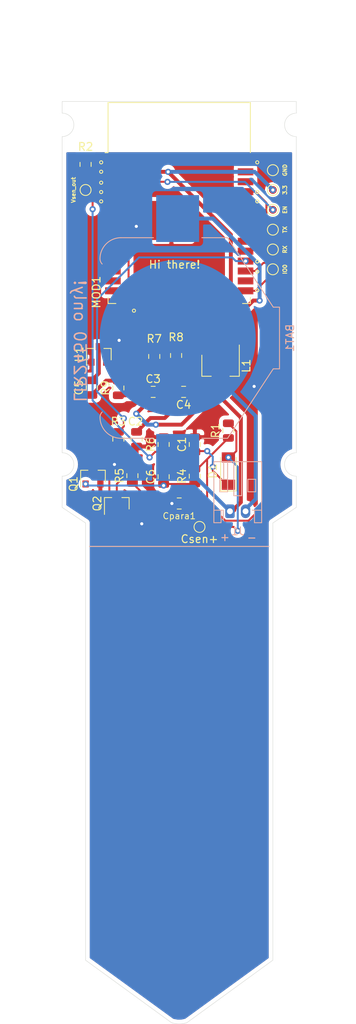
<source format=kicad_pcb>
(kicad_pcb (version 20171130) (host pcbnew "(5.1.5)-3")

  (general
    (thickness 1.6)
    (drawings 41)
    (tracks 195)
    (zones 0)
    (modules 32)
    (nets 44)
  )

  (page A4)
  (title_block
    (title parasite)
    (date 2021-02-05)
    (rev 1.1.0)
    (company rbaron.net)
  )

  (layers
    (0 F.Cu signal)
    (31 B.Cu signal)
    (32 B.Adhes user)
    (33 F.Adhes user)
    (34 B.Paste user)
    (35 F.Paste user)
    (36 B.SilkS user)
    (37 F.SilkS user)
    (38 B.Mask user)
    (39 F.Mask user)
    (40 Dwgs.User user)
    (41 Cmts.User user)
    (42 Eco1.User user hide)
    (43 Eco2.User user hide)
    (44 Edge.Cuts user)
    (45 Margin user)
    (46 B.CrtYd user)
    (47 F.CrtYd user)
    (48 B.Fab user)
    (49 F.Fab user)
  )

  (setup
    (last_trace_width 0.25)
    (user_trace_width 0.5)
    (user_trace_width 5)
    (user_trace_width 10)
    (trace_clearance 0.2)
    (zone_clearance 0.508)
    (zone_45_only no)
    (trace_min 0.2)
    (via_size 0.8)
    (via_drill 0.4)
    (via_min_size 0.4)
    (via_min_drill 0.3)
    (uvia_size 0.3)
    (uvia_drill 0.1)
    (uvias_allowed no)
    (uvia_min_size 0.2)
    (uvia_min_drill 0.1)
    (edge_width 0.05)
    (segment_width 0.2)
    (pcb_text_width 0.3)
    (pcb_text_size 1.5 1.5)
    (mod_edge_width 0.12)
    (mod_text_size 1 1)
    (mod_text_width 0.15)
    (pad_size 6 5.5)
    (pad_drill 0)
    (pad_to_mask_clearance 0.051)
    (solder_mask_min_width 0.25)
    (aux_axis_origin 0 0)
    (visible_elements 7FFFFFFF)
    (pcbplotparams
      (layerselection 0x010fc_ffffffff)
      (usegerberextensions false)
      (usegerberattributes false)
      (usegerberadvancedattributes false)
      (creategerberjobfile false)
      (excludeedgelayer true)
      (linewidth 0.100000)
      (plotframeref false)
      (viasonmask false)
      (mode 1)
      (useauxorigin false)
      (hpglpennumber 1)
      (hpglpenspeed 20)
      (hpglpendiameter 15.000000)
      (psnegative false)
      (psa4output false)
      (plotreference true)
      (plotvalue true)
      (plotinvisibletext false)
      (padsonsilk false)
      (subtractmaskfromsilk false)
      (outputformat 1)
      (mirror false)
      (drillshape 0)
      (scaleselection 1)
      (outputdirectory "gerber/"))
  )

  (net 0 "")
  (net 1 GND)
  (net 2 /Vsen_out)
  (net 3 +3V3)
  (net 4 +BATT)
  (net 5 /Csen+)
  (net 6 "Net-(MOD1-Pad3)")
  (net 7 "Net-(MOD1-Pad6)")
  (net 8 "Net-(MOD1-Pad7)")
  (net 9 "Net-(MOD1-Pad8)")
  (net 10 "Net-(MOD1-Pad9)")
  (net 11 "Net-(MOD1-Pad10)")
  (net 12 "Net-(MOD1-Pad11)")
  (net 13 "Net-(MOD1-Pad12)")
  (net 14 "Net-(MOD1-Pad13)")
  (net 15 "Net-(MOD1-Pad14)")
  (net 16 "Net-(MOD1-Pad16)")
  (net 17 "Net-(MOD1-Pad17)")
  (net 18 "Net-(MOD1-Pad18)")
  (net 19 "Net-(MOD1-Pad19)")
  (net 20 "Net-(MOD1-Pad20)")
  (net 21 "Net-(MOD1-Pad21)")
  (net 22 "Net-(MOD1-Pad22)")
  (net 23 "Net-(MOD1-Pad23)")
  (net 24 "Net-(MOD1-Pad24)")
  (net 25 "Net-(MOD1-Pad25)")
  (net 26 "Net-(MOD1-Pad26)")
  (net 27 /PWM)
  (net 28 "Net-(MOD1-Pad29)")
  (net 29 "Net-(MOD1-Pad30)")
  (net 30 "Net-(MOD1-Pad31)")
  (net 31 "Net-(MOD1-Pad32)")
  (net 32 "Net-(MOD1-Pad33)")
  (net 33 /RX)
  (net 34 /TX)
  (net 35 "Net-(MOD1-Pad36)")
  (net 36 "Net-(MOD1-Pad37)")
  (net 37 "Net-(C6-Pad1)")
  (net 38 "Net-(Q2-Pad3)")
  (net 39 "Net-(Q1-Pad3)")
  (net 40 /Vbat_mon)
  (net 41 /Disch)
  (net 42 "Net-(C5-Pad1)")
  (net 43 "Net-(BAT1-PadNeg)")

  (net_class Default "This is the default net class."
    (clearance 0.2)
    (trace_width 0.25)
    (via_dia 0.8)
    (via_drill 0.4)
    (uvia_dia 0.3)
    (uvia_drill 0.1)
    (add_net +3V3)
    (add_net +BATT)
    (add_net /Csen+)
    (add_net /Disch)
    (add_net /PWM)
    (add_net /RX)
    (add_net /TX)
    (add_net /Vbat_mon)
    (add_net /Vsen_out)
    (add_net GND)
    (add_net "Net-(BAT1-PadNeg)")
    (add_net "Net-(C5-Pad1)")
    (add_net "Net-(C6-Pad1)")
    (add_net "Net-(MOD1-Pad10)")
    (add_net "Net-(MOD1-Pad11)")
    (add_net "Net-(MOD1-Pad12)")
    (add_net "Net-(MOD1-Pad13)")
    (add_net "Net-(MOD1-Pad14)")
    (add_net "Net-(MOD1-Pad16)")
    (add_net "Net-(MOD1-Pad17)")
    (add_net "Net-(MOD1-Pad18)")
    (add_net "Net-(MOD1-Pad19)")
    (add_net "Net-(MOD1-Pad20)")
    (add_net "Net-(MOD1-Pad21)")
    (add_net "Net-(MOD1-Pad22)")
    (add_net "Net-(MOD1-Pad23)")
    (add_net "Net-(MOD1-Pad24)")
    (add_net "Net-(MOD1-Pad25)")
    (add_net "Net-(MOD1-Pad26)")
    (add_net "Net-(MOD1-Pad29)")
    (add_net "Net-(MOD1-Pad3)")
    (add_net "Net-(MOD1-Pad30)")
    (add_net "Net-(MOD1-Pad31)")
    (add_net "Net-(MOD1-Pad32)")
    (add_net "Net-(MOD1-Pad33)")
    (add_net "Net-(MOD1-Pad36)")
    (add_net "Net-(MOD1-Pad37)")
    (add_net "Net-(MOD1-Pad6)")
    (add_net "Net-(MOD1-Pad7)")
    (add_net "Net-(MOD1-Pad8)")
    (add_net "Net-(MOD1-Pad9)")
    (add_net "Net-(Q1-Pad3)")
    (add_net "Net-(Q2-Pad3)")
  )

  (module Battery:BatteryHolder_Keystone_3008_1x2450 (layer B.Cu) (tedit 601DC0A9) (tstamp 601E0001)
    (at 117.8 72.3 90)
    (descr http://www.keyelco.com/product-pdf.cfm?p=786)
    (tags "Keystone type 3008 coin cell retainer")
    (path /6020F3E7)
    (attr smd)
    (fp_text reference BAT1 (at 0 14.4 270) (layer B.SilkS)
      (effects (font (size 1 1) (thickness 0.15)) (justify mirror))
    )
    (fp_text value BS-7 (at 0 -14 270) (layer B.Fab)
      (effects (font (size 1 1) (thickness 0.15)) (justify mirror))
    )
    (fp_text user %R (at 0 0 270) (layer B.Fab)
      (effects (font (size 1 1) (thickness 0.15)) (justify mirror))
    )
    (fp_arc (start 0 0) (end 0 -12.8) (angle 41.7) (layer B.CrtYd) (width 0.05))
    (fp_arc (start 0 -21) (end 9.15 -10.05) (angle 3.2) (layer B.CrtYd) (width 0.05))
    (fp_arc (start 0 0) (end 0 -12.8) (angle -41.7) (layer B.CrtYd) (width 0.05))
    (fp_arc (start 0 -21) (end -9.15 -10.05) (angle -3.2) (layer B.CrtYd) (width 0.05))
    (fp_arc (start 10.15 -9) (end 10.15 -10.45) (angle -45) (layer B.CrtYd) (width 0.05))
    (fp_arc (start -10.15 -9) (end -10.15 -10.45) (angle 45) (layer B.CrtYd) (width 0.05))
    (fp_arc (start 10.15 -7.25) (end 10.15 -10.45) (angle 90) (layer B.CrtYd) (width 0.05))
    (fp_arc (start -10.15 -7.25) (end -10.15 -10.45) (angle -90) (layer B.CrtYd) (width 0.05))
    (fp_arc (start 10.15 -9) (end 10.15 -9.95) (angle -45) (layer B.SilkS) (width 0.12))
    (fp_arc (start -10.15 -9) (end -10.15 -9.95) (angle 45) (layer B.SilkS) (width 0.12))
    (fp_arc (start 10.15 -9) (end 10.15 -9.8) (angle -45) (layer B.Fab) (width 0.1))
    (fp_arc (start -10.15 -9) (end -10.15 -9.8) (angle 45) (layer B.Fab) (width 0.1))
    (fp_arc (start 0 -21) (end -9.6 -9.58) (angle -80) (layer B.Fab) (width 0.1))
    (fp_arc (start -10.15 -7.25) (end -10.15 -9.95) (angle -90) (layer B.SilkS) (width 0.12))
    (fp_arc (start 10.15 -7.25) (end 10.15 -9.95) (angle 90) (layer B.SilkS) (width 0.12))
    (fp_line (start 12.85 -3.1) (end 12.85 -7.3) (layer B.SilkS) (width 0.12))
    (fp_line (start -12.85 -3.1) (end -12.85 -7.3) (layer B.SilkS) (width 0.12))
    (fp_line (start 13.35 -3.25) (end 13.35 -7.3) (layer B.CrtYd) (width 0.05))
    (fp_arc (start 10.15 -7.25) (end 10.15 -9.8) (angle 90) (layer B.Fab) (width 0.1))
    (fp_arc (start -10.15 -7.25) (end -10.15 -9.8) (angle -90) (layer B.Fab) (width 0.1))
    (fp_circle (center 0 0) (end 12.25 0) (layer Dwgs.User) (width 0.15))
    (fp_line (start 4.45 13.55) (end 4.45 12.55) (layer B.CrtYd) (width 0.05))
    (fp_line (start -4.45 13.55) (end 4.45 13.55) (layer B.CrtYd) (width 0.05))
    (fp_line (start -4.45 13.55) (end -4.45 12.55) (layer B.CrtYd) (width 0.05))
    (fp_line (start 4.45 12.55) (end 13.35 6.7) (layer B.CrtYd) (width 0.05))
    (fp_line (start 13.35 6.7) (end 13.35 3.25) (layer B.CrtYd) (width 0.05))
    (fp_line (start 18.8 -3.25) (end 13.35 -3.25) (layer B.CrtYd) (width 0.05))
    (fp_line (start 18.8 3.25) (end 18.8 -3.25) (layer B.CrtYd) (width 0.05))
    (fp_line (start 13.35 3.25) (end 18.8 3.25) (layer B.CrtYd) (width 0.05))
    (fp_line (start -4.45 12.55) (end -13.35 6.7) (layer B.CrtYd) (width 0.05))
    (fp_line (start -18.8 3.25) (end -18.8 -3.25) (layer B.CrtYd) (width 0.05))
    (fp_line (start -18.8 -3.25) (end -13.35 -3.25) (layer B.CrtYd) (width 0.05))
    (fp_line (start -13.35 -3.25) (end -13.35 -7.3) (layer B.CrtYd) (width 0.05))
    (fp_line (start -13.35 3.25) (end -18.8 3.25) (layer B.CrtYd) (width 0.05))
    (fp_line (start -13.35 6.7) (end -13.35 3.25) (layer B.CrtYd) (width 0.05))
    (fp_line (start 12.85 6.4) (end 12.85 3.1) (layer B.SilkS) (width 0.12))
    (fp_line (start 3.95 12.25) (end 12.85 6.4) (layer B.SilkS) (width 0.12))
    (fp_line (start 3.95 13.05) (end 3.95 12.25) (layer B.SilkS) (width 0.12))
    (fp_line (start -3.95 13.05) (end 3.95 13.05) (layer B.SilkS) (width 0.12))
    (fp_line (start -3.95 13.05) (end -3.95 12.25) (layer B.SilkS) (width 0.12))
    (fp_line (start -3.95 12.25) (end -12.85 6.4) (layer B.SilkS) (width 0.12))
    (fp_line (start -12.85 6.4) (end -12.85 3.1) (layer B.SilkS) (width 0.12))
    (fp_line (start 3.8 12.2) (end 12.7 6.35) (layer B.Fab) (width 0.1))
    (fp_line (start 12.7 6.35) (end 12.7 -7.3) (layer B.Fab) (width 0.1))
    (fp_line (start -3.8 12.2) (end -12.7 6.35) (layer B.Fab) (width 0.1))
    (fp_line (start -12.7 6.35) (end -12.7 -7.3) (layer B.Fab) (width 0.1))
    (fp_line (start -3.8 12.9) (end -3.8 12.2) (layer B.Fab) (width 0.1))
    (fp_line (start 3.8 12.9) (end 3.8 12.2) (layer B.Fab) (width 0.1))
    (fp_line (start -3.8 12.9) (end 3.8 12.9) (layer B.Fab) (width 0.1))
    (pad Pos smd rect (at -15.3 0 90) (size 6.000001 5.499999) (layers B.Cu B.Paste B.Mask)
      (net 4 +BATT))
    (pad Pos smd rect (at 15.3 0 90) (size 6.000001 5.499999) (layers B.Cu B.Paste B.Mask)
      (net 4 +BATT))
    (pad Neg smd circle (at 0 0 90) (size 20.000001 20.000001) (layers B.Cu B.Mask)
      (net 43 "Net-(BAT1-PadNeg)"))
    (model ${KISYS3DMOD}/Battery.3dshapes/BatteryHolder_Keystone_3008_1x2450.wrl
      (at (xyz 0 0 0))
      (scale (xyz 1 1 1))
      (rotate (xyz 0 0 0))
    )
  )

  (module Resistor_SMD:R_0805_2012Metric (layer F.Cu) (tedit 5B36C52B) (tstamp 601E26E6)
    (at 117.6 74.5375 270)
    (descr "Resistor SMD 0805 (2012 Metric), square (rectangular) end terminal, IPC_7351 nominal, (Body size source: https://docs.google.com/spreadsheets/d/1BsfQQcO9C6DZCsRaXUlFlo91Tg2WpOkGARC1WS5S8t0/edit?usp=sharing), generated with kicad-footprint-generator")
    (tags resistor)
    (path /600E34F7)
    (attr smd)
    (fp_text reference R8 (at -2.3375 0 180) (layer F.SilkS)
      (effects (font (size 1 1) (thickness 0.15)))
    )
    (fp_text value 470k (at 0 1.65 90) (layer F.Fab)
      (effects (font (size 1 1) (thickness 0.15)))
    )
    (fp_text user %R (at 0 0 90) (layer F.Fab)
      (effects (font (size 0.5 0.5) (thickness 0.08)))
    )
    (fp_line (start 1.68 0.95) (end -1.68 0.95) (layer F.CrtYd) (width 0.05))
    (fp_line (start 1.68 -0.95) (end 1.68 0.95) (layer F.CrtYd) (width 0.05))
    (fp_line (start -1.68 -0.95) (end 1.68 -0.95) (layer F.CrtYd) (width 0.05))
    (fp_line (start -1.68 0.95) (end -1.68 -0.95) (layer F.CrtYd) (width 0.05))
    (fp_line (start -0.258578 0.71) (end 0.258578 0.71) (layer F.SilkS) (width 0.12))
    (fp_line (start -0.258578 -0.71) (end 0.258578 -0.71) (layer F.SilkS) (width 0.12))
    (fp_line (start 1 0.6) (end -1 0.6) (layer F.Fab) (width 0.1))
    (fp_line (start 1 -0.6) (end 1 0.6) (layer F.Fab) (width 0.1))
    (fp_line (start -1 -0.6) (end 1 -0.6) (layer F.Fab) (width 0.1))
    (fp_line (start -1 0.6) (end -1 -0.6) (layer F.Fab) (width 0.1))
    (pad 2 smd roundrect (at 0.9375 0 270) (size 0.975 1.4) (layers F.Cu F.Paste F.Mask) (roundrect_rratio 0.25)
      (net 1 GND))
    (pad 1 smd roundrect (at -0.9375 0 270) (size 0.975 1.4) (layers F.Cu F.Paste F.Mask) (roundrect_rratio 0.25)
      (net 40 /Vbat_mon))
    (model ${KISYS3DMOD}/Resistor_SMD.3dshapes/R_0805_2012Metric.wrl
      (at (xyz 0 0 0))
      (scale (xyz 1 1 1))
      (rotate (xyz 0 0 0))
    )
  )

  (module Resistor_SMD:R_0805_2012Metric (layer F.Cu) (tedit 5B36C52B) (tstamp 601E26B6)
    (at 114.8 74.6625 90)
    (descr "Resistor SMD 0805 (2012 Metric), square (rectangular) end terminal, IPC_7351 nominal, (Body size source: https://docs.google.com/spreadsheets/d/1BsfQQcO9C6DZCsRaXUlFlo91Tg2WpOkGARC1WS5S8t0/edit?usp=sharing), generated with kicad-footprint-generator")
    (tags resistor)
    (path /600E2554)
    (attr smd)
    (fp_text reference R7 (at 2.2625 0 180) (layer F.SilkS)
      (effects (font (size 1 1) (thickness 0.15)))
    )
    (fp_text value 470k (at 0 1.65 90) (layer F.Fab)
      (effects (font (size 1 1) (thickness 0.15)))
    )
    (fp_text user %R (at 0 0 90) (layer F.Fab)
      (effects (font (size 0.5 0.5) (thickness 0.08)))
    )
    (fp_line (start 1.68 0.95) (end -1.68 0.95) (layer F.CrtYd) (width 0.05))
    (fp_line (start 1.68 -0.95) (end 1.68 0.95) (layer F.CrtYd) (width 0.05))
    (fp_line (start -1.68 -0.95) (end 1.68 -0.95) (layer F.CrtYd) (width 0.05))
    (fp_line (start -1.68 0.95) (end -1.68 -0.95) (layer F.CrtYd) (width 0.05))
    (fp_line (start -0.258578 0.71) (end 0.258578 0.71) (layer F.SilkS) (width 0.12))
    (fp_line (start -0.258578 -0.71) (end 0.258578 -0.71) (layer F.SilkS) (width 0.12))
    (fp_line (start 1 0.6) (end -1 0.6) (layer F.Fab) (width 0.1))
    (fp_line (start 1 -0.6) (end 1 0.6) (layer F.Fab) (width 0.1))
    (fp_line (start -1 -0.6) (end 1 -0.6) (layer F.Fab) (width 0.1))
    (fp_line (start -1 0.6) (end -1 -0.6) (layer F.Fab) (width 0.1))
    (pad 2 smd roundrect (at 0.9375 0 90) (size 0.975 1.4) (layers F.Cu F.Paste F.Mask) (roundrect_rratio 0.25)
      (net 40 /Vbat_mon))
    (pad 1 smd roundrect (at -0.9375 0 90) (size 0.975 1.4) (layers F.Cu F.Paste F.Mask) (roundrect_rratio 0.25)
      (net 4 +BATT))
    (model ${KISYS3DMOD}/Resistor_SMD.3dshapes/R_0805_2012Metric.wrl
      (at (xyz 0 0 0))
      (scale (xyz 1 1 1))
      (rotate (xyz 0 0 0))
    )
  )

  (module TestPoint:TestPoint_Pad_D1.0mm (layer F.Cu) (tedit 5A0F774F) (tstamp 600DF8A1)
    (at 130 50.8 90)
    (descr "SMD pad as test Point, diameter 1.0mm")
    (tags "test point SMD pad")
    (path /601AB8DD)
    (attr virtual)
    (fp_text reference TP9 (at 0 -1.448 90) (layer F.SilkS) hide
      (effects (font (size 1 1) (thickness 0.15)))
    )
    (fp_text value GND (at 0 1.55 90) (layer F.SilkS)
      (effects (font (size 0.5 0.5) (thickness 0.125)))
    )
    (fp_circle (center 0 0) (end 0 0.7) (layer F.SilkS) (width 0.12))
    (fp_circle (center 0 0) (end 1 0) (layer F.CrtYd) (width 0.05))
    (fp_text user %R (at 0 -1.45 90) (layer F.Fab)
      (effects (font (size 1 1) (thickness 0.15)))
    )
    (pad 1 smd circle (at 0 0 90) (size 1 1) (layers F.Cu F.Mask)
      (net 1 GND))
  )

  (module TestPoint:TestPoint_Pad_D1.0mm (layer F.Cu) (tedit 5A0F774F) (tstamp 600DF859)
    (at 130 53.34 90)
    (descr "SMD pad as test Point, diameter 1.0mm")
    (tags "test point SMD pad")
    (path /601A891E)
    (attr virtual)
    (fp_text reference TP8 (at 0 -1.448 90) (layer F.SilkS) hide
      (effects (font (size 1 1) (thickness 0.15)))
    )
    (fp_text value 3.3 (at 0 1.55 90) (layer F.SilkS)
      (effects (font (size 0.5 0.5) (thickness 0.125)))
    )
    (fp_circle (center 0 0) (end 0 0.7) (layer F.SilkS) (width 0.12))
    (fp_circle (center 0 0) (end 1 0) (layer F.CrtYd) (width 0.05))
    (fp_text user %R (at 0 -1.45 90) (layer F.Fab)
      (effects (font (size 1 1) (thickness 0.15)))
    )
    (pad 1 smd circle (at 0 0 90) (size 1 1) (layers F.Cu F.Mask)
      (net 3 +3V3))
  )

  (module Package_TO_SOT_SMD:SOT-23 (layer F.Cu) (tedit 5A02FF57) (tstamp 600DE38B)
    (at 110 93.5 90)
    (descr "SOT-23, Standard")
    (tags SOT-23)
    (path /601897A7)
    (attr smd)
    (fp_text reference Q2 (at 0 -2.5 90) (layer F.SilkS)
      (effects (font (size 1 1) (thickness 0.15)))
    )
    (fp_text value MMBT3904 (at 0 2.5 90) (layer F.Fab)
      (effects (font (size 1 1) (thickness 0.15)))
    )
    (fp_line (start 0.76 1.58) (end -0.7 1.58) (layer F.SilkS) (width 0.12))
    (fp_line (start 0.76 -1.58) (end -1.4 -1.58) (layer F.SilkS) (width 0.12))
    (fp_line (start -1.7 1.75) (end -1.7 -1.75) (layer F.CrtYd) (width 0.05))
    (fp_line (start 1.7 1.75) (end -1.7 1.75) (layer F.CrtYd) (width 0.05))
    (fp_line (start 1.7 -1.75) (end 1.7 1.75) (layer F.CrtYd) (width 0.05))
    (fp_line (start -1.7 -1.75) (end 1.7 -1.75) (layer F.CrtYd) (width 0.05))
    (fp_line (start 0.76 -1.58) (end 0.76 -0.65) (layer F.SilkS) (width 0.12))
    (fp_line (start 0.76 1.58) (end 0.76 0.65) (layer F.SilkS) (width 0.12))
    (fp_line (start -0.7 1.52) (end 0.7 1.52) (layer F.Fab) (width 0.1))
    (fp_line (start 0.7 -1.52) (end 0.7 1.52) (layer F.Fab) (width 0.1))
    (fp_line (start -0.7 -0.95) (end -0.15 -1.52) (layer F.Fab) (width 0.1))
    (fp_line (start -0.15 -1.52) (end 0.7 -1.52) (layer F.Fab) (width 0.1))
    (fp_line (start -0.7 -0.95) (end -0.7 1.5) (layer F.Fab) (width 0.1))
    (fp_text user %R (at 0 0) (layer F.Fab)
      (effects (font (size 0.5 0.5) (thickness 0.075)))
    )
    (pad 3 smd rect (at 1 0 90) (size 0.9 0.8) (layers F.Cu F.Paste F.Mask)
      (net 38 "Net-(Q2-Pad3)"))
    (pad 2 smd rect (at -1 0.95 90) (size 0.9 0.8) (layers F.Cu F.Paste F.Mask)
      (net 1 GND))
    (pad 1 smd rect (at -1 -0.95 90) (size 0.9 0.8) (layers F.Cu F.Paste F.Mask)
      (net 39 "Net-(Q1-Pad3)"))
    (model ${KISYS3DMOD}/Package_TO_SOT_SMD.3dshapes/SOT-23.wrl
      (at (xyz 0 0 0))
      (scale (xyz 1 1 1))
      (rotate (xyz 0 0 0))
    )
  )

  (module Package_TO_SOT_SMD:SOT-23 (layer F.Cu) (tedit 5A02FF57) (tstamp 600DE2E8)
    (at 106.95 90 90)
    (descr "SOT-23, Standard")
    (tags SOT-23)
    (path /60188253)
    (attr smd)
    (fp_text reference Q1 (at -1 -2.5 90) (layer F.SilkS)
      (effects (font (size 1 1) (thickness 0.15)))
    )
    (fp_text value MMBT3904 (at 0 2.5 90) (layer F.Fab)
      (effects (font (size 1 1) (thickness 0.15)))
    )
    (fp_line (start 0.76 1.58) (end -0.7 1.58) (layer F.SilkS) (width 0.12))
    (fp_line (start 0.76 -1.58) (end -1.4 -1.58) (layer F.SilkS) (width 0.12))
    (fp_line (start -1.7 1.75) (end -1.7 -1.75) (layer F.CrtYd) (width 0.05))
    (fp_line (start 1.7 1.75) (end -1.7 1.75) (layer F.CrtYd) (width 0.05))
    (fp_line (start 1.7 -1.75) (end 1.7 1.75) (layer F.CrtYd) (width 0.05))
    (fp_line (start -1.7 -1.75) (end 1.7 -1.75) (layer F.CrtYd) (width 0.05))
    (fp_line (start 0.76 -1.58) (end 0.76 -0.65) (layer F.SilkS) (width 0.12))
    (fp_line (start 0.76 1.58) (end 0.76 0.65) (layer F.SilkS) (width 0.12))
    (fp_line (start -0.7 1.52) (end 0.7 1.52) (layer F.Fab) (width 0.1))
    (fp_line (start 0.7 -1.52) (end 0.7 1.52) (layer F.Fab) (width 0.1))
    (fp_line (start -0.7 -0.95) (end -0.15 -1.52) (layer F.Fab) (width 0.1))
    (fp_line (start -0.15 -1.52) (end 0.7 -1.52) (layer F.Fab) (width 0.1))
    (fp_line (start -0.7 -0.95) (end -0.7 1.5) (layer F.Fab) (width 0.1))
    (fp_text user %R (at 0 0) (layer F.Fab)
      (effects (font (size 0.5 0.5) (thickness 0.075)))
    )
    (pad 3 smd rect (at 1 0 90) (size 0.9 0.8) (layers F.Cu F.Paste F.Mask)
      (net 39 "Net-(Q1-Pad3)"))
    (pad 2 smd rect (at -1 0.95 90) (size 0.9 0.8) (layers F.Cu F.Paste F.Mask)
      (net 1 GND))
    (pad 1 smd rect (at -1 -0.95 90) (size 0.9 0.8) (layers F.Cu F.Paste F.Mask)
      (net 37 "Net-(C6-Pad1)"))
    (model ${KISYS3DMOD}/Package_TO_SOT_SMD.3dshapes/SOT-23.wrl
      (at (xyz 0 0 0))
      (scale (xyz 1 1 1))
      (rotate (xyz 0 0 0))
    )
  )

  (module Capacitor_SMD:C_0805_2012Metric (layer F.Cu) (tedit 5B36C52B) (tstamp 601ED2A5)
    (at 118 93.5)
    (descr "Capacitor SMD 0805 (2012 Metric), square (rectangular) end terminal, IPC_7351 nominal, (Body size source: https://docs.google.com/spreadsheets/d/1BsfQQcO9C6DZCsRaXUlFlo91Tg2WpOkGARC1WS5S8t0/edit?usp=sharing), generated with kicad-footprint-generator")
    (tags capacitor)
    (path /6016579E)
    (attr smd)
    (fp_text reference Cpara1 (at 0 1.6) (layer F.SilkS)
      (effects (font (size 0.8 0.8) (thickness 0.12)))
    )
    (fp_text value 5p (at 0 1.65) (layer F.Fab)
      (effects (font (size 1 1) (thickness 0.15)))
    )
    (fp_text user %R (at 0 0) (layer F.Fab)
      (effects (font (size 0.5 0.5) (thickness 0.08)))
    )
    (fp_line (start 1.68 0.95) (end -1.68 0.95) (layer F.CrtYd) (width 0.05))
    (fp_line (start 1.68 -0.95) (end 1.68 0.95) (layer F.CrtYd) (width 0.05))
    (fp_line (start -1.68 -0.95) (end 1.68 -0.95) (layer F.CrtYd) (width 0.05))
    (fp_line (start -1.68 0.95) (end -1.68 -0.95) (layer F.CrtYd) (width 0.05))
    (fp_line (start -0.258578 0.71) (end 0.258578 0.71) (layer F.SilkS) (width 0.12))
    (fp_line (start -0.258578 -0.71) (end 0.258578 -0.71) (layer F.SilkS) (width 0.12))
    (fp_line (start 1 0.6) (end -1 0.6) (layer F.Fab) (width 0.1))
    (fp_line (start 1 -0.6) (end 1 0.6) (layer F.Fab) (width 0.1))
    (fp_line (start -1 -0.6) (end 1 -0.6) (layer F.Fab) (width 0.1))
    (fp_line (start -1 0.6) (end -1 -0.6) (layer F.Fab) (width 0.1))
    (pad 2 smd roundrect (at 0.9375 0) (size 0.975 1.4) (layers F.Cu F.Paste F.Mask) (roundrect_rratio 0.25)
      (net 5 /Csen+))
    (pad 1 smd roundrect (at -0.9375 0) (size 0.975 1.4) (layers F.Cu F.Paste F.Mask) (roundrect_rratio 0.25)
      (net 1 GND))
    (model ${KISYS3DMOD}/Capacitor_SMD.3dshapes/C_0805_2012Metric.wrl
      (at (xyz 0 0 0))
      (scale (xyz 1 1 1))
      (rotate (xyz 0 0 0))
    )
  )

  (module Capacitor_SMD:C_0805_2012Metric (layer F.Cu) (tedit 5B36C52B) (tstamp 600D4D96)
    (at 120 85.9375 90)
    (descr "Capacitor SMD 0805 (2012 Metric), square (rectangular) end terminal, IPC_7351 nominal, (Body size source: https://docs.google.com/spreadsheets/d/1BsfQQcO9C6DZCsRaXUlFlo91Tg2WpOkGARC1WS5S8t0/edit?usp=sharing), generated with kicad-footprint-generator")
    (tags capacitor)
    (path /600E6E5B)
    (attr smd)
    (fp_text reference C1 (at 0 -1.65 90) (layer F.SilkS)
      (effects (font (size 1 1) (thickness 0.15)))
    )
    (fp_text value 1n (at 0 1.65 90) (layer F.Fab)
      (effects (font (size 1 1) (thickness 0.15)))
    )
    (fp_text user %R (at 0 0 90) (layer F.Fab)
      (effects (font (size 0.5 0.5) (thickness 0.08)))
    )
    (fp_line (start 1.68 0.95) (end -1.68 0.95) (layer F.CrtYd) (width 0.05))
    (fp_line (start 1.68 -0.95) (end 1.68 0.95) (layer F.CrtYd) (width 0.05))
    (fp_line (start -1.68 -0.95) (end 1.68 -0.95) (layer F.CrtYd) (width 0.05))
    (fp_line (start -1.68 0.95) (end -1.68 -0.95) (layer F.CrtYd) (width 0.05))
    (fp_line (start -0.258578 0.71) (end 0.258578 0.71) (layer F.SilkS) (width 0.12))
    (fp_line (start -0.258578 -0.71) (end 0.258578 -0.71) (layer F.SilkS) (width 0.12))
    (fp_line (start 1 0.6) (end -1 0.6) (layer F.Fab) (width 0.1))
    (fp_line (start 1 -0.6) (end 1 0.6) (layer F.Fab) (width 0.1))
    (fp_line (start -1 -0.6) (end 1 -0.6) (layer F.Fab) (width 0.1))
    (fp_line (start -1 0.6) (end -1 -0.6) (layer F.Fab) (width 0.1))
    (pad 2 smd roundrect (at 0.9375 0 90) (size 0.975 1.4) (layers F.Cu F.Paste F.Mask) (roundrect_rratio 0.25)
      (net 1 GND))
    (pad 1 smd roundrect (at -0.9375 0 90) (size 0.975 1.4) (layers F.Cu F.Paste F.Mask) (roundrect_rratio 0.25)
      (net 2 /Vsen_out))
    (model ${KISYS3DMOD}/Capacitor_SMD.3dshapes/C_0805_2012Metric.wrl
      (at (xyz 0 0 0))
      (scale (xyz 1 1 1))
      (rotate (xyz 0 0 0))
    )
  )

  (module Capacitor_SMD:C_0805_2012Metric (layer F.Cu) (tedit 5B36C52B) (tstamp 600D4D66)
    (at 112.5375 85.2625 270)
    (descr "Capacitor SMD 0805 (2012 Metric), square (rectangular) end terminal, IPC_7351 nominal, (Body size source: https://docs.google.com/spreadsheets/d/1BsfQQcO9C6DZCsRaXUlFlo91Tg2WpOkGARC1WS5S8t0/edit?usp=sharing), generated with kicad-footprint-generator")
    (tags capacitor)
    (path /600C0E3F)
    (attr smd)
    (fp_text reference C2 (at -2.2625 0.1375 180) (layer F.SilkS)
      (effects (font (size 1 1) (thickness 0.15)))
    )
    (fp_text value 10u (at 0 1.65 90) (layer F.Fab)
      (effects (font (size 1 1) (thickness 0.15)))
    )
    (fp_line (start -1 0.6) (end -1 -0.6) (layer F.Fab) (width 0.1))
    (fp_line (start -1 -0.6) (end 1 -0.6) (layer F.Fab) (width 0.1))
    (fp_line (start 1 -0.6) (end 1 0.6) (layer F.Fab) (width 0.1))
    (fp_line (start 1 0.6) (end -1 0.6) (layer F.Fab) (width 0.1))
    (fp_line (start -0.258578 -0.71) (end 0.258578 -0.71) (layer F.SilkS) (width 0.12))
    (fp_line (start -0.258578 0.71) (end 0.258578 0.71) (layer F.SilkS) (width 0.12))
    (fp_line (start -1.68 0.95) (end -1.68 -0.95) (layer F.CrtYd) (width 0.05))
    (fp_line (start -1.68 -0.95) (end 1.68 -0.95) (layer F.CrtYd) (width 0.05))
    (fp_line (start 1.68 -0.95) (end 1.68 0.95) (layer F.CrtYd) (width 0.05))
    (fp_line (start 1.68 0.95) (end -1.68 0.95) (layer F.CrtYd) (width 0.05))
    (fp_text user %R (at 0 0 90) (layer F.Fab)
      (effects (font (size 0.5 0.5) (thickness 0.08)))
    )
    (pad 1 smd roundrect (at -0.9375 0 270) (size 0.975 1.4) (layers F.Cu F.Paste F.Mask) (roundrect_rratio 0.25)
      (net 3 +3V3))
    (pad 2 smd roundrect (at 0.9375 0 270) (size 0.975 1.4) (layers F.Cu F.Paste F.Mask) (roundrect_rratio 0.25)
      (net 1 GND))
    (model ${KISYS3DMOD}/Capacitor_SMD.3dshapes/C_0805_2012Metric.wrl
      (at (xyz 0 0 0))
      (scale (xyz 1 1 1))
      (rotate (xyz 0 0 0))
    )
  )

  (module Capacitor_SMD:C_0805_2012Metric (layer F.Cu) (tedit 5B36C52B) (tstamp 601E22EE)
    (at 114.6625 79.2)
    (descr "Capacitor SMD 0805 (2012 Metric), square (rectangular) end terminal, IPC_7351 nominal, (Body size source: https://docs.google.com/spreadsheets/d/1BsfQQcO9C6DZCsRaXUlFlo91Tg2WpOkGARC1WS5S8t0/edit?usp=sharing), generated with kicad-footprint-generator")
    (tags capacitor)
    (path /600D4FBF)
    (attr smd)
    (fp_text reference C3 (at 0 -1.65) (layer F.SilkS)
      (effects (font (size 1 1) (thickness 0.15)))
    )
    (fp_text value 10u (at 0 1.65) (layer F.Fab)
      (effects (font (size 1 1) (thickness 0.15)))
    )
    (fp_line (start -1 0.6) (end -1 -0.6) (layer F.Fab) (width 0.1))
    (fp_line (start -1 -0.6) (end 1 -0.6) (layer F.Fab) (width 0.1))
    (fp_line (start 1 -0.6) (end 1 0.6) (layer F.Fab) (width 0.1))
    (fp_line (start 1 0.6) (end -1 0.6) (layer F.Fab) (width 0.1))
    (fp_line (start -0.258578 -0.71) (end 0.258578 -0.71) (layer F.SilkS) (width 0.12))
    (fp_line (start -0.258578 0.71) (end 0.258578 0.71) (layer F.SilkS) (width 0.12))
    (fp_line (start -1.68 0.95) (end -1.68 -0.95) (layer F.CrtYd) (width 0.05))
    (fp_line (start -1.68 -0.95) (end 1.68 -0.95) (layer F.CrtYd) (width 0.05))
    (fp_line (start 1.68 -0.95) (end 1.68 0.95) (layer F.CrtYd) (width 0.05))
    (fp_line (start 1.68 0.95) (end -1.68 0.95) (layer F.CrtYd) (width 0.05))
    (fp_text user %R (at 0 0) (layer F.Fab)
      (effects (font (size 0.5 0.5) (thickness 0.08)))
    )
    (pad 1 smd roundrect (at -0.9375 0) (size 0.975 1.4) (layers F.Cu F.Paste F.Mask) (roundrect_rratio 0.25)
      (net 4 +BATT))
    (pad 2 smd roundrect (at 0.9375 0) (size 0.975 1.4) (layers F.Cu F.Paste F.Mask) (roundrect_rratio 0.25)
      (net 1 GND))
    (model ${KISYS3DMOD}/Capacitor_SMD.3dshapes/C_0805_2012Metric.wrl
      (at (xyz 0 0 0))
      (scale (xyz 1 1 1))
      (rotate (xyz 0 0 0))
    )
  )

  (module Capacitor_SMD:C_0805_2012Metric (layer F.Cu) (tedit 5B36C52B) (tstamp 601E22BE)
    (at 118.5625 79.2 180)
    (descr "Capacitor SMD 0805 (2012 Metric), square (rectangular) end terminal, IPC_7351 nominal, (Body size source: https://docs.google.com/spreadsheets/d/1BsfQQcO9C6DZCsRaXUlFlo91Tg2WpOkGARC1WS5S8t0/edit?usp=sharing), generated with kicad-footprint-generator")
    (tags capacitor)
    (path /600D587C)
    (attr smd)
    (fp_text reference C4 (at 0 -1.65) (layer F.SilkS)
      (effects (font (size 1 1) (thickness 0.15)))
    )
    (fp_text value 10u (at 0 1.65) (layer F.Fab)
      (effects (font (size 1 1) (thickness 0.15)))
    )
    (fp_text user %R (at 0 0) (layer F.Fab)
      (effects (font (size 0.5 0.5) (thickness 0.08)))
    )
    (fp_line (start 1.68 0.95) (end -1.68 0.95) (layer F.CrtYd) (width 0.05))
    (fp_line (start 1.68 -0.95) (end 1.68 0.95) (layer F.CrtYd) (width 0.05))
    (fp_line (start -1.68 -0.95) (end 1.68 -0.95) (layer F.CrtYd) (width 0.05))
    (fp_line (start -1.68 0.95) (end -1.68 -0.95) (layer F.CrtYd) (width 0.05))
    (fp_line (start -0.258578 0.71) (end 0.258578 0.71) (layer F.SilkS) (width 0.12))
    (fp_line (start -0.258578 -0.71) (end 0.258578 -0.71) (layer F.SilkS) (width 0.12))
    (fp_line (start 1 0.6) (end -1 0.6) (layer F.Fab) (width 0.1))
    (fp_line (start 1 -0.6) (end 1 0.6) (layer F.Fab) (width 0.1))
    (fp_line (start -1 -0.6) (end 1 -0.6) (layer F.Fab) (width 0.1))
    (fp_line (start -1 0.6) (end -1 -0.6) (layer F.Fab) (width 0.1))
    (pad 2 smd roundrect (at 0.9375 0 180) (size 0.975 1.4) (layers F.Cu F.Paste F.Mask) (roundrect_rratio 0.25)
      (net 1 GND))
    (pad 1 smd roundrect (at -0.9375 0 180) (size 0.975 1.4) (layers F.Cu F.Paste F.Mask) (roundrect_rratio 0.25)
      (net 3 +3V3))
    (model ${KISYS3DMOD}/Capacitor_SMD.3dshapes/C_0805_2012Metric.wrl
      (at (xyz 0 0 0))
      (scale (xyz 1 1 1))
      (rotate (xyz 0 0 0))
    )
  )

  (module Diode_SMD:D_MiniMELF (layer F.Cu) (tedit 5905D8F5) (tstamp 601E2386)
    (at 124.3 89.35 90)
    (descr "Diode Mini-MELF")
    (tags "Diode Mini-MELF")
    (path /600E601E)
    (attr smd)
    (fp_text reference D1 (at 0 -2 90) (layer F.SilkS)
      (effects (font (size 1 1) (thickness 0.15)))
    )
    (fp_text value LL4148 (at 0 1.75 90) (layer F.Fab)
      (effects (font (size 1 1) (thickness 0.15)))
    )
    (fp_text user %R (at 0 -2 90) (layer F.Fab)
      (effects (font (size 1 1) (thickness 0.15)))
    )
    (fp_line (start 1.75 -1) (end -2.55 -1) (layer F.SilkS) (width 0.12))
    (fp_line (start -2.55 -1) (end -2.55 1) (layer F.SilkS) (width 0.12))
    (fp_line (start -2.55 1) (end 1.75 1) (layer F.SilkS) (width 0.12))
    (fp_line (start 1.65 -0.8) (end 1.65 0.8) (layer F.Fab) (width 0.1))
    (fp_line (start 1.65 0.8) (end -1.65 0.8) (layer F.Fab) (width 0.1))
    (fp_line (start -1.65 0.8) (end -1.65 -0.8) (layer F.Fab) (width 0.1))
    (fp_line (start -1.65 -0.8) (end 1.65 -0.8) (layer F.Fab) (width 0.1))
    (fp_line (start 0.25 0) (end 0.75 0) (layer F.Fab) (width 0.1))
    (fp_line (start 0.25 0.4) (end -0.35 0) (layer F.Fab) (width 0.1))
    (fp_line (start 0.25 -0.4) (end 0.25 0.4) (layer F.Fab) (width 0.1))
    (fp_line (start -0.35 0) (end 0.25 -0.4) (layer F.Fab) (width 0.1))
    (fp_line (start -0.35 0) (end -0.35 0.55) (layer F.Fab) (width 0.1))
    (fp_line (start -0.35 0) (end -0.35 -0.55) (layer F.Fab) (width 0.1))
    (fp_line (start -0.75 0) (end -0.35 0) (layer F.Fab) (width 0.1))
    (fp_line (start -2.65 -1.1) (end 2.65 -1.1) (layer F.CrtYd) (width 0.05))
    (fp_line (start 2.65 -1.1) (end 2.65 1.1) (layer F.CrtYd) (width 0.05))
    (fp_line (start 2.65 1.1) (end -2.65 1.1) (layer F.CrtYd) (width 0.05))
    (fp_line (start -2.65 1.1) (end -2.65 -1.1) (layer F.CrtYd) (width 0.05))
    (pad 1 smd rect (at -1.75 0 90) (size 1.3 1.7) (layers F.Cu F.Paste F.Mask)
      (net 2 /Vsen_out))
    (pad 2 smd rect (at 1.75 0 90) (size 1.3 1.7) (layers F.Cu F.Paste F.Mask)
      (net 5 /Csen+))
    (model ${KISYS3DMOD}/Diode_SMD.3dshapes/D_MiniMELF.wrl
      (at (xyz 0 0 0))
      (scale (xyz 1 1 1))
      (rotate (xyz 0 0 0))
    )
  )

  (module Connector_JST:JST_PH_S2B-PH-K_1x02_P2.00mm_Horizontal (layer B.Cu) (tedit 5B7745C6) (tstamp 600DB114)
    (at 124.5 94.5)
    (descr "JST PH series connector, S2B-PH-K (http://www.jst-mfg.com/product/pdf/eng/ePH.pdf), generated with kicad-footprint-generator")
    (tags "connector JST PH top entry")
    (path /600CD6DE)
    (fp_text reference J1 (at 1 2.55) (layer B.SilkS)
      (effects (font (size 1 1) (thickness 0.15)) (justify mirror))
    )
    (fp_text value Conn_01x02_Female (at 1 -7.45) (layer B.Fab)
      (effects (font (size 1 1) (thickness 0.15)) (justify mirror))
    )
    (fp_text user %R (at 1 -2.5 180) (layer B.Fab)
      (effects (font (size 1 1) (thickness 0.15)) (justify mirror))
    )
    (fp_line (start 0.5 -1.375) (end 0 -0.875) (layer B.Fab) (width 0.1))
    (fp_line (start -0.5 -1.375) (end 0.5 -1.375) (layer B.Fab) (width 0.1))
    (fp_line (start 0 -0.875) (end -0.5 -1.375) (layer B.Fab) (width 0.1))
    (fp_line (start -0.86 -0.14) (end -0.86 1.075) (layer B.SilkS) (width 0.12))
    (fp_line (start 3.25 -0.25) (end -1.25 -0.25) (layer B.Fab) (width 0.1))
    (fp_line (start 3.25 1.35) (end 3.25 -0.25) (layer B.Fab) (width 0.1))
    (fp_line (start 3.95 1.35) (end 3.25 1.35) (layer B.Fab) (width 0.1))
    (fp_line (start 3.95 -6.25) (end 3.95 1.35) (layer B.Fab) (width 0.1))
    (fp_line (start -1.95 -6.25) (end 3.95 -6.25) (layer B.Fab) (width 0.1))
    (fp_line (start -1.95 1.35) (end -1.95 -6.25) (layer B.Fab) (width 0.1))
    (fp_line (start -1.25 1.35) (end -1.95 1.35) (layer B.Fab) (width 0.1))
    (fp_line (start -1.25 -0.25) (end -1.25 1.35) (layer B.Fab) (width 0.1))
    (fp_line (start 4.45 1.85) (end -2.45 1.85) (layer B.CrtYd) (width 0.05))
    (fp_line (start 4.45 -6.75) (end 4.45 1.85) (layer B.CrtYd) (width 0.05))
    (fp_line (start -2.45 -6.75) (end 4.45 -6.75) (layer B.CrtYd) (width 0.05))
    (fp_line (start -2.45 1.85) (end -2.45 -6.75) (layer B.CrtYd) (width 0.05))
    (fp_line (start -0.8 -4.1) (end -0.8 -6.36) (layer B.SilkS) (width 0.12))
    (fp_line (start -0.3 -4.1) (end -0.3 -6.36) (layer B.SilkS) (width 0.12))
    (fp_line (start 2.3 -2.5) (end 3.3 -2.5) (layer B.SilkS) (width 0.12))
    (fp_line (start 2.3 -4.1) (end 2.3 -2.5) (layer B.SilkS) (width 0.12))
    (fp_line (start 3.3 -4.1) (end 2.3 -4.1) (layer B.SilkS) (width 0.12))
    (fp_line (start 3.3 -2.5) (end 3.3 -4.1) (layer B.SilkS) (width 0.12))
    (fp_line (start -0.3 -2.5) (end -1.3 -2.5) (layer B.SilkS) (width 0.12))
    (fp_line (start -0.3 -4.1) (end -0.3 -2.5) (layer B.SilkS) (width 0.12))
    (fp_line (start -1.3 -4.1) (end -0.3 -4.1) (layer B.SilkS) (width 0.12))
    (fp_line (start -1.3 -2.5) (end -1.3 -4.1) (layer B.SilkS) (width 0.12))
    (fp_line (start 4.06 -0.14) (end 3.14 -0.14) (layer B.SilkS) (width 0.12))
    (fp_line (start -2.06 -0.14) (end -1.14 -0.14) (layer B.SilkS) (width 0.12))
    (fp_line (start 1.5 -2) (end 1.5 -6.36) (layer B.SilkS) (width 0.12))
    (fp_line (start 0.5 -2) (end 1.5 -2) (layer B.SilkS) (width 0.12))
    (fp_line (start 0.5 -6.36) (end 0.5 -2) (layer B.SilkS) (width 0.12))
    (fp_line (start 3.14 -0.14) (end 2.86 -0.14) (layer B.SilkS) (width 0.12))
    (fp_line (start 3.14 1.46) (end 3.14 -0.14) (layer B.SilkS) (width 0.12))
    (fp_line (start 4.06 1.46) (end 3.14 1.46) (layer B.SilkS) (width 0.12))
    (fp_line (start 4.06 -6.36) (end 4.06 1.46) (layer B.SilkS) (width 0.12))
    (fp_line (start -2.06 -6.36) (end 4.06 -6.36) (layer B.SilkS) (width 0.12))
    (fp_line (start -2.06 1.46) (end -2.06 -6.36) (layer B.SilkS) (width 0.12))
    (fp_line (start -1.14 1.46) (end -2.06 1.46) (layer B.SilkS) (width 0.12))
    (fp_line (start -1.14 -0.14) (end -1.14 1.46) (layer B.SilkS) (width 0.12))
    (fp_line (start -0.86 -0.14) (end -1.14 -0.14) (layer B.SilkS) (width 0.12))
    (pad 2 thru_hole oval (at 2 0) (size 1.2 1.75) (drill 0.75) (layers *.Cu *.Mask)
      (net 43 "Net-(BAT1-PadNeg)"))
    (pad 1 thru_hole roundrect (at 0 0) (size 1.2 1.75) (drill 0.75) (layers *.Cu *.Mask) (roundrect_rratio 0.208333)
      (net 4 +BATT))
    (model ${KISYS3DMOD}/Connector_JST.3dshapes/JST_PH_S2B-PH-K_1x02_P2.00mm_Horizontal.wrl
      (at (xyz 0 0 0))
      (scale (xyz 1 1 1))
      (rotate (xyz 0 0 0))
    )
  )

  (module Package_TO_SOT_SMD:SOT-89-3_Handsoldering (layer F.Cu) (tedit 5A02FF57) (tstamp 600D4C82)
    (at 123.3 75.42 270)
    (descr "SOT-89-3 Handsoldering")
    (tags "SOT-89-3 Handsoldering")
    (path /600BCB7B)
    (attr smd)
    (fp_text reference L1 (at 0.45 -3.3 90) (layer F.SilkS)
      (effects (font (size 1 1) (thickness 0.15)))
    )
    (fp_text value HT7333-A (at 0.5 3.15 90) (layer F.Fab)
      (effects (font (size 1 1) (thickness 0.15)))
    )
    (fp_text user %R (at 0.38 0) (layer F.Fab)
      (effects (font (size 0.6 0.6) (thickness 0.09)))
    )
    (fp_line (start -3.5 2.55) (end 4.25 2.55) (layer F.CrtYd) (width 0.05))
    (fp_line (start 4.25 2.55) (end 4.25 -2.55) (layer F.CrtYd) (width 0.05))
    (fp_line (start 4.25 -2.55) (end -3.5 -2.55) (layer F.CrtYd) (width 0.05))
    (fp_line (start -3.5 -2.55) (end -3.5 2.55) (layer F.CrtYd) (width 0.05))
    (fp_line (start 1.78 1.2) (end 1.78 2.4) (layer F.SilkS) (width 0.12))
    (fp_line (start 1.78 2.4) (end -0.92 2.4) (layer F.SilkS) (width 0.12))
    (fp_line (start -2.22 -2.4) (end 1.78 -2.4) (layer F.SilkS) (width 0.12))
    (fp_line (start 1.78 -2.4) (end 1.78 -1.2) (layer F.SilkS) (width 0.12))
    (fp_line (start -0.92 -1.51) (end -0.13 -2.3) (layer F.Fab) (width 0.1))
    (fp_line (start 1.68 -2.3) (end 1.68 2.3) (layer F.Fab) (width 0.1))
    (fp_line (start 1.68 2.3) (end -0.92 2.3) (layer F.Fab) (width 0.1))
    (fp_line (start -0.92 2.3) (end -0.92 -1.51) (layer F.Fab) (width 0.1))
    (fp_line (start -0.13 -2.3) (end 1.68 -2.3) (layer F.Fab) (width 0.1))
    (pad 1 smd rect (at -1.98 -1.5 180) (size 1 2.5) (layers F.Cu F.Paste F.Mask)
      (net 1 GND))
    (pad 2 smd rect (at -1.98 0 180) (size 1 2.5) (layers F.Cu F.Paste F.Mask)
      (net 4 +BATT))
    (pad 3 smd rect (at -1.98 1.5 180) (size 1 2.5) (layers F.Cu F.Paste F.Mask)
      (net 3 +3V3))
    (pad 2 smd rect (at 1.98 0 180) (size 2 4) (layers F.Cu F.Paste F.Mask)
      (net 4 +BATT))
    (pad 2 smd trapezoid (at -0.37 0) (size 1.5 0.75) (rect_delta 0 0.5 ) (layers F.Cu F.Paste F.Mask)
      (net 4 +BATT))
    (model ${KISYS3DMOD}/Package_TO_SOT_SMD.3dshapes/SOT-89-3.wrl
      (at (xyz 0 0 0))
      (scale (xyz 1 1 1))
      (rotate (xyz 0 0 0))
    )
  )

  (module RF_Module:ESP32-WROOM-32 (layer F.Cu) (tedit 5B5B4654) (tstamp 600D38F0)
    (at 118 58)
    (descr "Single 2.4 GHz Wi-Fi and Bluetooth combo chip https://www.espressif.com/sites/default/files/documentation/esp32-wroom-32_datasheet_en.pdf")
    (tags "Single 2.4 GHz Wi-Fi and Bluetooth combo  chip")
    (path /600B059D)
    (attr smd)
    (fp_text reference MOD1 (at -10.61 8.43 90) (layer F.SilkS)
      (effects (font (size 1 1) (thickness 0.15)))
    )
    (fp_text value ESP32-WROOM-32 (at 0 11.5) (layer F.Fab)
      (effects (font (size 1 1) (thickness 0.15)))
    )
    (fp_text user %R (at 0 0) (layer F.Fab)
      (effects (font (size 1 1) (thickness 0.15)))
    )
    (fp_text user "KEEP-OUT ZONE" (at 0 -19) (layer Cmts.User)
      (effects (font (size 1 1) (thickness 0.15)))
    )
    (fp_text user Antenna (at 0 -13) (layer Cmts.User)
      (effects (font (size 1 1) (thickness 0.15)))
    )
    (fp_text user "5 mm" (at 11.8 -14.375) (layer Cmts.User)
      (effects (font (size 0.5 0.5) (thickness 0.1)))
    )
    (fp_text user "5 mm" (at -11.2 -14.375) (layer Cmts.User)
      (effects (font (size 0.5 0.5) (thickness 0.1)))
    )
    (fp_text user "5 mm" (at 7.8 -19.075 90) (layer Cmts.User)
      (effects (font (size 0.5 0.5) (thickness 0.1)))
    )
    (fp_line (start -14 -9.97) (end -14 -20.75) (layer Dwgs.User) (width 0.1))
    (fp_line (start 9 9.76) (end 9 -15.745) (layer F.Fab) (width 0.1))
    (fp_line (start -9 9.76) (end 9 9.76) (layer F.Fab) (width 0.1))
    (fp_line (start -9 -15.745) (end -9 -10.02) (layer F.Fab) (width 0.1))
    (fp_line (start -9 -15.745) (end 9 -15.745) (layer F.Fab) (width 0.1))
    (fp_line (start -9.75 10.5) (end -9.75 -9.72) (layer F.CrtYd) (width 0.05))
    (fp_line (start -9.75 10.5) (end 9.75 10.5) (layer F.CrtYd) (width 0.05))
    (fp_line (start 9.75 -9.72) (end 9.75 10.5) (layer F.CrtYd) (width 0.05))
    (fp_line (start -14.25 -21) (end 14.25 -21) (layer F.CrtYd) (width 0.05))
    (fp_line (start -9 -9.02) (end -9 9.76) (layer F.Fab) (width 0.1))
    (fp_line (start -8.5 -9.52) (end -9 -10.02) (layer F.Fab) (width 0.1))
    (fp_line (start -9 -9.02) (end -8.5 -9.52) (layer F.Fab) (width 0.1))
    (fp_line (start 14 -9.97) (end -14 -9.97) (layer Dwgs.User) (width 0.1))
    (fp_line (start 14 -9.97) (end 14 -20.75) (layer Dwgs.User) (width 0.1))
    (fp_line (start 14 -20.75) (end -14 -20.75) (layer Dwgs.User) (width 0.1))
    (fp_line (start -14.25 -21) (end -14.25 -9.72) (layer F.CrtYd) (width 0.05))
    (fp_line (start 14.25 -21) (end 14.25 -9.72) (layer F.CrtYd) (width 0.05))
    (fp_line (start -14.25 -9.72) (end -9.75 -9.72) (layer F.CrtYd) (width 0.05))
    (fp_line (start 9.75 -9.72) (end 14.25 -9.72) (layer F.CrtYd) (width 0.05))
    (fp_line (start -12.525 -20.75) (end -14 -19.66) (layer Dwgs.User) (width 0.1))
    (fp_line (start -10.525 -20.75) (end -14 -18.045) (layer Dwgs.User) (width 0.1))
    (fp_line (start -8.525 -20.75) (end -14 -16.43) (layer Dwgs.User) (width 0.1))
    (fp_line (start -6.525 -20.75) (end -14 -14.815) (layer Dwgs.User) (width 0.1))
    (fp_line (start -4.525 -20.75) (end -14 -13.2) (layer Dwgs.User) (width 0.1))
    (fp_line (start -2.525 -20.75) (end -14 -11.585) (layer Dwgs.User) (width 0.1))
    (fp_line (start -0.525 -20.75) (end -14 -9.97) (layer Dwgs.User) (width 0.1))
    (fp_line (start 1.475 -20.75) (end -12 -9.97) (layer Dwgs.User) (width 0.1))
    (fp_line (start 3.475 -20.75) (end -10 -9.97) (layer Dwgs.User) (width 0.1))
    (fp_line (start -8 -9.97) (end 5.475 -20.75) (layer Dwgs.User) (width 0.1))
    (fp_line (start 7.475 -20.75) (end -6 -9.97) (layer Dwgs.User) (width 0.1))
    (fp_line (start 9.475 -20.75) (end -4 -9.97) (layer Dwgs.User) (width 0.1))
    (fp_line (start 11.475 -20.75) (end -2 -9.97) (layer Dwgs.User) (width 0.1))
    (fp_line (start 13.475 -20.75) (end 0 -9.97) (layer Dwgs.User) (width 0.1))
    (fp_line (start 14 -19.66) (end 2 -9.97) (layer Dwgs.User) (width 0.1))
    (fp_line (start 14 -18.045) (end 4 -9.97) (layer Dwgs.User) (width 0.1))
    (fp_line (start 14 -16.43) (end 6 -9.97) (layer Dwgs.User) (width 0.1))
    (fp_line (start 14 -14.815) (end 8 -9.97) (layer Dwgs.User) (width 0.1))
    (fp_line (start 14 -13.2) (end 10 -9.97) (layer Dwgs.User) (width 0.1))
    (fp_line (start 14 -11.585) (end 12 -9.97) (layer Dwgs.User) (width 0.1))
    (fp_line (start 9.2 -13.875) (end 13.8 -13.875) (layer Cmts.User) (width 0.1))
    (fp_line (start 13.8 -13.875) (end 13.6 -14.075) (layer Cmts.User) (width 0.1))
    (fp_line (start 13.8 -13.875) (end 13.6 -13.675) (layer Cmts.User) (width 0.1))
    (fp_line (start 9.2 -13.875) (end 9.4 -14.075) (layer Cmts.User) (width 0.1))
    (fp_line (start 9.2 -13.875) (end 9.4 -13.675) (layer Cmts.User) (width 0.1))
    (fp_line (start -13.8 -13.875) (end -13.6 -14.075) (layer Cmts.User) (width 0.1))
    (fp_line (start -13.8 -13.875) (end -13.6 -13.675) (layer Cmts.User) (width 0.1))
    (fp_line (start -9.2 -13.875) (end -9.4 -13.675) (layer Cmts.User) (width 0.1))
    (fp_line (start -13.8 -13.875) (end -9.2 -13.875) (layer Cmts.User) (width 0.1))
    (fp_line (start -9.2 -13.875) (end -9.4 -14.075) (layer Cmts.User) (width 0.1))
    (fp_line (start 8.4 -16) (end 8.2 -16.2) (layer Cmts.User) (width 0.1))
    (fp_line (start 8.4 -16) (end 8.6 -16.2) (layer Cmts.User) (width 0.1))
    (fp_line (start 8.4 -20.6) (end 8.6 -20.4) (layer Cmts.User) (width 0.1))
    (fp_line (start 8.4 -16) (end 8.4 -20.6) (layer Cmts.User) (width 0.1))
    (fp_line (start 8.4 -20.6) (end 8.2 -20.4) (layer Cmts.User) (width 0.1))
    (fp_line (start -9.12 9.1) (end -9.12 9.88) (layer F.SilkS) (width 0.12))
    (fp_line (start -9.12 9.88) (end -8.12 9.88) (layer F.SilkS) (width 0.12))
    (fp_line (start 9.12 9.1) (end 9.12 9.88) (layer F.SilkS) (width 0.12))
    (fp_line (start 9.12 9.88) (end 8.12 9.88) (layer F.SilkS) (width 0.12))
    (fp_line (start -9.12 -15.865) (end 9.12 -15.865) (layer F.SilkS) (width 0.12))
    (fp_line (start 9.12 -15.865) (end 9.12 -9.445) (layer F.SilkS) (width 0.12))
    (fp_line (start -9.12 -15.865) (end -9.12 -9.445) (layer F.SilkS) (width 0.12))
    (fp_line (start -9.12 -9.445) (end -9.5 -9.445) (layer F.SilkS) (width 0.12))
    (pad 39 smd rect (at -1 -0.755) (size 5 5) (layers F.Cu F.Paste F.Mask)
      (net 1 GND))
    (pad 1 smd rect (at -8.5 -8.255) (size 2 0.9) (layers F.Cu F.Paste F.Mask)
      (net 1 GND))
    (pad 2 smd rect (at -8.5 -6.985) (size 2 0.9) (layers F.Cu F.Paste F.Mask)
      (net 3 +3V3))
    (pad 3 smd rect (at -8.5 -5.715) (size 2 0.9) (layers F.Cu F.Paste F.Mask)
      (net 6 "Net-(MOD1-Pad3)"))
    (pad 4 smd rect (at -8.5 -4.445) (size 2 0.9) (layers F.Cu F.Paste F.Mask)
      (net 2 /Vsen_out))
    (pad 5 smd rect (at -8.5 -3.175) (size 2 0.9) (layers F.Cu F.Paste F.Mask)
      (net 40 /Vbat_mon))
    (pad 6 smd rect (at -8.5 -1.905) (size 2 0.9) (layers F.Cu F.Paste F.Mask)
      (net 7 "Net-(MOD1-Pad6)"))
    (pad 7 smd rect (at -8.5 -0.635) (size 2 0.9) (layers F.Cu F.Paste F.Mask)
      (net 8 "Net-(MOD1-Pad7)"))
    (pad 8 smd rect (at -8.5 0.635) (size 2 0.9) (layers F.Cu F.Paste F.Mask)
      (net 9 "Net-(MOD1-Pad8)"))
    (pad 9 smd rect (at -8.5 1.905) (size 2 0.9) (layers F.Cu F.Paste F.Mask)
      (net 10 "Net-(MOD1-Pad9)"))
    (pad 10 smd rect (at -8.5 3.175) (size 2 0.9) (layers F.Cu F.Paste F.Mask)
      (net 11 "Net-(MOD1-Pad10)"))
    (pad 11 smd rect (at -8.5 4.445) (size 2 0.9) (layers F.Cu F.Paste F.Mask)
      (net 12 "Net-(MOD1-Pad11)"))
    (pad 12 smd rect (at -8.5 5.715) (size 2 0.9) (layers F.Cu F.Paste F.Mask)
      (net 13 "Net-(MOD1-Pad12)"))
    (pad 13 smd rect (at -8.5 6.985) (size 2 0.9) (layers F.Cu F.Paste F.Mask)
      (net 14 "Net-(MOD1-Pad13)"))
    (pad 14 smd rect (at -8.5 8.255) (size 2 0.9) (layers F.Cu F.Paste F.Mask)
      (net 15 "Net-(MOD1-Pad14)"))
    (pad 15 smd rect (at -5.715 9.255 90) (size 2 0.9) (layers F.Cu F.Paste F.Mask)
      (net 1 GND))
    (pad 16 smd rect (at -4.445 9.255 90) (size 2 0.9) (layers F.Cu F.Paste F.Mask)
      (net 16 "Net-(MOD1-Pad16)"))
    (pad 17 smd rect (at -3.175 9.255 90) (size 2 0.9) (layers F.Cu F.Paste F.Mask)
      (net 17 "Net-(MOD1-Pad17)"))
    (pad 18 smd rect (at -1.905 9.255 90) (size 2 0.9) (layers F.Cu F.Paste F.Mask)
      (net 18 "Net-(MOD1-Pad18)"))
    (pad 19 smd rect (at -0.635 9.255 90) (size 2 0.9) (layers F.Cu F.Paste F.Mask)
      (net 19 "Net-(MOD1-Pad19)"))
    (pad 20 smd rect (at 0.635 9.255 90) (size 2 0.9) (layers F.Cu F.Paste F.Mask)
      (net 20 "Net-(MOD1-Pad20)"))
    (pad 21 smd rect (at 1.905 9.255 90) (size 2 0.9) (layers F.Cu F.Paste F.Mask)
      (net 21 "Net-(MOD1-Pad21)"))
    (pad 22 smd rect (at 3.175 9.255 90) (size 2 0.9) (layers F.Cu F.Paste F.Mask)
      (net 22 "Net-(MOD1-Pad22)"))
    (pad 23 smd rect (at 4.445 9.255 90) (size 2 0.9) (layers F.Cu F.Paste F.Mask)
      (net 23 "Net-(MOD1-Pad23)"))
    (pad 24 smd rect (at 5.715 9.255 90) (size 2 0.9) (layers F.Cu F.Paste F.Mask)
      (net 24 "Net-(MOD1-Pad24)"))
    (pad 25 smd rect (at 8.5 8.255) (size 2 0.9) (layers F.Cu F.Paste F.Mask)
      (net 25 "Net-(MOD1-Pad25)"))
    (pad 26 smd rect (at 8.5 6.985) (size 2 0.9) (layers F.Cu F.Paste F.Mask)
      (net 26 "Net-(MOD1-Pad26)"))
    (pad 27 smd rect (at 8.5 5.715) (size 2 0.9) (layers F.Cu F.Paste F.Mask)
      (net 27 /PWM))
    (pad 28 smd rect (at 8.5 4.445) (size 2 0.9) (layers F.Cu F.Paste F.Mask)
      (net 41 /Disch))
    (pad 29 smd rect (at 8.5 3.175) (size 2 0.9) (layers F.Cu F.Paste F.Mask)
      (net 28 "Net-(MOD1-Pad29)"))
    (pad 30 smd rect (at 8.5 1.905) (size 2 0.9) (layers F.Cu F.Paste F.Mask)
      (net 29 "Net-(MOD1-Pad30)"))
    (pad 31 smd rect (at 8.5 0.635) (size 2 0.9) (layers F.Cu F.Paste F.Mask)
      (net 30 "Net-(MOD1-Pad31)"))
    (pad 32 smd rect (at 8.5 -0.635) (size 2 0.9) (layers F.Cu F.Paste F.Mask)
      (net 31 "Net-(MOD1-Pad32)"))
    (pad 33 smd rect (at 8.5 -1.905) (size 2 0.9) (layers F.Cu F.Paste F.Mask)
      (net 32 "Net-(MOD1-Pad33)"))
    (pad 34 smd rect (at 8.5 -3.175) (size 2 0.9) (layers F.Cu F.Paste F.Mask)
      (net 33 /RX))
    (pad 35 smd rect (at 8.5 -4.445) (size 2 0.9) (layers F.Cu F.Paste F.Mask)
      (net 34 /TX))
    (pad 36 smd rect (at 8.5 -5.715) (size 2 0.9) (layers F.Cu F.Paste F.Mask)
      (net 35 "Net-(MOD1-Pad36)"))
    (pad 37 smd rect (at 8.5 -6.985) (size 2 0.9) (layers F.Cu F.Paste F.Mask)
      (net 36 "Net-(MOD1-Pad37)"))
    (pad 38 smd rect (at 8.5 -8.255) (size 2 0.9) (layers F.Cu F.Paste F.Mask)
      (net 1 GND))
    (model ${KISYS3DMOD}/RF_Module.3dshapes/ESP32-WROOM-32.wrl
      (at (xyz 0 0 0))
      (scale (xyz 1 1 1))
      (rotate (xyz 0 0 0))
    )
  )

  (module Resistor_SMD:R_0805_2012Metric (layer F.Cu) (tedit 5B36C52B) (tstamp 601E234E)
    (at 124.3 84.1625 90)
    (descr "Resistor SMD 0805 (2012 Metric), square (rectangular) end terminal, IPC_7351 nominal, (Body size source: https://docs.google.com/spreadsheets/d/1BsfQQcO9C6DZCsRaXUlFlo91Tg2WpOkGARC1WS5S8t0/edit?usp=sharing), generated with kicad-footprint-generator")
    (tags resistor)
    (path /600E0E7A)
    (attr smd)
    (fp_text reference R1 (at 0 -1.65 90) (layer F.SilkS)
      (effects (font (size 1 1) (thickness 0.15)))
    )
    (fp_text value 10k (at 0 1.65 90) (layer F.Fab)
      (effects (font (size 1 1) (thickness 0.15)))
    )
    (fp_text user %R (at 0 0 90) (layer F.Fab)
      (effects (font (size 0.5 0.5) (thickness 0.08)))
    )
    (fp_line (start 1.68 0.95) (end -1.68 0.95) (layer F.CrtYd) (width 0.05))
    (fp_line (start 1.68 -0.95) (end 1.68 0.95) (layer F.CrtYd) (width 0.05))
    (fp_line (start -1.68 -0.95) (end 1.68 -0.95) (layer F.CrtYd) (width 0.05))
    (fp_line (start -1.68 0.95) (end -1.68 -0.95) (layer F.CrtYd) (width 0.05))
    (fp_line (start -0.258578 0.71) (end 0.258578 0.71) (layer F.SilkS) (width 0.12))
    (fp_line (start -0.258578 -0.71) (end 0.258578 -0.71) (layer F.SilkS) (width 0.12))
    (fp_line (start 1 0.6) (end -1 0.6) (layer F.Fab) (width 0.1))
    (fp_line (start 1 -0.6) (end 1 0.6) (layer F.Fab) (width 0.1))
    (fp_line (start -1 -0.6) (end 1 -0.6) (layer F.Fab) (width 0.1))
    (fp_line (start -1 0.6) (end -1 -0.6) (layer F.Fab) (width 0.1))
    (pad 2 smd roundrect (at 0.9375 0 90) (size 0.975 1.4) (layers F.Cu F.Paste F.Mask) (roundrect_rratio 0.25)
      (net 5 /Csen+))
    (pad 1 smd roundrect (at -0.9375 0 90) (size 0.975 1.4) (layers F.Cu F.Paste F.Mask) (roundrect_rratio 0.25)
      (net 27 /PWM))
    (model ${KISYS3DMOD}/Resistor_SMD.3dshapes/R_0805_2012Metric.wrl
      (at (xyz 0 0 0))
      (scale (xyz 1 1 1))
      (rotate (xyz 0 0 0))
    )
  )

  (module Resistor_SMD:R_0805_2012Metric (layer F.Cu) (tedit 5B36C52B) (tstamp 600C2FB3)
    (at 106 50.0625 270)
    (descr "Resistor SMD 0805 (2012 Metric), square (rectangular) end terminal, IPC_7351 nominal, (Body size source: https://docs.google.com/spreadsheets/d/1BsfQQcO9C6DZCsRaXUlFlo91Tg2WpOkGARC1WS5S8t0/edit?usp=sharing), generated with kicad-footprint-generator")
    (tags resistor)
    (path /600C897C)
    (attr smd)
    (fp_text reference R2 (at -2.2625 0 180) (layer F.SilkS)
      (effects (font (size 1 1) (thickness 0.15)))
    )
    (fp_text value 10k (at 0 1.65 90) (layer F.Fab)
      (effects (font (size 1 1) (thickness 0.15)))
    )
    (fp_line (start -1 0.6) (end -1 -0.6) (layer F.Fab) (width 0.1))
    (fp_line (start -1 -0.6) (end 1 -0.6) (layer F.Fab) (width 0.1))
    (fp_line (start 1 -0.6) (end 1 0.6) (layer F.Fab) (width 0.1))
    (fp_line (start 1 0.6) (end -1 0.6) (layer F.Fab) (width 0.1))
    (fp_line (start -0.258578 -0.71) (end 0.258578 -0.71) (layer F.SilkS) (width 0.12))
    (fp_line (start -0.258578 0.71) (end 0.258578 0.71) (layer F.SilkS) (width 0.12))
    (fp_line (start -1.68 0.95) (end -1.68 -0.95) (layer F.CrtYd) (width 0.05))
    (fp_line (start -1.68 -0.95) (end 1.68 -0.95) (layer F.CrtYd) (width 0.05))
    (fp_line (start 1.68 -0.95) (end 1.68 0.95) (layer F.CrtYd) (width 0.05))
    (fp_line (start 1.68 0.95) (end -1.68 0.95) (layer F.CrtYd) (width 0.05))
    (fp_text user %R (at 0 0 90) (layer F.Fab)
      (effects (font (size 0.5 0.5) (thickness 0.08)))
    )
    (pad 1 smd roundrect (at -0.9375 0 270) (size 0.975 1.4) (layers F.Cu F.Paste F.Mask) (roundrect_rratio 0.25)
      (net 3 +3V3))
    (pad 2 smd roundrect (at 0.9375 0 270) (size 0.975 1.4) (layers F.Cu F.Paste F.Mask) (roundrect_rratio 0.25)
      (net 6 "Net-(MOD1-Pad3)"))
    (model ${KISYS3DMOD}/Resistor_SMD.3dshapes/R_0805_2012Metric.wrl
      (at (xyz 0 0 0))
      (scale (xyz 1 1 1))
      (rotate (xyz 0 0 0))
    )
  )

  (module Resistor_SMD:R_0805_2012Metric (layer F.Cu) (tedit 5B36C52B) (tstamp 600E67DD)
    (at 110.2 85.2625 270)
    (descr "Resistor SMD 0805 (2012 Metric), square (rectangular) end terminal, IPC_7351 nominal, (Body size source: https://docs.google.com/spreadsheets/d/1BsfQQcO9C6DZCsRaXUlFlo91Tg2WpOkGARC1WS5S8t0/edit?usp=sharing), generated with kicad-footprint-generator")
    (tags resistor)
    (path /601057D9)
    (attr smd)
    (fp_text reference R3 (at -2.2625 0 180) (layer F.SilkS)
      (effects (font (size 1 1) (thickness 0.15)))
    )
    (fp_text value 1k (at 0 1.65 90) (layer F.Fab)
      (effects (font (size 1 1) (thickness 0.15)))
    )
    (fp_line (start -1 0.6) (end -1 -0.6) (layer F.Fab) (width 0.1))
    (fp_line (start -1 -0.6) (end 1 -0.6) (layer F.Fab) (width 0.1))
    (fp_line (start 1 -0.6) (end 1 0.6) (layer F.Fab) (width 0.1))
    (fp_line (start 1 0.6) (end -1 0.6) (layer F.Fab) (width 0.1))
    (fp_line (start -0.258578 -0.71) (end 0.258578 -0.71) (layer F.SilkS) (width 0.12))
    (fp_line (start -0.258578 0.71) (end 0.258578 0.71) (layer F.SilkS) (width 0.12))
    (fp_line (start -1.68 0.95) (end -1.68 -0.95) (layer F.CrtYd) (width 0.05))
    (fp_line (start -1.68 -0.95) (end 1.68 -0.95) (layer F.CrtYd) (width 0.05))
    (fp_line (start 1.68 -0.95) (end 1.68 0.95) (layer F.CrtYd) (width 0.05))
    (fp_line (start 1.68 0.95) (end -1.68 0.95) (layer F.CrtYd) (width 0.05))
    (fp_text user %R (at 0 0 90) (layer F.Fab)
      (effects (font (size 0.5 0.5) (thickness 0.08)))
    )
    (pad 1 smd roundrect (at -0.9375 0 270) (size 0.975 1.4) (layers F.Cu F.Paste F.Mask) (roundrect_rratio 0.25)
      (net 41 /Disch))
    (pad 2 smd roundrect (at 0.9375 0 270) (size 0.975 1.4) (layers F.Cu F.Paste F.Mask) (roundrect_rratio 0.25)
      (net 39 "Net-(Q1-Pad3)"))
    (model ${KISYS3DMOD}/Resistor_SMD.3dshapes/R_0805_2012Metric.wrl
      (at (xyz 0 0 0))
      (scale (xyz 1 1 1))
      (rotate (xyz 0 0 0))
    )
  )

  (module Resistor_SMD:R_0805_2012Metric (layer F.Cu) (tedit 5B36C52B) (tstamp 600D4EBC)
    (at 120 90 90)
    (descr "Resistor SMD 0805 (2012 Metric), square (rectangular) end terminal, IPC_7351 nominal, (Body size source: https://docs.google.com/spreadsheets/d/1BsfQQcO9C6DZCsRaXUlFlo91Tg2WpOkGARC1WS5S8t0/edit?usp=sharing), generated with kicad-footprint-generator")
    (tags resistor)
    (path /600FFF47)
    (attr smd)
    (fp_text reference R4 (at 0 -1.65 90) (layer F.SilkS)
      (effects (font (size 1 1) (thickness 0.15)))
    )
    (fp_text value 10k (at 0 1.65 90) (layer F.Fab)
      (effects (font (size 1 1) (thickness 0.15)))
    )
    (fp_text user %R (at 0 0 90) (layer F.Fab)
      (effects (font (size 0.5 0.5) (thickness 0.08)))
    )
    (fp_line (start 1.68 0.95) (end -1.68 0.95) (layer F.CrtYd) (width 0.05))
    (fp_line (start 1.68 -0.95) (end 1.68 0.95) (layer F.CrtYd) (width 0.05))
    (fp_line (start -1.68 -0.95) (end 1.68 -0.95) (layer F.CrtYd) (width 0.05))
    (fp_line (start -1.68 0.95) (end -1.68 -0.95) (layer F.CrtYd) (width 0.05))
    (fp_line (start -0.258578 0.71) (end 0.258578 0.71) (layer F.SilkS) (width 0.12))
    (fp_line (start -0.258578 -0.71) (end 0.258578 -0.71) (layer F.SilkS) (width 0.12))
    (fp_line (start 1 0.6) (end -1 0.6) (layer F.Fab) (width 0.1))
    (fp_line (start 1 -0.6) (end 1 0.6) (layer F.Fab) (width 0.1))
    (fp_line (start -1 -0.6) (end 1 -0.6) (layer F.Fab) (width 0.1))
    (fp_line (start -1 0.6) (end -1 -0.6) (layer F.Fab) (width 0.1))
    (pad 2 smd roundrect (at 0.9375 0 90) (size 0.975 1.4) (layers F.Cu F.Paste F.Mask) (roundrect_rratio 0.25)
      (net 27 /PWM))
    (pad 1 smd roundrect (at -0.9375 0 90) (size 0.975 1.4) (layers F.Cu F.Paste F.Mask) (roundrect_rratio 0.25)
      (net 37 "Net-(C6-Pad1)"))
    (model ${KISYS3DMOD}/Resistor_SMD.3dshapes/R_0805_2012Metric.wrl
      (at (xyz 0 0 0))
      (scale (xyz 1 1 1))
      (rotate (xyz 0 0 0))
    )
  )

  (module Resistor_SMD:R_0805_2012Metric (layer F.Cu) (tedit 5B36C52B) (tstamp 600D4E8C)
    (at 112 89.9375 90)
    (descr "Resistor SMD 0805 (2012 Metric), square (rectangular) end terminal, IPC_7351 nominal, (Body size source: https://docs.google.com/spreadsheets/d/1BsfQQcO9C6DZCsRaXUlFlo91Tg2WpOkGARC1WS5S8t0/edit?usp=sharing), generated with kicad-footprint-generator")
    (tags resistor)
    (path /601113E2)
    (attr smd)
    (fp_text reference R5 (at 0 -1.65 90) (layer F.SilkS)
      (effects (font (size 1 1) (thickness 0.15)))
    )
    (fp_text value 1k (at 0 1.65 90) (layer F.Fab)
      (effects (font (size 1 1) (thickness 0.15)))
    )
    (fp_text user %R (at 0 0 90) (layer F.Fab)
      (effects (font (size 0.5 0.5) (thickness 0.08)))
    )
    (fp_line (start 1.68 0.95) (end -1.68 0.95) (layer F.CrtYd) (width 0.05))
    (fp_line (start 1.68 -0.95) (end 1.68 0.95) (layer F.CrtYd) (width 0.05))
    (fp_line (start -1.68 -0.95) (end 1.68 -0.95) (layer F.CrtYd) (width 0.05))
    (fp_line (start -1.68 0.95) (end -1.68 -0.95) (layer F.CrtYd) (width 0.05))
    (fp_line (start -0.258578 0.71) (end 0.258578 0.71) (layer F.SilkS) (width 0.12))
    (fp_line (start -0.258578 -0.71) (end 0.258578 -0.71) (layer F.SilkS) (width 0.12))
    (fp_line (start 1 0.6) (end -1 0.6) (layer F.Fab) (width 0.1))
    (fp_line (start 1 -0.6) (end 1 0.6) (layer F.Fab) (width 0.1))
    (fp_line (start -1 -0.6) (end 1 -0.6) (layer F.Fab) (width 0.1))
    (fp_line (start -1 0.6) (end -1 -0.6) (layer F.Fab) (width 0.1))
    (pad 2 smd roundrect (at 0.9375 0 90) (size 0.975 1.4) (layers F.Cu F.Paste F.Mask) (roundrect_rratio 0.25)
      (net 38 "Net-(Q2-Pad3)"))
    (pad 1 smd roundrect (at -0.9375 0 90) (size 0.975 1.4) (layers F.Cu F.Paste F.Mask) (roundrect_rratio 0.25)
      (net 5 /Csen+))
    (model ${KISYS3DMOD}/Resistor_SMD.3dshapes/R_0805_2012Metric.wrl
      (at (xyz 0 0 0))
      (scale (xyz 1 1 1))
      (rotate (xyz 0 0 0))
    )
  )

  (module Resistor_SMD:R_0805_2012Metric (layer F.Cu) (tedit 5B36C52B) (tstamp 600D4E5C)
    (at 116 85.9375 90)
    (descr "Resistor SMD 0805 (2012 Metric), square (rectangular) end terminal, IPC_7351 nominal, (Body size source: https://docs.google.com/spreadsheets/d/1BsfQQcO9C6DZCsRaXUlFlo91Tg2WpOkGARC1WS5S8t0/edit?usp=sharing), generated with kicad-footprint-generator")
    (tags resistor)
    (path /600E7750)
    (attr smd)
    (fp_text reference R6 (at 0 -1.65 90) (layer F.SilkS)
      (effects (font (size 1 1) (thickness 0.15)))
    )
    (fp_text value 1M (at 0 1.65 90) (layer F.Fab)
      (effects (font (size 1 1) (thickness 0.15)))
    )
    (fp_line (start -1 0.6) (end -1 -0.6) (layer F.Fab) (width 0.1))
    (fp_line (start -1 -0.6) (end 1 -0.6) (layer F.Fab) (width 0.1))
    (fp_line (start 1 -0.6) (end 1 0.6) (layer F.Fab) (width 0.1))
    (fp_line (start 1 0.6) (end -1 0.6) (layer F.Fab) (width 0.1))
    (fp_line (start -0.258578 -0.71) (end 0.258578 -0.71) (layer F.SilkS) (width 0.12))
    (fp_line (start -0.258578 0.71) (end 0.258578 0.71) (layer F.SilkS) (width 0.12))
    (fp_line (start -1.68 0.95) (end -1.68 -0.95) (layer F.CrtYd) (width 0.05))
    (fp_line (start -1.68 -0.95) (end 1.68 -0.95) (layer F.CrtYd) (width 0.05))
    (fp_line (start 1.68 -0.95) (end 1.68 0.95) (layer F.CrtYd) (width 0.05))
    (fp_line (start 1.68 0.95) (end -1.68 0.95) (layer F.CrtYd) (width 0.05))
    (fp_text user %R (at 0 0 90) (layer F.Fab)
      (effects (font (size 0.5 0.5) (thickness 0.08)))
    )
    (pad 1 smd roundrect (at -0.9375 0 90) (size 0.975 1.4) (layers F.Cu F.Paste F.Mask) (roundrect_rratio 0.25)
      (net 2 /Vsen_out))
    (pad 2 smd roundrect (at 0.9375 0 90) (size 0.975 1.4) (layers F.Cu F.Paste F.Mask) (roundrect_rratio 0.25)
      (net 1 GND))
    (model ${KISYS3DMOD}/Resistor_SMD.3dshapes/R_0805_2012Metric.wrl
      (at (xyz 0 0 0))
      (scale (xyz 1 1 1))
      (rotate (xyz 0 0 0))
    )
  )

  (module TestPoint:TestPoint_Pad_D1.0mm (layer F.Cu) (tedit 5A0F774F) (tstamp 600DA944)
    (at 130 63.5 90)
    (descr "SMD pad as test Point, diameter 1.0mm")
    (tags "test point SMD pad")
    (path /600CC1D9)
    (attr virtual)
    (fp_text reference TP1 (at 0 -1.448 90) (layer F.SilkS) hide
      (effects (font (size 1 1) (thickness 0.15)))
    )
    (fp_text value IO0 (at 0 1.55 90) (layer F.SilkS)
      (effects (font (size 0.5 0.5) (thickness 0.125)))
    )
    (fp_circle (center 0 0) (end 0 0.7) (layer F.SilkS) (width 0.12))
    (fp_circle (center 0 0) (end 1 0) (layer F.CrtYd) (width 0.05))
    (fp_text user %R (at 0 -1.45 90) (layer F.Fab)
      (effects (font (size 1 1) (thickness 0.15)))
    )
    (pad 1 smd circle (at 0 0 90) (size 1 1) (layers F.Cu F.Mask)
      (net 25 "Net-(MOD1-Pad25)"))
  )

  (module TestPoint:TestPoint_Pad_D1.0mm (layer F.Cu) (tedit 5A0F774F) (tstamp 600C3007)
    (at 130 55.88 90)
    (descr "SMD pad as test Point, diameter 1.0mm")
    (tags "test point SMD pad")
    (path /600C7664)
    (attr virtual)
    (fp_text reference TP2 (at 0 -1.448 90) (layer F.SilkS) hide
      (effects (font (size 1 1) (thickness 0.15)))
    )
    (fp_text value EN (at 0 1.55 90) (layer F.SilkS)
      (effects (font (size 0.5 0.5) (thickness 0.125)))
    )
    (fp_text user %R (at 0 -1.45 90) (layer F.Fab)
      (effects (font (size 1 1) (thickness 0.15)))
    )
    (fp_circle (center 0 0) (end 1 0) (layer F.CrtYd) (width 0.05))
    (fp_circle (center 0 0) (end 0 0.7) (layer F.SilkS) (width 0.12))
    (pad 1 smd circle (at 0 0 90) (size 1 1) (layers F.Cu F.Mask)
      (net 6 "Net-(MOD1-Pad3)"))
  )

  (module TestPoint:TestPoint_Pad_D1.0mm (layer F.Cu) (tedit 5A0F774F) (tstamp 600D4E3E)
    (at 120.6 96.5)
    (descr "SMD pad as test Point, diameter 1.0mm")
    (tags "test point SMD pad")
    (path /6014264C)
    (attr virtual)
    (fp_text reference TP3 (at 0 -1.448) (layer F.SilkS) hide
      (effects (font (size 1 1) (thickness 0.15)))
    )
    (fp_text value Csen+ (at 0 1.55) (layer F.SilkS)
      (effects (font (size 1 1) (thickness 0.15)))
    )
    (fp_text user %R (at 0 -1.45) (layer F.Fab)
      (effects (font (size 1 1) (thickness 0.15)))
    )
    (fp_circle (center 0 0) (end 1 0) (layer F.CrtYd) (width 0.05))
    (fp_circle (center 0 0) (end 0 0.7) (layer F.SilkS) (width 0.12))
    (pad 1 smd circle (at 0 0) (size 1 1) (layers F.Cu F.Mask)
      (net 5 /Csen+))
  )

  (module TestPoint:TestPoint_Pad_D1.0mm (layer F.Cu) (tedit 5A0F774F) (tstamp 600C3017)
    (at 106 53.34 270)
    (descr "SMD pad as test Point, diameter 1.0mm")
    (tags "test point SMD pad")
    (path /60145A9D)
    (attr virtual)
    (fp_text reference TP4 (at 0 -1.448 90) (layer F.SilkS) hide
      (effects (font (size 1 1) (thickness 0.15)))
    )
    (fp_text value Vsen_out (at 0 1.55 90) (layer F.SilkS)
      (effects (font (size 0.5 0.5) (thickness 0.125)))
    )
    (fp_circle (center 0 0) (end 0 0.7) (layer F.SilkS) (width 0.12))
    (fp_circle (center 0 0) (end 1 0) (layer F.CrtYd) (width 0.05))
    (fp_text user %R (at 0 -1.45 270) (layer F.Fab)
      (effects (font (size 1 1) (thickness 0.15)))
    )
    (pad 1 smd circle (at 0 0 270) (size 1 1) (layers F.Cu F.Mask)
      (net 2 /Vsen_out))
  )

  (module TestPoint:TestPoint_Pad_D1.0mm (layer F.Cu) (tedit 5A0F774F) (tstamp 600DA92F)
    (at 130 58.42 90)
    (descr "SMD pad as test Point, diameter 1.0mm")
    (tags "test point SMD pad")
    (path /600DE18D)
    (attr virtual)
    (fp_text reference TP5 (at 0 -1.448 90) (layer F.SilkS) hide
      (effects (font (size 1 1) (thickness 0.15)))
    )
    (fp_text value TX (at 0 1.55 90) (layer F.SilkS)
      (effects (font (size 0.5 0.5) (thickness 0.125)))
    )
    (fp_circle (center 0 0) (end 0 0.7) (layer F.SilkS) (width 0.12))
    (fp_circle (center 0 0) (end 1 0) (layer F.CrtYd) (width 0.05))
    (fp_text user %R (at 0 -1.45 90) (layer F.Fab)
      (effects (font (size 1 1) (thickness 0.15)))
    )
    (pad 1 smd circle (at 0 0 90) (size 1 1) (layers F.Cu F.Mask)
      (net 34 /TX))
  )

  (module TestPoint:TestPoint_Pad_D1.0mm (layer F.Cu) (tedit 5A0F774F) (tstamp 600DA91A)
    (at 130 60.96 90)
    (descr "SMD pad as test Point, diameter 1.0mm")
    (tags "test point SMD pad")
    (path /600DEAED)
    (attr virtual)
    (fp_text reference TP6 (at 0 -1.448 90) (layer F.SilkS) hide
      (effects (font (size 1 1) (thickness 0.15)))
    )
    (fp_text value RX (at 0 1.55 90) (layer F.SilkS)
      (effects (font (size 0.5 0.5) (thickness 0.125)))
    )
    (fp_circle (center 0 0) (end 0 0.7) (layer F.SilkS) (width 0.12))
    (fp_circle (center 0 0) (end 1 0) (layer F.CrtYd) (width 0.05))
    (fp_text user %R (at 0 -1.45 90) (layer F.Fab)
      (effects (font (size 1 1) (thickness 0.15)))
    )
    (pad 1 smd circle (at 0 0 90) (size 1 1) (layers F.Cu F.Mask)
      (net 33 /RX))
  )

  (module Capacitor_SMD:C_0805_2012Metric (layer F.Cu) (tedit 5B36C52B) (tstamp 600D4DC6)
    (at 116 90.0625 90)
    (descr "Capacitor SMD 0805 (2012 Metric), square (rectangular) end terminal, IPC_7351 nominal, (Body size source: https://docs.google.com/spreadsheets/d/1BsfQQcO9C6DZCsRaXUlFlo91Tg2WpOkGARC1WS5S8t0/edit?usp=sharing), generated with kicad-footprint-generator")
    (tags capacitor)
    (path /600D105B)
    (attr smd)
    (fp_text reference C6 (at 0 -1.65 90) (layer F.SilkS)
      (effects (font (size 1 1) (thickness 0.15)))
    )
    (fp_text value 100p (at 0 1.65 90) (layer F.Fab)
      (effects (font (size 1 1) (thickness 0.15)))
    )
    (fp_line (start -1 0.6) (end -1 -0.6) (layer F.Fab) (width 0.1))
    (fp_line (start -1 -0.6) (end 1 -0.6) (layer F.Fab) (width 0.1))
    (fp_line (start 1 -0.6) (end 1 0.6) (layer F.Fab) (width 0.1))
    (fp_line (start 1 0.6) (end -1 0.6) (layer F.Fab) (width 0.1))
    (fp_line (start -0.258578 -0.71) (end 0.258578 -0.71) (layer F.SilkS) (width 0.12))
    (fp_line (start -0.258578 0.71) (end 0.258578 0.71) (layer F.SilkS) (width 0.12))
    (fp_line (start -1.68 0.95) (end -1.68 -0.95) (layer F.CrtYd) (width 0.05))
    (fp_line (start -1.68 -0.95) (end 1.68 -0.95) (layer F.CrtYd) (width 0.05))
    (fp_line (start 1.68 -0.95) (end 1.68 0.95) (layer F.CrtYd) (width 0.05))
    (fp_line (start 1.68 0.95) (end -1.68 0.95) (layer F.CrtYd) (width 0.05))
    (fp_text user %R (at 0 0 90) (layer F.Fab)
      (effects (font (size 0.5 0.5) (thickness 0.08)))
    )
    (pad 1 smd roundrect (at -0.9375 0 90) (size 0.975 1.4) (layers F.Cu F.Paste F.Mask) (roundrect_rratio 0.25)
      (net 37 "Net-(C6-Pad1)"))
    (pad 2 smd roundrect (at 0.9375 0 90) (size 0.975 1.4) (layers F.Cu F.Paste F.Mask) (roundrect_rratio 0.25)
      (net 27 /PWM))
    (model ${KISYS3DMOD}/Capacitor_SMD.3dshapes/C_0805_2012Metric.wrl
      (at (xyz 0 0 0))
      (scale (xyz 1 1 1))
      (rotate (xyz 0 0 0))
    )
  )

  (module Capacitor_SMD:C_0805_2012Metric (layer F.Cu) (tedit 5B36C52B) (tstamp 601E0012)
    (at 106.8 78.6625 90)
    (descr "Capacitor SMD 0805 (2012 Metric), square (rectangular) end terminal, IPC_7351 nominal, (Body size source: https://docs.google.com/spreadsheets/d/1BsfQQcO9C6DZCsRaXUlFlo91Tg2WpOkGARC1WS5S8t0/edit?usp=sharing), generated with kicad-footprint-generator")
    (tags capacitor)
    (path /60229425)
    (attr smd)
    (fp_text reference C5 (at 0 -1.65 90) (layer F.SilkS)
      (effects (font (size 1 1) (thickness 0.15)))
    )
    (fp_text value 0.1u (at 0 1.65 90) (layer F.Fab)
      (effects (font (size 1 1) (thickness 0.15)))
    )
    (fp_line (start -1 0.6) (end -1 -0.6) (layer F.Fab) (width 0.1))
    (fp_line (start -1 -0.6) (end 1 -0.6) (layer F.Fab) (width 0.1))
    (fp_line (start 1 -0.6) (end 1 0.6) (layer F.Fab) (width 0.1))
    (fp_line (start 1 0.6) (end -1 0.6) (layer F.Fab) (width 0.1))
    (fp_line (start -0.258578 -0.71) (end 0.258578 -0.71) (layer F.SilkS) (width 0.12))
    (fp_line (start -0.258578 0.71) (end 0.258578 0.71) (layer F.SilkS) (width 0.12))
    (fp_line (start -1.68 0.95) (end -1.68 -0.95) (layer F.CrtYd) (width 0.05))
    (fp_line (start -1.68 -0.95) (end 1.68 -0.95) (layer F.CrtYd) (width 0.05))
    (fp_line (start 1.68 -0.95) (end 1.68 0.95) (layer F.CrtYd) (width 0.05))
    (fp_line (start 1.68 0.95) (end -1.68 0.95) (layer F.CrtYd) (width 0.05))
    (fp_text user %R (at 0 0 90) (layer F.Fab)
      (effects (font (size 0.5 0.5) (thickness 0.08)))
    )
    (pad 1 smd roundrect (at -0.9375 0 90) (size 0.975 1.4) (layers F.Cu F.Paste F.Mask) (roundrect_rratio 0.25)
      (net 42 "Net-(C5-Pad1)"))
    (pad 2 smd roundrect (at 0.9375 0 90) (size 0.975 1.4) (layers F.Cu F.Paste F.Mask) (roundrect_rratio 0.25)
      (net 43 "Net-(BAT1-PadNeg)"))
    (model ${KISYS3DMOD}/Capacitor_SMD.3dshapes/C_0805_2012Metric.wrl
      (at (xyz 0 0 0))
      (scale (xyz 1 1 1))
      (rotate (xyz 0 0 0))
    )
  )

  (module Resistor_SMD:R_0805_2012Metric (layer F.Cu) (tedit 5B36C52B) (tstamp 601E1827)
    (at 110.2 78.7 90)
    (descr "Resistor SMD 0805 (2012 Metric), square (rectangular) end terminal, IPC_7351 nominal, (Body size source: https://docs.google.com/spreadsheets/d/1BsfQQcO9C6DZCsRaXUlFlo91Tg2WpOkGARC1WS5S8t0/edit?usp=sharing), generated with kicad-footprint-generator")
    (tags resistor)
    (path /60210317)
    (attr smd)
    (fp_text reference R9 (at 0 -1.65 90) (layer F.SilkS)
      (effects (font (size 1 1) (thickness 0.15)))
    )
    (fp_text value 1k (at 0 1.65 90) (layer F.Fab)
      (effects (font (size 1 1) (thickness 0.15)))
    )
    (fp_line (start -1 0.6) (end -1 -0.6) (layer F.Fab) (width 0.1))
    (fp_line (start -1 -0.6) (end 1 -0.6) (layer F.Fab) (width 0.1))
    (fp_line (start 1 -0.6) (end 1 0.6) (layer F.Fab) (width 0.1))
    (fp_line (start 1 0.6) (end -1 0.6) (layer F.Fab) (width 0.1))
    (fp_line (start -0.258578 -0.71) (end 0.258578 -0.71) (layer F.SilkS) (width 0.12))
    (fp_line (start -0.258578 0.71) (end 0.258578 0.71) (layer F.SilkS) (width 0.12))
    (fp_line (start -1.68 0.95) (end -1.68 -0.95) (layer F.CrtYd) (width 0.05))
    (fp_line (start -1.68 -0.95) (end 1.68 -0.95) (layer F.CrtYd) (width 0.05))
    (fp_line (start 1.68 -0.95) (end 1.68 0.95) (layer F.CrtYd) (width 0.05))
    (fp_line (start 1.68 0.95) (end -1.68 0.95) (layer F.CrtYd) (width 0.05))
    (fp_text user %R (at 0 0 90) (layer F.Fab)
      (effects (font (size 0.5 0.5) (thickness 0.08)))
    )
    (pad 1 smd roundrect (at -0.9375 0 90) (size 0.975 1.4) (layers F.Cu F.Paste F.Mask) (roundrect_rratio 0.25)
      (net 4 +BATT))
    (pad 2 smd roundrect (at 0.9375 0 90) (size 0.975 1.4) (layers F.Cu F.Paste F.Mask) (roundrect_rratio 0.25)
      (net 42 "Net-(C5-Pad1)"))
    (model ${KISYS3DMOD}/Resistor_SMD.3dshapes/R_0805_2012Metric.wrl
      (at (xyz 0 0 0))
      (scale (xyz 1 1 1))
      (rotate (xyz 0 0 0))
    )
  )

  (module Package_TO_SOT_SMD:SOT-23 (layer F.Cu) (tedit 5A02FF57) (tstamp 601E3627)
    (at 107.7 74.4 90)
    (descr "SOT-23, Standard")
    (tags SOT-23)
    (path /602715EA)
    (attr smd)
    (fp_text reference U1 (at 0 -2.5 90) (layer F.SilkS)
      (effects (font (size 1 1) (thickness 0.15)))
    )
    (fp_text value XB3303A (at 0 2.5 90) (layer F.Fab)
      (effects (font (size 1 1) (thickness 0.15)))
    )
    (fp_text user %R (at 0 0) (layer F.Fab)
      (effects (font (size 0.5 0.5) (thickness 0.075)))
    )
    (fp_line (start -0.7 -0.95) (end -0.7 1.5) (layer F.Fab) (width 0.1))
    (fp_line (start -0.15 -1.52) (end 0.7 -1.52) (layer F.Fab) (width 0.1))
    (fp_line (start -0.7 -0.95) (end -0.15 -1.52) (layer F.Fab) (width 0.1))
    (fp_line (start 0.7 -1.52) (end 0.7 1.52) (layer F.Fab) (width 0.1))
    (fp_line (start -0.7 1.52) (end 0.7 1.52) (layer F.Fab) (width 0.1))
    (fp_line (start 0.76 1.58) (end 0.76 0.65) (layer F.SilkS) (width 0.12))
    (fp_line (start 0.76 -1.58) (end 0.76 -0.65) (layer F.SilkS) (width 0.12))
    (fp_line (start -1.7 -1.75) (end 1.7 -1.75) (layer F.CrtYd) (width 0.05))
    (fp_line (start 1.7 -1.75) (end 1.7 1.75) (layer F.CrtYd) (width 0.05))
    (fp_line (start 1.7 1.75) (end -1.7 1.75) (layer F.CrtYd) (width 0.05))
    (fp_line (start -1.7 1.75) (end -1.7 -1.75) (layer F.CrtYd) (width 0.05))
    (fp_line (start 0.76 -1.58) (end -1.4 -1.58) (layer F.SilkS) (width 0.12))
    (fp_line (start 0.76 1.58) (end -0.7 1.58) (layer F.SilkS) (width 0.12))
    (pad 1 smd rect (at -1 -0.95 90) (size 0.9 0.8) (layers F.Cu F.Paste F.Mask)
      (net 1 GND))
    (pad 2 smd rect (at -1 0.95 90) (size 0.9 0.8) (layers F.Cu F.Paste F.Mask)
      (net 42 "Net-(C5-Pad1)"))
    (pad 3 smd rect (at 1 0 90) (size 0.9 0.8) (layers F.Cu F.Paste F.Mask)
      (net 43 "Net-(BAT1-PadNeg)"))
    (model ${KISYS3DMOD}/Package_TO_SOT_SMD.3dshapes/SOT-23.wrl
      (at (xyz 0 0 0))
      (scale (xyz 1 1 1))
      (rotate (xyz 0 0 0))
    )
  )

  (gr_text - (at 127.3 97.85) (layer B.SilkS)
    (effects (font (size 1 1) (thickness 0.15)) (justify mirror))
  )
  (gr_text + (at 123.85 97.8) (layer B.SilkS)
    (effects (font (size 1 1) (thickness 0.15)) (justify mirror))
  )
  (gr_text "LIR2450 only!" (at 105.25 72.7 270) (layer B.SilkS)
    (effects (font (size 1.5 1.5) (thickness 0.2)) (justify mirror))
  )
  (gr_text "Hi there!" (at 117.4 62.9) (layer F.SilkS)
    (effects (font (size 1 1) (thickness 0.15)))
  )
  (gr_circle (center 128 62.5) (end 128.2 62.5) (layer F.SilkS) (width 0.12) (tstamp 601E75F4))
  (gr_circle (center 108 54.8) (end 108.2 54.8) (layer F.SilkS) (width 0.12) (tstamp 600DAC16))
  (gr_circle (center 108 49.8) (end 108.2 49.8) (layer F.SilkS) (width 0.12) (tstamp 600E763F))
  (gr_circle (center 108 51) (end 108.2 51) (layer F.SilkS) (width 0.12) (tstamp 600E763F))
  (gr_circle (center 108 52.4) (end 108.2 52.4) (layer F.SilkS) (width 0.12) (tstamp 600E763F))
  (gr_circle (center 108 53.6) (end 108.2 53.6) (layer F.SilkS) (width 0.12) (tstamp 600E763F))
  (gr_circle (center 112.2 68.8) (end 112.4 68.8) (layer F.SilkS) (width 0.12) (tstamp 600E763F))
  (gr_circle (center 128 66.2) (end 128.2 66.2) (layer F.SilkS) (width 0.12) (tstamp 600E763F))
  (gr_circle (center 128 63.8) (end 128.2 63.8) (layer F.SilkS) (width 0.12) (tstamp 600E763F))
  (gr_circle (center 128 54.8) (end 128.2 54.8) (layer F.SilkS) (width 0.12) (tstamp 600E763F))
  (gr_circle (center 128 53.6) (end 128.2 53.6) (layer F.SilkS) (width 0.12) (tstamp 600E763F))
  (gr_circle (center 128 49.8) (end 128.2 49.8) (layer F.SilkS) (width 0.12))
  (gr_line (start 133 46.5) (end 133 87) (layer Edge.Cuts) (width 0.05) (tstamp 601E22A9))
  (gr_line (start 133 42) (end 133 43.5) (layer Edge.Cuts) (width 0.05) (tstamp 600DB67D))
  (gr_line (start 103 43.5) (end 103 42) (layer Edge.Cuts) (width 0.05) (tstamp 600DB67A))
  (gr_line (start 103 87) (end 103 46.5) (layer Edge.Cuts) (width 0.05) (tstamp 600DB679))
  (gr_line (start 103 94) (end 103 90) (layer Edge.Cuts) (width 0.05) (tstamp 600DB678))
  (gr_line (start 133 90) (end 133 94) (layer Edge.Cuts) (width 0.05) (tstamp 600DB677))
  (gr_arc (start 103 45) (end 103 46.5) (angle -180) (layer Edge.Cuts) (width 0.05))
  (gr_arc (start 133 45) (end 133 43.5) (angle -180) (layer Edge.Cuts) (width 0.05))
  (gr_arc (start 133 88.5) (end 133 87) (angle -180) (layer Edge.Cuts) (width 0.05))
  (gr_arc (start 103 88.5) (end 103 90) (angle -180) (layer Edge.Cuts) (width 0.05))
  (gr_line (start 106.5 99) (end 129.5 99) (layer B.SilkS) (width 0.12))
  (gr_line (start 106.5 99) (end 129.5 99) (layer F.SilkS) (width 0.12))
  (gr_line (start 117 160) (end 106 152) (layer Edge.Cuts) (width 0.05) (tstamp 600D7987))
  (gr_line (start 119 159.999999) (end 130 152) (layer Edge.Cuts) (width 0.05) (tstamp 600D7986))
  (gr_arc (start 118 157) (end 117.000001 159.999999) (angle -36.86989765) (layer Edge.Cuts) (width 0.05))
  (gr_line (start 130 96) (end 130 152) (layer Edge.Cuts) (width 0.05))
  (gr_line (start 106 96) (end 106 152) (layer Edge.Cuts) (width 0.05))
  (dimension 56 (width 0.12) (layer Dwgs.User)
    (gr_text "56.000 mm" (at 98.730001 124 270) (layer Dwgs.User)
      (effects (font (size 1 1) (thickness 0.15)))
    )
    (feature1 (pts (xy 106 152) (xy 99.41358 152)))
    (feature2 (pts (xy 106 96) (xy 99.41358 96)))
    (crossbar (pts (xy 100.000001 96) (xy 100.000001 152)))
    (arrow1a (pts (xy 100.000001 152) (xy 99.41358 150.873496)))
    (arrow1b (pts (xy 100.000001 152) (xy 100.586422 150.873496)))
    (arrow2a (pts (xy 100.000001 96) (xy 99.41358 97.126504)))
    (arrow2b (pts (xy 100.000001 96) (xy 100.586422 97.126504)))
  )
  (gr_line (start 103 94) (end 106 96) (layer Edge.Cuts) (width 0.05))
  (gr_line (start 133 94) (end 130 96) (layer Edge.Cuts) (width 0.05))
  (dimension 3 (width 0.12) (layer Dwgs.User)
    (gr_text "3.000 mm" (at 104.5 91.73) (layer Dwgs.User)
      (effects (font (size 1 1) (thickness 0.15)))
    )
    (feature1 (pts (xy 106 94) (xy 106 92.413579)))
    (feature2 (pts (xy 103 94) (xy 103 92.413579)))
    (crossbar (pts (xy 103 93) (xy 106 93)))
    (arrow1a (pts (xy 106 93) (xy 104.873496 93.586421)))
    (arrow1b (pts (xy 106 93) (xy 104.873496 92.413579)))
    (arrow2a (pts (xy 103 93) (xy 104.126504 93.586421)))
    (arrow2b (pts (xy 103 93) (xy 104.126504 92.413579)))
  )
  (dimension 3 (width 0.12) (layer Dwgs.User)
    (gr_text "3.000 mm" (at 131.5 91.730001) (layer Dwgs.User)
      (effects (font (size 1 1) (thickness 0.15)))
    )
    (feature1 (pts (xy 130 94) (xy 130 92.41358)))
    (feature2 (pts (xy 133 94) (xy 133 92.41358)))
    (crossbar (pts (xy 133 93.000001) (xy 130 93.000001)))
    (arrow1a (pts (xy 130 93.000001) (xy 131.126504 92.41358)))
    (arrow1b (pts (xy 130 93.000001) (xy 131.126504 93.586422)))
    (arrow2a (pts (xy 133 93.000001) (xy 131.873496 92.41358)))
    (arrow2b (pts (xy 133 93.000001) (xy 131.873496 93.586422)))
  )
  (dimension 30 (width 0.12) (layer Dwgs.User)
    (gr_text "30.000 mm" (at 118 29.73) (layer Dwgs.User)
      (effects (font (size 1 1) (thickness 0.15)))
    )
    (feature1 (pts (xy 133 42) (xy 133 30.413579)))
    (feature2 (pts (xy 103 42) (xy 103 30.413579)))
    (crossbar (pts (xy 103 31) (xy 133 31)))
    (arrow1a (pts (xy 133 31) (xy 131.873496 31.586421)))
    (arrow1b (pts (xy 133 31) (xy 131.873496 30.413579)))
    (arrow2a (pts (xy 103 31) (xy 104.126504 31.586421)))
    (arrow2b (pts (xy 103 31) (xy 104.126504 30.413579)))
  )
  (dimension 52 (width 0.12) (layer Dwgs.User) (tstamp 601E22A4)
    (gr_text "52.000 mm" (at 139.27 68 270) (layer Dwgs.User) (tstamp 601E22A4)
      (effects (font (size 1 1) (thickness 0.15)))
    )
    (feature1 (pts (xy 133 94) (xy 138.586421 94)))
    (feature2 (pts (xy 133 42) (xy 138.586421 42)))
    (crossbar (pts (xy 138 42) (xy 138 94)))
    (arrow1a (pts (xy 138 94) (xy 137.413579 92.873496)))
    (arrow1b (pts (xy 138 94) (xy 138.586421 92.873496)))
    (arrow2a (pts (xy 138 42) (xy 137.413579 43.126504)))
    (arrow2b (pts (xy 138 42) (xy 138.586421 43.126504)))
  )
  (gr_line (start 103 42) (end 133 42) (layer Edge.Cuts) (width 0.05))

  (via (at 117.0625 93.5) (size 0.8) (drill 0.4) (layers F.Cu B.Cu) (net 1))
  (via (at 113.2 96.1) (size 0.8) (drill 0.4) (layers F.Cu B.Cu) (net 1))
  (segment (start 115.8 93.5) (end 113.2 96.1) (width 0.5) (layer B.Cu) (net 1))
  (segment (start 117.0625 93.5) (end 115.8 93.5) (width 0.5) (layer B.Cu) (net 1))
  (via (at 109.7 88.5) (size 0.8) (drill 0.4) (layers F.Cu B.Cu) (net 1))
  (via (at 127.6 78.5) (size 0.8) (drill 0.4) (layers F.Cu B.Cu) (net 1))
  (via (at 112.5 58) (size 0.8) (drill 0.4) (layers F.Cu B.Cu) (net 1))
  (via (at 122.3 88.8) (size 0.8) (drill 0.4) (layers F.Cu B.Cu) (net 2))
  (segment (start 122.3 89.3) (end 122.3 88.8) (width 0.25) (layer F.Cu) (net 2))
  (segment (start 124.1 91.1) (end 122.3 89.3) (width 0.25) (layer F.Cu) (net 2))
  (segment (start 124.3 91.1) (end 124.1 91.1) (width 0.25) (layer F.Cu) (net 2))
  (via (at 121.587347 86.787347) (size 0.8) (drill 0.4) (layers F.Cu B.Cu) (net 2))
  (segment (start 122.3 87.5) (end 121.587347 86.787347) (width 0.25) (layer B.Cu) (net 2))
  (segment (start 122.3 88.8) (end 122.3 87.5) (width 0.25) (layer B.Cu) (net 2))
  (segment (start 120.087653 86.787347) (end 120 86.875) (width 0.25) (layer F.Cu) (net 2))
  (segment (start 121.587347 86.787347) (end 120.087653 86.787347) (width 0.25) (layer F.Cu) (net 2))
  (segment (start 116 86.875) (end 120 86.875) (width 0.25) (layer F.Cu) (net 2))
  (via (at 114.2 87.6) (size 0.8) (drill 0.4) (layers F.Cu B.Cu) (net 2))
  (segment (start 114.925 86.875) (end 114.2 87.6) (width 0.25) (layer F.Cu) (net 2))
  (segment (start 116 86.875) (end 114.925 86.875) (width 0.25) (layer F.Cu) (net 2))
  (via (at 106.9 55.8) (size 0.8) (drill 0.4) (layers F.Cu B.Cu) (net 2))
  (segment (start 106.9 80.3) (end 106.9 55.8) (width 0.25) (layer B.Cu) (net 2))
  (segment (start 114.2 87.6) (end 106.9 80.3) (width 0.25) (layer B.Cu) (net 2))
  (segment (start 106.9 54.24) (end 106 53.34) (width 0.25) (layer F.Cu) (net 2))
  (segment (start 106.9 55.8) (end 106.9 54.24) (width 0.25) (layer F.Cu) (net 2))
  (segment (start 109.285 53.34) (end 109.5 53.555) (width 0.25) (layer F.Cu) (net 2))
  (segment (start 106 53.34) (end 109.285 53.34) (width 0.25) (layer F.Cu) (net 2))
  (segment (start 112.5375 84.2875) (end 112.5375 84.325) (width 0.5) (layer F.Cu) (net 3))
  (segment (start 121.8 74.19) (end 121.8 73.44) (width 0.5) (layer F.Cu) (net 3))
  (segment (start 119.8 76.19) (end 121.8 74.19) (width 0.5) (layer F.Cu) (net 3))
  (segment (start 124.615001 68.874999) (end 121.8 71.69) (width 0.5) (layer F.Cu) (net 3))
  (segment (start 116.580002 51.015) (end 124.615001 59.049999) (width 0.5) (layer F.Cu) (net 3))
  (segment (start 121.8 71.69) (end 121.8 73.44) (width 0.5) (layer F.Cu) (net 3))
  (segment (start 124.615001 59.049999) (end 124.615001 68.874999) (width 0.5) (layer F.Cu) (net 3))
  (segment (start 109.5 51.015) (end 116.580002 51.015) (width 0.5) (layer F.Cu) (net 3))
  (via (at 116.580002 51.015) (size 0.8) (drill 0.4) (layers F.Cu B.Cu) (net 3))
  (via (at 130 53.34) (size 0.8) (drill 0.4) (layers F.Cu B.Cu) (net 3))
  (segment (start 127.675 51.015) (end 130 53.34) (width 0.5) (layer B.Cu) (net 3))
  (segment (start 116.580002 51.015) (end 127.675 51.015) (width 0.5) (layer B.Cu) (net 3))
  (segment (start 107.89 51.015) (end 109.5 51.015) (width 0.25) (layer F.Cu) (net 3))
  (segment (start 106 49.125) (end 107.89 51.015) (width 0.25) (layer F.Cu) (net 3))
  (segment (start 119.5 79.2) (end 119.5 77.1) (width 0.5) (layer F.Cu) (net 3))
  (segment (start 119.8 76.8) (end 119.8 76.19) (width 0.5) (layer F.Cu) (net 3))
  (segment (start 119.5 77.1) (end 119.8 76.8) (width 0.5) (layer F.Cu) (net 3))
  (segment (start 119.8 77.025) (end 119.8 76.8) (width 0.5) (layer F.Cu) (net 3))
  (segment (start 114.312501 82.549999) (end 113.093737 83.768763) (width 0.5) (layer F.Cu) (net 3))
  (segment (start 116.150001 82.549999) (end 114.312501 82.549999) (width 0.5) (layer F.Cu) (net 3))
  (segment (start 113.093737 83.768763) (end 112.5375 84.325) (width 0.5) (layer F.Cu) (net 3))
  (segment (start 119.5 79.2) (end 116.150001 82.549999) (width 0.5) (layer F.Cu) (net 3))
  (segment (start 117.8 87.8) (end 117.8 87.6) (width 0.5) (layer B.Cu) (net 4))
  (segment (start 124.5 94.5) (end 117.8 87.8) (width 0.5) (layer B.Cu) (net 4) (tstamp 601E440A))
  (segment (start 110.6375 79.2) (end 110.2 79.6375) (width 0.25) (layer F.Cu) (net 4))
  (segment (start 123.3 77.4) (end 123.3 79.9) (width 0.5) (layer F.Cu) (net 4))
  (segment (start 125.90002 93.340042) (end 125.050001 94.190061) (width 0.5) (layer F.Cu) (net 4))
  (segment (start 125.050001 94.356001) (end 124.703001 94.703001) (width 0.5) (layer F.Cu) (net 4))
  (segment (start 125.050001 94.190061) (end 125.050001 94.356001) (width 0.5) (layer F.Cu) (net 4))
  (segment (start 125.90002 82.50002) (end 125.90002 93.340042) (width 0.5) (layer F.Cu) (net 4))
  (segment (start 123.3 79.9) (end 125.90002 82.50002) (width 0.5) (layer F.Cu) (net 4))
  (segment (start 123.3 73.44) (end 123.3 76.90435) (width 0.25) (layer F.Cu) (net 4))
  (via (at 115 83.4) (size 0.8) (drill 0.4) (layers F.Cu B.Cu) (net 4))
  (via (at 112.5 82) (size 0.8) (drill 0.4) (layers F.Cu B.Cu) (net 4))
  (via (at 128.3 67.5) (size 0.8) (drill 0.4) (layers F.Cu B.Cu) (net 4))
  (segment (start 127.49 67.5) (end 128.3 67.5) (width 0.5) (layer F.Cu) (net 4))
  (segment (start 123.3 71.69) (end 127.49 67.5) (width 0.5) (layer F.Cu) (net 4))
  (segment (start 123.3 73.44) (end 123.3 71.69) (width 0.5) (layer F.Cu) (net 4))
  (segment (start 122.313002 57) (end 121.049999 57) (width 0.5) (layer B.Cu) (net 4))
  (segment (start 128.3 62.986998) (end 122.313002 57) (width 0.5) (layer B.Cu) (net 4))
  (segment (start 121.049999 57) (end 117.8 57) (width 0.5) (layer B.Cu) (net 4))
  (segment (start 128.3 67.5) (end 128.3 62.986998) (width 0.5) (layer B.Cu) (net 4))
  (segment (start 113.2875 79.6375) (end 113.725 79.2) (width 0.5) (layer F.Cu) (net 4))
  (segment (start 110.2 79.6375) (end 113.2875 79.6375) (width 0.5) (layer F.Cu) (net 4))
  (segment (start 113.725 76.675) (end 114.8 75.6) (width 0.5) (layer F.Cu) (net 4))
  (segment (start 113.725 79.2) (end 113.725 76.675) (width 0.5) (layer F.Cu) (net 4))
  (segment (start 112.5 82) (end 113.8 80.7) (width 0.5) (layer F.Cu) (net 4))
  (segment (start 113.725 80.625) (end 113.725 79.2) (width 0.5) (layer F.Cu) (net 4))
  (segment (start 113.8 80.7) (end 113.725 80.625) (width 0.5) (layer F.Cu) (net 4))
  (segment (start 123.3 78.4) (end 123.3 77.4) (width 0.5) (layer F.Cu) (net 4))
  (segment (start 118.3 83.4) (end 123.3 78.4) (width 0.5) (layer F.Cu) (net 4))
  (segment (start 115 83.4) (end 118.3 83.4) (width 0.5) (layer F.Cu) (net 4))
  (segment (start 113.9 83.4) (end 112.5 82) (width 0.5) (layer B.Cu) (net 4))
  (segment (start 115 83.4) (end 113.9 83.4) (width 0.5) (layer B.Cu) (net 4))
  (segment (start 117.8 102.4) (end 117.8 150.9) (width 10) (layer F.Cu) (net 5) (tstamp 601E1F0C))
  (segment (start 124.856237 83.781237) (end 124.3 83.225) (width 0.25) (layer F.Cu) (net 5))
  (segment (start 124.5 87.6) (end 125.32501 86.77499) (width 0.25) (layer F.Cu) (net 5))
  (segment (start 125.32501 84.25001) (end 124.856237 83.781237) (width 0.25) (layer F.Cu) (net 5))
  (segment (start 125.32501 86.77499) (end 125.32501 84.25001) (width 0.25) (layer F.Cu) (net 5))
  (segment (start 124.3 87.6) (end 124.5 87.6) (width 0.25) (layer F.Cu) (net 5))
  (segment (start 118.9375 101.2625) (end 117.8 102.4) (width 0.25) (layer F.Cu) (net 5))
  (segment (start 118.9375 93.5) (end 118.9375 101.2625) (width 0.25) (layer F.Cu) (net 5))
  (segment (start 115.65001 94.52501) (end 112.556237 91.431237) (width 0.25) (layer F.Cu) (net 5))
  (segment (start 117.54184 94.52501) (end 115.65001 94.52501) (width 0.25) (layer F.Cu) (net 5))
  (segment (start 117.87501 94.19184) (end 117.54184 94.52501) (width 0.25) (layer F.Cu) (net 5))
  (segment (start 117.87501 93.97499) (end 117.87501 94.19184) (width 0.25) (layer F.Cu) (net 5))
  (segment (start 118.35 93.5) (end 117.87501 93.97499) (width 0.25) (layer F.Cu) (net 5))
  (segment (start 112.556237 91.431237) (end 112 90.875) (width 0.25) (layer F.Cu) (net 5))
  (segment (start 118.9375 93.5) (end 118.35 93.5) (width 0.25) (layer F.Cu) (net 5))
  (segment (start 120.6 95.1625) (end 118.9375 93.5) (width 0.25) (layer F.Cu) (net 5))
  (segment (start 120.6 96.5) (end 120.6 95.1625) (width 0.25) (layer F.Cu) (net 5))
  (segment (start 125 96.5) (end 125.5 97) (width 0.25) (layer F.Cu) (net 5))
  (via (at 125.5 97) (size 0.8) (drill 0.4) (layers F.Cu B.Cu) (net 5))
  (segment (start 120.6 96.5) (end 125 96.5) (width 0.25) (layer F.Cu) (net 5))
  (via (at 124.3 87.6) (size 0.8) (drill 0.4) (layers F.Cu B.Cu) (net 5))
  (segment (start 125.5 88.8) (end 124.3 87.6) (width 0.25) (layer B.Cu) (net 5))
  (segment (start 125.5 97) (end 125.5 88.8) (width 0.25) (layer B.Cu) (net 5))
  (segment (start 107.285 52.285) (end 109.5 52.285) (width 0.25) (layer F.Cu) (net 6))
  (segment (start 106 51) (end 107.285 52.285) (width 0.25) (layer F.Cu) (net 6))
  (via (at 116.5 52.3) (size 0.8) (drill 0.4) (layers F.Cu B.Cu) (net 6))
  (segment (start 116.485 52.285) (end 116.5 52.3) (width 0.25) (layer F.Cu) (net 6))
  (segment (start 109.5 52.285) (end 116.485 52.285) (width 0.25) (layer F.Cu) (net 6))
  (via (at 130 55.88) (size 0.8) (drill 0.4) (layers F.Cu B.Cu) (net 6))
  (segment (start 126.42 52.3) (end 127.794999 53.674999) (width 0.25) (layer B.Cu) (net 6))
  (segment (start 127.794999 53.674999) (end 130 55.88) (width 0.25) (layer B.Cu) (net 6))
  (segment (start 116.5 52.3) (end 126.42 52.3) (width 0.25) (layer B.Cu) (net 6))
  (segment (start 130 64.005) (end 130 63.5) (width 0.25) (layer F.Cu) (net 25))
  (segment (start 127.75 66.255) (end 130 64.005) (width 0.25) (layer F.Cu) (net 25))
  (segment (start 126.5 66.255) (end 127.75 66.255) (width 0.25) (layer F.Cu) (net 25))
  (segment (start 120.3375 89.0625) (end 120 89.0625) (width 0.25) (layer F.Cu) (net 27))
  (segment (start 124.3 85.1) (end 120.3375 89.0625) (width 0.25) (layer F.Cu) (net 27))
  (segment (start 119.9375 89.125) (end 120 89.0625) (width 0.25) (layer F.Cu) (net 27))
  (segment (start 116 89.125) (end 119.9375 89.125) (width 0.25) (layer F.Cu) (net 27))
  (segment (start 127.75 63.715) (end 126.5 63.715) (width 0.25) (layer F.Cu) (net 27))
  (segment (start 128.790001 62.674999) (end 127.75 63.715) (width 0.25) (layer F.Cu) (net 27))
  (segment (start 130.825001 63.103999) (end 130.396001 62.674999) (width 0.25) (layer F.Cu) (net 27))
  (segment (start 130.396001 62.674999) (end 128.790001 62.674999) (width 0.25) (layer F.Cu) (net 27))
  (segment (start 123.91182 95.70001) (end 126.883151 95.70001) (width 0.25) (layer F.Cu) (net 27))
  (segment (start 121.574999 93.363189) (end 123.91182 95.70001) (width 0.25) (layer F.Cu) (net 27))
  (segment (start 121.574999 87.825001) (end 121.574999 93.363189) (width 0.25) (layer F.Cu) (net 27))
  (segment (start 124.3 85.1) (end 121.574999 87.825001) (width 0.25) (layer F.Cu) (net 27))
  (segment (start 130.825001 63.103999) (end 130.825001 66.974999) (width 0.25) (layer F.Cu) (net 27))
  (segment (start 130.825001 66.974999) (end 128.7 69.1) (width 0.25) (layer F.Cu) (net 27))
  (segment (start 128.7 93.883162) (end 126.991581 95.591581) (width 0.25) (layer F.Cu) (net 27))
  (segment (start 128.7 69.1) (end 128.7 93.883162) (width 0.25) (layer F.Cu) (net 27))
  (segment (start 126.883151 95.70001) (end 126.991581 95.591581) (width 0.25) (layer F.Cu) (net 27))
  (segment (start 128.724989 59.684989) (end 129.500001 60.460001) (width 0.25) (layer F.Cu) (net 33))
  (segment (start 128.724989 55.799989) (end 128.724989 59.684989) (width 0.25) (layer F.Cu) (net 33))
  (segment (start 127.75 54.825) (end 128.724989 55.799989) (width 0.25) (layer F.Cu) (net 33))
  (segment (start 129.500001 60.460001) (end 130 60.96) (width 0.25) (layer F.Cu) (net 33))
  (segment (start 126.5 54.825) (end 127.75 54.825) (width 0.25) (layer F.Cu) (net 33))
  (segment (start 129.500001 57.920001) (end 130 58.42) (width 0.25) (layer F.Cu) (net 34))
  (segment (start 129.174999 57.594999) (end 129.500001 57.920001) (width 0.25) (layer F.Cu) (net 34))
  (segment (start 129.174999 54.979999) (end 129.174999 57.594999) (width 0.25) (layer F.Cu) (net 34))
  (segment (start 127.75 53.555) (end 129.174999 54.979999) (width 0.25) (layer F.Cu) (net 34))
  (segment (start 126.5 53.555) (end 127.75 53.555) (width 0.25) (layer F.Cu) (net 34))
  (segment (start 119.9375 91) (end 120 90.9375) (width 0.25) (layer F.Cu) (net 37))
  (segment (start 116 91) (end 119.9375 91) (width 0.25) (layer F.Cu) (net 37))
  (via (at 116 91.200003) (size 0.8) (drill 0.4) (layers F.Cu B.Cu) (net 37))
  (segment (start 116 91) (end 116 91.200003) (width 0.25) (layer F.Cu) (net 37))
  (via (at 106 91) (size 0.8) (drill 0.4) (layers F.Cu B.Cu) (net 37))
  (segment (start 106.200003 91.200003) (end 106 91) (width 0.25) (layer B.Cu) (net 37))
  (segment (start 116 91.200003) (end 106.200003 91.200003) (width 0.25) (layer B.Cu) (net 37))
  (segment (start 110 91) (end 112 89) (width 0.25) (layer F.Cu) (net 38))
  (segment (start 110 92.5) (end 110 91) (width 0.25) (layer F.Cu) (net 38))
  (segment (start 109.7 86.2) (end 110.2 86.2) (width 0.25) (layer F.Cu) (net 39))
  (segment (start 106.95 88.95) (end 109.7 86.2) (width 0.25) (layer F.Cu) (net 39))
  (segment (start 106.95 89) (end 106.95 88.95) (width 0.25) (layer F.Cu) (net 39))
  (segment (start 109.05 93.8) (end 109.05 94.5) (width 0.25) (layer F.Cu) (net 39))
  (segment (start 109.05 90.45) (end 109.05 93.8) (width 0.25) (layer F.Cu) (net 39))
  (segment (start 107.6 89) (end 109.05 90.45) (width 0.25) (layer F.Cu) (net 39))
  (segment (start 106.95 89) (end 107.6 89) (width 0.25) (layer F.Cu) (net 39))
  (segment (start 114.243763 73.168763) (end 114.8 73.725) (width 0.25) (layer F.Cu) (net 40))
  (segment (start 111.509999 70.434999) (end 114.243763 73.168763) (width 0.25) (layer F.Cu) (net 40))
  (segment (start 111.509999 56.069997) (end 111.509999 70.434999) (width 0.25) (layer F.Cu) (net 40))
  (segment (start 110.265002 54.825) (end 111.509999 56.069997) (width 0.25) (layer F.Cu) (net 40))
  (segment (start 109.5 54.825) (end 110.265002 54.825) (width 0.25) (layer F.Cu) (net 40))
  (segment (start 117.475 73.725) (end 117.6 73.6) (width 0.25) (layer F.Cu) (net 40))
  (segment (start 114.8 73.725) (end 117.475 73.725) (width 0.25) (layer F.Cu) (net 40))
  (via (at 126.5 62.445) (size 0.8) (drill 0.4) (layers F.Cu B.Cu) (net 41))
  (segment (start 110.9 83.625) (end 110.2 84.325) (width 0.25) (layer F.Cu) (net 41))
  (segment (start 112.843999 61.974999) (end 107.9 66.918998) (width 0.25) (layer B.Cu) (net 41))
  (segment (start 124.779999 61.974999) (end 112.843999 61.974999) (width 0.25) (layer B.Cu) (net 41))
  (segment (start 125.25 62.445) (end 124.779999 61.974999) (width 0.25) (layer B.Cu) (net 41))
  (segment (start 126.5 62.445) (end 125.25 62.445) (width 0.25) (layer B.Cu) (net 41))
  (via (at 110.9 82.6) (size 0.8) (drill 0.4) (layers F.Cu B.Cu) (net 41))
  (segment (start 107.474999 79.174999) (end 110.9 82.6) (width 0.25) (layer B.Cu) (net 41))
  (segment (start 107.474999 67.343999) (end 107.474999 79.174999) (width 0.25) (layer B.Cu) (net 41))
  (segment (start 107.9 66.918998) (end 107.474999 67.343999) (width 0.25) (layer B.Cu) (net 41))
  (segment (start 110.9 83.165685) (end 110.9 83.5) (width 0.25) (layer F.Cu) (net 41))
  (segment (start 110.9 82.6) (end 110.9 83.165685) (width 0.25) (layer F.Cu) (net 41))
  (segment (start 110.9 83.5) (end 110.9 83.625) (width 0.25) (layer F.Cu) (net 41))
  (segment (start 110.9 83.2) (end 110.9 83.5) (width 0.25) (layer F.Cu) (net 41))
  (segment (start 110.2 76.95) (end 108.65 75.4) (width 0.5) (layer F.Cu) (net 42))
  (segment (start 110.2 77.7625) (end 110.2 76.95) (width 0.5) (layer F.Cu) (net 42))
  (segment (start 108.6375 77.7625) (end 106.8 79.6) (width 0.5) (layer F.Cu) (net 42))
  (segment (start 110.2 77.7625) (end 108.6375 77.7625) (width 0.5) (layer F.Cu) (net 42))
  (segment (start 107.7 76.825) (end 107.7 73.4) (width 0.5) (layer F.Cu) (net 43))
  (segment (start 106.8 77.725) (end 107.7 76.825) (width 0.5) (layer F.Cu) (net 43))
  (segment (start 127.799999 92.925001) (end 127.799999 82.299999) (width 0.5) (layer B.Cu) (net 43))
  (segment (start 127.799999 82.299999) (end 117.8 72.3) (width 0.5) (layer B.Cu) (net 43))
  (segment (start 126.5 94.225) (end 127.799999 92.925001) (width 0.5) (layer B.Cu) (net 43))
  (segment (start 126.5 94.5) (end 126.5 94.225) (width 0.5) (layer B.Cu) (net 43))
  (segment (start 107.7 73.4) (end 109.5 73.4) (width 0.5) (layer F.Cu) (net 43))
  (segment (start 109.5 73.4) (end 110.3 72.6) (width 0.5) (layer F.Cu) (net 43))
  (segment (start 110.3 72.6) (end 110.3 72.6) (width 0.5) (layer F.Cu) (net 43) (tstamp 601E477B))
  (via (at 110.3 72.6) (size 0.8) (drill 0.4) (layers F.Cu B.Cu) (net 43))
  (segment (start 117.8 72.3) (end 117.5 72.6) (width 0.5) (layer B.Cu) (net 43))

  (zone (net 1) (net_name GND) (layer F.Cu) (tstamp 601E70D8) (hatch edge 0.508)
    (connect_pads (clearance 0.508))
    (min_thickness 0.254)
    (fill yes (arc_segments 32) (thermal_gap 0.508) (thermal_bridge_width 0.508))
    (polygon
      (pts
        (xy 103 48.5) (xy 133 48.5) (xy 133 160) (xy 103 160)
      )
    )
    (filled_polygon
      (pts
        (xy 104.678872 48.709215) (xy 104.661928 48.88125) (xy 104.661928 49.36875) (xy 104.678872 49.540785) (xy 104.729053 49.706209)
        (xy 104.810542 49.858664) (xy 104.920208 49.992292) (xy 105.005756 50.0625) (xy 104.920208 50.132708) (xy 104.810542 50.266336)
        (xy 104.729053 50.418791) (xy 104.678872 50.584215) (xy 104.661928 50.75625) (xy 104.661928 51.24375) (xy 104.678872 51.415785)
        (xy 104.729053 51.581209) (xy 104.810542 51.733664) (xy 104.920208 51.867292) (xy 105.053836 51.976958) (xy 105.206291 52.058447)
        (xy 105.371715 52.108628) (xy 105.54375 52.125572) (xy 106.05077 52.125572) (xy 106.134769 52.209571) (xy 106.111788 52.205)
        (xy 105.888212 52.205) (xy 105.668933 52.248617) (xy 105.462376 52.334176) (xy 105.27648 52.458388) (xy 105.118388 52.61648)
        (xy 104.994176 52.802376) (xy 104.908617 53.008933) (xy 104.865 53.228212) (xy 104.865 53.451788) (xy 104.908617 53.671067)
        (xy 104.994176 53.877624) (xy 105.118388 54.06352) (xy 105.27648 54.221612) (xy 105.462376 54.345824) (xy 105.668933 54.431383)
        (xy 105.888212 54.475) (xy 106.060198 54.475) (xy 106.140001 54.554803) (xy 106.14 55.096289) (xy 106.096063 55.140226)
        (xy 105.982795 55.309744) (xy 105.904774 55.498102) (xy 105.865 55.698061) (xy 105.865 55.901939) (xy 105.904774 56.101898)
        (xy 105.982795 56.290256) (xy 106.096063 56.459774) (xy 106.240226 56.603937) (xy 106.409744 56.717205) (xy 106.598102 56.795226)
        (xy 106.798061 56.835) (xy 107.001939 56.835) (xy 107.201898 56.795226) (xy 107.390256 56.717205) (xy 107.559774 56.603937)
        (xy 107.703937 56.459774) (xy 107.817205 56.290256) (xy 107.861928 56.182286) (xy 107.861928 56.545) (xy 107.874188 56.669482)
        (xy 107.892546 56.73) (xy 107.874188 56.790518) (xy 107.861928 56.915) (xy 107.861928 57.815) (xy 107.874188 57.939482)
        (xy 107.892546 58) (xy 107.874188 58.060518) (xy 107.861928 58.185) (xy 107.861928 59.085) (xy 107.874188 59.209482)
        (xy 107.892546 59.27) (xy 107.874188 59.330518) (xy 107.861928 59.455) (xy 107.861928 60.355) (xy 107.874188 60.479482)
        (xy 107.892546 60.54) (xy 107.874188 60.600518) (xy 107.861928 60.725) (xy 107.861928 61.625) (xy 107.874188 61.749482)
        (xy 107.892546 61.81) (xy 107.874188 61.870518) (xy 107.861928 61.995) (xy 107.861928 62.895) (xy 107.874188 63.019482)
        (xy 107.892546 63.08) (xy 107.874188 63.140518) (xy 107.861928 63.265) (xy 107.861928 64.165) (xy 107.874188 64.289482)
        (xy 107.892546 64.35) (xy 107.874188 64.410518) (xy 107.861928 64.535) (xy 107.861928 65.435) (xy 107.874188 65.559482)
        (xy 107.892546 65.62) (xy 107.874188 65.680518) (xy 107.861928 65.805) (xy 107.861928 66.705) (xy 107.874188 66.829482)
        (xy 107.910498 66.94918) (xy 107.969463 67.059494) (xy 108.048815 67.156185) (xy 108.145506 67.235537) (xy 108.25582 67.294502)
        (xy 108.375518 67.330812) (xy 108.5 67.343072) (xy 110.5 67.343072) (xy 110.624482 67.330812) (xy 110.74418 67.294502)
        (xy 110.75 67.291391) (xy 110.75 70.397667) (xy 110.746323 70.434999) (xy 110.760997 70.583984) (xy 110.804453 70.727245)
        (xy 110.875025 70.859275) (xy 110.9462 70.946001) (xy 110.969999 70.975) (xy 110.998997 70.998798) (xy 113.463678 73.46348)
        (xy 113.461928 73.48125) (xy 113.461928 73.96875) (xy 113.478872 74.140785) (xy 113.529053 74.306209) (xy 113.610542 74.458664)
        (xy 113.720208 74.592292) (xy 113.805756 74.6625) (xy 113.720208 74.732708) (xy 113.610542 74.866336) (xy 113.529053 75.018791)
        (xy 113.478872 75.184215) (xy 113.461928 75.35625) (xy 113.461928 75.686494) (xy 113.129951 76.018471) (xy 113.096184 76.046183)
        (xy 113.068471 76.079951) (xy 113.068468 76.079954) (xy 112.98559 76.180941) (xy 112.903412 76.334687) (xy 112.852805 76.50151)
        (xy 112.835719 76.675) (xy 112.840001 76.718479) (xy 112.84 78.141785) (xy 112.748042 78.253836) (xy 112.666553 78.406291)
        (xy 112.616372 78.571715) (xy 112.599428 78.74375) (xy 112.599428 78.7525) (xy 111.258215 78.7525) (xy 111.243506 78.740429)
        (xy 111.203854 78.692113) (xy 111.279792 78.629792) (xy 111.389458 78.496164) (xy 111.470947 78.343709) (xy 111.521128 78.178285)
        (xy 111.538072 78.00625) (xy 111.538072 77.51875) (xy 111.521128 77.346715) (xy 111.470947 77.181291) (xy 111.389458 77.028836)
        (xy 111.279792 76.895208) (xy 111.146164 76.785542) (xy 111.06115 76.740101) (xy 111.021589 76.609687) (xy 110.939411 76.455941)
        (xy 110.828817 76.321183) (xy 110.795049 76.29347) (xy 109.688072 75.186494) (xy 109.688072 74.95) (xy 109.675812 74.825518)
        (xy 109.639502 74.70582) (xy 109.580537 74.595506) (xy 109.501185 74.498815) (xy 109.404494 74.419463) (xy 109.29418 74.360498)
        (xy 109.174482 74.324188) (xy 109.05 74.311928) (xy 108.585 74.311928) (xy 108.585 74.285) (xy 109.456531 74.285)
        (xy 109.5 74.289281) (xy 109.543469 74.285) (xy 109.543477 74.285) (xy 109.67349 74.272195) (xy 109.840313 74.221589)
        (xy 109.994059 74.139411) (xy 110.128817 74.028817) (xy 110.156534 73.995044) (xy 110.545044 73.606535) (xy 110.601898 73.595226)
        (xy 110.790256 73.517205) (xy 110.959774 73.403937) (xy 111.103937 73.259774) (xy 111.217205 73.090256) (xy 111.295226 72.901898)
        (xy 111.335 72.701939) (xy 111.335 72.498061) (xy 111.295226 72.298102) (xy 111.217205 72.109744) (xy 111.103937 71.940226)
        (xy 110.959774 71.796063) (xy 110.790256 71.682795) (xy 110.601898 71.604774) (xy 110.401939 71.565) (xy 110.198061 71.565)
        (xy 109.998102 71.604774) (xy 109.809744 71.682795) (xy 109.640226 71.796063) (xy 109.496063 71.940226) (xy 109.382795 72.109744)
        (xy 109.304774 72.298102) (xy 109.293465 72.354956) (xy 109.133422 72.515) (xy 108.564468 72.515) (xy 108.551185 72.498815)
        (xy 108.454494 72.419463) (xy 108.34418 72.360498) (xy 108.224482 72.324188) (xy 108.1 72.311928) (xy 107.3 72.311928)
        (xy 107.175518 72.324188) (xy 107.05582 72.360498) (xy 106.945506 72.419463) (xy 106.848815 72.498815) (xy 106.769463 72.595506)
        (xy 106.710498 72.70582) (xy 106.674188 72.825518) (xy 106.661928 72.95) (xy 106.661928 73.85) (xy 106.674188 73.974482)
        (xy 106.710498 74.09418) (xy 106.769463 74.204494) (xy 106.815001 74.259982) (xy 106.815 76.458421) (xy 106.673993 76.599428)
        (xy 106.34375 76.599428) (xy 106.171715 76.616372) (xy 106.006291 76.666553) (xy 105.853836 76.748042) (xy 105.720208 76.857708)
        (xy 105.610542 76.991336) (xy 105.529053 77.143791) (xy 105.478872 77.309215) (xy 105.461928 77.48125) (xy 105.461928 77.96875)
        (xy 105.478872 78.140785) (xy 105.529053 78.306209) (xy 105.610542 78.458664) (xy 105.720208 78.592292) (xy 105.805756 78.6625)
        (xy 105.720208 78.732708) (xy 105.610542 78.866336) (xy 105.529053 79.018791) (xy 105.478872 79.184215) (xy 105.461928 79.35625)
        (xy 105.461928 79.84375) (xy 105.478872 80.015785) (xy 105.529053 80.181209) (xy 105.610542 80.333664) (xy 105.720208 80.467292)
        (xy 105.853836 80.576958) (xy 106.006291 80.658447) (xy 106.171715 80.708628) (xy 106.34375 80.725572) (xy 107.25625 80.725572)
        (xy 107.428285 80.708628) (xy 107.593709 80.658447) (xy 107.746164 80.576958) (xy 107.879792 80.467292) (xy 107.989458 80.333664)
        (xy 108.070947 80.181209) (xy 108.121128 80.015785) (xy 108.138072 79.84375) (xy 108.138072 79.513506) (xy 109.004079 78.6475)
        (xy 109.141785 78.6475) (xy 109.205756 78.7) (xy 109.120208 78.770208) (xy 109.010542 78.903836) (xy 108.929053 79.056291)
        (xy 108.878872 79.221715) (xy 108.861928 79.39375) (xy 108.861928 79.88125) (xy 108.878872 80.053285) (xy 108.929053 80.218709)
        (xy 109.010542 80.371164) (xy 109.120208 80.504792) (xy 109.253836 80.614458) (xy 109.406291 80.695947) (xy 109.571715 80.746128)
        (xy 109.74375 80.763072) (xy 110.65625 80.763072) (xy 110.828285 80.746128) (xy 110.993709 80.695947) (xy 111.146164 80.614458)
        (xy 111.258215 80.5225) (xy 112.725921 80.5225) (xy 112.254957 80.993465) (xy 112.198102 81.004774) (xy 112.009744 81.082795)
        (xy 111.840226 81.196063) (xy 111.696063 81.340226) (xy 111.582795 81.509744) (xy 111.504774 81.698102) (xy 111.494027 81.752132)
        (xy 111.390256 81.682795) (xy 111.201898 81.604774) (xy 111.001939 81.565) (xy 110.798061 81.565) (xy 110.598102 81.604774)
        (xy 110.409744 81.682795) (xy 110.240226 81.796063) (xy 110.096063 81.940226) (xy 109.982795 82.109744) (xy 109.904774 82.298102)
        (xy 109.865 82.498061) (xy 109.865 82.701939) (xy 109.904774 82.901898) (xy 109.982795 83.090256) (xy 110.055741 83.199428)
        (xy 109.74375 83.199428) (xy 109.571715 83.216372) (xy 109.406291 83.266553) (xy 109.253836 83.348042) (xy 109.120208 83.457708)
        (xy 109.010542 83.591336) (xy 108.929053 83.743791) (xy 108.878872 83.909215) (xy 108.861928 84.08125) (xy 108.861928 84.56875)
        (xy 108.878872 84.740785) (xy 108.929053 84.906209) (xy 109.010542 85.058664) (xy 109.120208 85.192292) (xy 109.205756 85.2625)
        (xy 109.120208 85.332708) (xy 109.010542 85.466336) (xy 108.929053 85.618791) (xy 108.878872 85.784215) (xy 108.861928 85.95625)
        (xy 108.861928 85.96327) (xy 106.913271 87.911928) (xy 106.55 87.911928) (xy 106.425518 87.924188) (xy 106.30582 87.960498)
        (xy 106.195506 88.019463) (xy 106.098815 88.098815) (xy 106.019463 88.195506) (xy 105.960498 88.30582) (xy 105.924188 88.425518)
        (xy 105.911928 88.55) (xy 105.911928 89.45) (xy 105.924188 89.574482) (xy 105.960498 89.69418) (xy 106.019463 89.804494)
        (xy 106.098815 89.901185) (xy 106.111905 89.911928) (xy 105.6 89.911928) (xy 105.475518 89.924188) (xy 105.35582 89.960498)
        (xy 105.245506 90.019463) (xy 105.148815 90.098815) (xy 105.069463 90.195506) (xy 105.010498 90.30582) (xy 104.974188 90.425518)
        (xy 104.961928 90.55) (xy 104.961928 91.45) (xy 104.974188 91.574482) (xy 105.010498 91.69418) (xy 105.069463 91.804494)
        (xy 105.148815 91.901185) (xy 105.245506 91.980537) (xy 105.35582 92.039502) (xy 105.475518 92.075812) (xy 105.6 92.088072)
        (xy 106.4 92.088072) (xy 106.524482 92.075812) (xy 106.64418 92.039502) (xy 106.754494 91.980537) (xy 106.851185 91.901185)
        (xy 106.930537 91.804494) (xy 106.95 91.768082) (xy 106.969463 91.804494) (xy 107.048815 91.901185) (xy 107.145506 91.980537)
        (xy 107.25582 92.039502) (xy 107.375518 92.075812) (xy 107.5 92.088072) (xy 107.61425 92.085) (xy 107.773 91.92625)
        (xy 107.773 91.127) (xy 107.753 91.127) (xy 107.753 90.873) (xy 107.773 90.873) (xy 107.773 90.853)
        (xy 108.027 90.853) (xy 108.027 90.873) (xy 108.047 90.873) (xy 108.047 91.127) (xy 108.027 91.127)
        (xy 108.027 91.92625) (xy 108.18575 92.085) (xy 108.29 92.087803) (xy 108.290001 93.523981) (xy 108.198815 93.598815)
        (xy 108.119463 93.695506) (xy 108.060498 93.80582) (xy 108.024188 93.925518) (xy 108.011928 94.05) (xy 108.011928 94.95)
        (xy 108.024188 95.074482) (xy 108.060498 95.19418) (xy 108.119463 95.304494) (xy 108.198815 95.401185) (xy 108.295506 95.480537)
        (xy 108.40582 95.539502) (xy 108.525518 95.575812) (xy 108.65 95.588072) (xy 109.45 95.588072) (xy 109.574482 95.575812)
        (xy 109.69418 95.539502) (xy 109.804494 95.480537) (xy 109.901185 95.401185) (xy 109.980537 95.304494) (xy 110 95.268082)
        (xy 110.019463 95.304494) (xy 110.098815 95.401185) (xy 110.195506 95.480537) (xy 110.30582 95.539502) (xy 110.425518 95.575812)
        (xy 110.55 95.588072) (xy 110.66425 95.585) (xy 110.823 95.42625) (xy 110.823 94.627) (xy 111.077 94.627)
        (xy 111.077 95.42625) (xy 111.23575 95.585) (xy 111.35 95.588072) (xy 111.474482 95.575812) (xy 111.59418 95.539502)
        (xy 111.704494 95.480537) (xy 111.801185 95.401185) (xy 111.880537 95.304494) (xy 111.939502 95.19418) (xy 111.975812 95.074482)
        (xy 111.988072 94.95) (xy 111.985 94.78575) (xy 111.82625 94.627) (xy 111.077 94.627) (xy 110.823 94.627)
        (xy 110.803 94.627) (xy 110.803 94.373) (xy 110.823 94.373) (xy 110.823 93.57375) (xy 111.077 93.57375)
        (xy 111.077 94.373) (xy 111.82625 94.373) (xy 111.985 94.21425) (xy 111.988072 94.05) (xy 111.975812 93.925518)
        (xy 111.939502 93.80582) (xy 111.880537 93.695506) (xy 111.801185 93.598815) (xy 111.704494 93.519463) (xy 111.59418 93.460498)
        (xy 111.474482 93.424188) (xy 111.35 93.411928) (xy 111.23575 93.415) (xy 111.077 93.57375) (xy 110.823 93.57375)
        (xy 110.738393 93.489143) (xy 110.754494 93.480537) (xy 110.851185 93.401185) (xy 110.930537 93.304494) (xy 110.989502 93.19418)
        (xy 111.025812 93.074482) (xy 111.038072 92.95) (xy 111.038072 92.05) (xy 111.025812 91.925518) (xy 110.989502 91.80582)
        (xy 110.98316 91.793956) (xy 111.053836 91.851958) (xy 111.206291 91.933447) (xy 111.371715 91.983628) (xy 111.54375 92.000572)
        (xy 112.050771 92.000572) (xy 115.086211 95.036013) (xy 115.110009 95.065011) (xy 115.225734 95.159984) (xy 115.357763 95.230556)
        (xy 115.501024 95.274013) (xy 115.612677 95.28501) (xy 115.612685 95.28501) (xy 115.65001 95.288686) (xy 115.687335 95.28501)
        (xy 117.504518 95.28501) (xy 117.54184 95.288686) (xy 117.579162 95.28501) (xy 117.579173 95.28501) (xy 117.690826 95.274013)
        (xy 117.834087 95.230556) (xy 117.966116 95.159984) (xy 118.081841 95.065011) (xy 118.105644 95.036007) (xy 118.1775 94.964151)
        (xy 118.1775 96.774916) (xy 117.8 96.737735) (xy 116.695347 96.846534) (xy 115.633145 97.168749) (xy 114.654214 97.691999)
        (xy 113.796174 98.396175) (xy 113.091999 99.254215) (xy 112.568749 100.233146) (xy 112.246534 101.295348) (xy 112.165 102.123175)
        (xy 112.165001 151.176826) (xy 112.246535 152.004653) (xy 112.56875 153.066855) (xy 113.092 154.045786) (xy 113.796175 154.903826)
        (xy 114.654215 155.608001) (xy 115.633146 156.131251) (xy 116.695348 156.453466) (xy 117.8 156.562265) (xy 118.904653 156.453466)
        (xy 119.966855 156.131251) (xy 120.945786 155.608001) (xy 121.803826 154.903826) (xy 122.508001 154.045786) (xy 123.031251 153.066855)
        (xy 123.353466 152.004653) (xy 123.435 151.176826) (xy 123.435 102.123174) (xy 123.353466 101.295347) (xy 123.031251 100.233145)
        (xy 122.508001 99.254214) (xy 121.803825 98.396174) (xy 120.945785 97.691999) (xy 120.804606 97.616537) (xy 120.931067 97.591383)
        (xy 121.137624 97.505824) (xy 121.32352 97.381612) (xy 121.445132 97.26) (xy 124.49644 97.26) (xy 124.504774 97.301898)
        (xy 124.582795 97.490256) (xy 124.696063 97.659774) (xy 124.840226 97.803937) (xy 125.009744 97.917205) (xy 125.198102 97.995226)
        (xy 125.398061 98.035) (xy 125.601939 98.035) (xy 125.801898 97.995226) (xy 125.990256 97.917205) (xy 126.159774 97.803937)
        (xy 126.303937 97.659774) (xy 126.417205 97.490256) (xy 126.495226 97.301898) (xy 126.535 97.101939) (xy 126.535 96.898061)
        (xy 126.495226 96.698102) (xy 126.417205 96.509744) (xy 126.383974 96.46001) (xy 126.845825 96.46001) (xy 126.883148 96.463686)
        (xy 126.920473 96.46001) (xy 126.920484 96.46001) (xy 127.032137 96.449013) (xy 127.175398 96.405556) (xy 127.277436 96.351015)
        (xy 127.307424 96.334986) (xy 127.307425 96.334985) (xy 127.307427 96.334984) (xy 127.423152 96.240011) (xy 127.446953 96.211009)
        (xy 127.555377 96.102586) (xy 129.211003 94.446961) (xy 129.240001 94.423163) (xy 129.334974 94.307438) (xy 129.405546 94.175409)
        (xy 129.449003 94.032148) (xy 129.46 93.920495) (xy 129.46 93.920486) (xy 129.463676 93.883163) (xy 129.46 93.84584)
        (xy 129.46 69.414801) (xy 131.336004 67.538798) (xy 131.365002 67.515) (xy 131.459975 67.399275) (xy 131.530547 67.267246)
        (xy 131.574004 67.123985) (xy 131.585001 67.012332) (xy 131.585001 67.012323) (xy 131.588677 66.975) (xy 131.585001 66.937677)
        (xy 131.585001 63.141332) (xy 131.588678 63.103999) (xy 131.580486 63.02082) (xy 131.574004 62.955013) (xy 131.530547 62.811752)
        (xy 131.459975 62.679723) (xy 131.365002 62.563998) (xy 131.335999 62.540196) (xy 130.959805 62.164002) (xy 130.936002 62.134998)
        (xy 130.820277 62.040025) (xy 130.688248 61.969453) (xy 130.580918 61.936896) (xy 130.72352 61.841612) (xy 130.881612 61.68352)
        (xy 131.005824 61.497624) (xy 131.091383 61.291067) (xy 131.135 61.071788) (xy 131.135 60.848212) (xy 131.091383 60.628933)
        (xy 131.005824 60.422376) (xy 130.881612 60.23648) (xy 130.72352 60.078388) (xy 130.537624 59.954176) (xy 130.331067 59.868617)
        (xy 130.111788 59.825) (xy 129.939803 59.825) (xy 129.595957 59.481155) (xy 129.668933 59.511383) (xy 129.888212 59.555)
        (xy 130.111788 59.555) (xy 130.331067 59.511383) (xy 130.537624 59.425824) (xy 130.72352 59.301612) (xy 130.881612 59.14352)
        (xy 131.005824 58.957624) (xy 131.091383 58.751067) (xy 131.135 58.531788) (xy 131.135 58.308212) (xy 131.091383 58.088933)
        (xy 131.005824 57.882376) (xy 130.881612 57.69648) (xy 130.72352 57.538388) (xy 130.537624 57.414176) (xy 130.331067 57.328617)
        (xy 130.111788 57.285) (xy 129.939801 57.285) (xy 129.934999 57.280198) (xy 129.934999 57.015) (xy 130.111788 57.015)
        (xy 130.331067 56.971383) (xy 130.537624 56.885824) (xy 130.72352 56.761612) (xy 130.881612 56.60352) (xy 131.005824 56.417624)
        (xy 131.091383 56.211067) (xy 131.135 55.991788) (xy 131.135 55.768212) (xy 131.091383 55.548933) (xy 131.005824 55.342376)
        (xy 130.881612 55.15648) (xy 130.72352 54.998388) (xy 130.537624 54.874176) (xy 130.331067 54.788617) (xy 130.111788 54.745)
        (xy 129.897911 54.745) (xy 129.880545 54.687752) (xy 129.856663 54.643072) (xy 129.809973 54.555722) (xy 129.738798 54.468996)
        (xy 129.715538 54.440653) (xy 129.888212 54.475) (xy 130.111788 54.475) (xy 130.331067 54.431383) (xy 130.537624 54.345824)
        (xy 130.72352 54.221612) (xy 130.881612 54.06352) (xy 131.005824 53.877624) (xy 131.091383 53.671067) (xy 131.135 53.451788)
        (xy 131.135 53.228212) (xy 131.091383 53.008933) (xy 131.005824 52.802376) (xy 130.881612 52.61648) (xy 130.72352 52.458388)
        (xy 130.537624 52.334176) (xy 130.331067 52.248617) (xy 130.111788 52.205) (xy 129.888212 52.205) (xy 129.668933 52.248617)
        (xy 129.462376 52.334176) (xy 129.27648 52.458388) (xy 129.118388 52.61648) (xy 128.994176 52.802376) (xy 128.908617 53.008933)
        (xy 128.865 53.228212) (xy 128.865 53.451788) (xy 128.900609 53.630808) (xy 128.313804 53.044003) (xy 128.290001 53.014999)
        (xy 128.174276 52.920026) (xy 128.11677 52.889288) (xy 128.125812 52.859482) (xy 128.138072 52.735) (xy 128.138072 51.835)
        (xy 128.125812 51.710518) (xy 128.107454 51.65) (xy 128.125812 51.589482) (xy 128.126926 51.578166) (xy 129.401439 51.578166)
        (xy 129.43655 51.791588) (xy 129.640826 51.882458) (xy 129.858905 51.931731) (xy 130.082406 51.937511) (xy 130.30274 51.899577)
        (xy 130.51144 51.819387) (xy 130.56345 51.791588) (xy 130.598561 51.578166) (xy 130 50.979605) (xy 129.401439 51.578166)
        (xy 128.126926 51.578166) (xy 128.138072 51.465) (xy 128.138072 50.882406) (xy 128.862489 50.882406) (xy 128.900423 51.10274)
        (xy 128.980613 51.31144) (xy 129.008412 51.36345) (xy 129.221834 51.398561) (xy 129.820395 50.8) (xy 130.179605 50.8)
        (xy 130.778166 51.398561) (xy 130.991588 51.36345) (xy 131.082458 51.159174) (xy 131.131731 50.941095) (xy 131.137511 50.717594)
        (xy 131.099577 50.49726) (xy 131.019387 50.28856) (xy 130.991588 50.23655) (xy 130.778166 50.201439) (xy 130.179605 50.8)
        (xy 129.820395 50.8) (xy 129.221834 50.201439) (xy 129.008412 50.23655) (xy 128.917542 50.440826) (xy 128.868269 50.658905)
        (xy 128.862489 50.882406) (xy 128.138072 50.882406) (xy 128.138072 50.565) (xy 128.125812 50.440518) (xy 128.107454 50.38)
        (xy 128.125812 50.319482) (xy 128.138072 50.195) (xy 128.135 50.03075) (xy 128.126084 50.021834) (xy 129.401439 50.021834)
        (xy 130 50.620395) (xy 130.598561 50.021834) (xy 130.56345 49.808412) (xy 130.359174 49.717542) (xy 130.141095 49.668269)
        (xy 129.917594 49.662489) (xy 129.69726 49.700423) (xy 129.48856 49.780613) (xy 129.43655 49.808412) (xy 129.401439 50.021834)
        (xy 128.126084 50.021834) (xy 127.97625 49.872) (xy 126.627 49.872) (xy 126.627 49.892) (xy 126.373 49.892)
        (xy 126.373 49.872) (xy 125.02375 49.872) (xy 124.865 50.03075) (xy 124.861928 50.195) (xy 124.874188 50.319482)
        (xy 124.892546 50.38) (xy 124.874188 50.440518) (xy 124.861928 50.565) (xy 124.861928 51.465) (xy 124.874188 51.589482)
        (xy 124.892546 51.65) (xy 124.874188 51.710518) (xy 124.861928 51.835) (xy 124.861928 52.735) (xy 124.874188 52.859482)
        (xy 124.892546 52.92) (xy 124.874188 52.980518) (xy 124.861928 53.105) (xy 124.861928 54.005) (xy 124.874188 54.129482)
        (xy 124.892546 54.19) (xy 124.874188 54.250518) (xy 124.861928 54.375) (xy 124.861928 55.275) (xy 124.874188 55.399482)
        (xy 124.892546 55.46) (xy 124.874188 55.520518) (xy 124.861928 55.645) (xy 124.861928 56.545) (xy 124.874188 56.669482)
        (xy 124.892546 56.73) (xy 124.874188 56.790518) (xy 124.861928 56.915) (xy 124.861928 57.815) (xy 124.874188 57.939482)
        (xy 124.892546 58) (xy 124.874866 58.058285) (xy 117.586537 50.769957) (xy 117.575228 50.713102) (xy 117.497207 50.524744)
        (xy 117.383939 50.355226) (xy 117.239776 50.211063) (xy 117.070258 50.097795) (xy 116.8819 50.019774) (xy 116.681941 49.98)
        (xy 116.478063 49.98) (xy 116.278104 50.019774) (xy 116.089746 50.097795) (xy 116.041548 50.13) (xy 111.136856 50.13)
        (xy 111.135 50.03075) (xy 110.97625 49.872) (xy 109.627 49.872) (xy 109.627 49.892) (xy 109.373 49.892)
        (xy 109.373 49.872) (xy 108.02375 49.872) (xy 107.922776 49.972974) (xy 107.336322 49.38652) (xy 107.338072 49.36875)
        (xy 107.338072 49.295) (xy 107.861928 49.295) (xy 107.865 49.45925) (xy 108.02375 49.618) (xy 109.373 49.618)
        (xy 109.373 48.81875) (xy 109.627 48.81875) (xy 109.627 49.618) (xy 110.97625 49.618) (xy 111.135 49.45925)
        (xy 111.138072 49.295) (xy 124.861928 49.295) (xy 124.865 49.45925) (xy 125.02375 49.618) (xy 126.373 49.618)
        (xy 126.373 48.81875) (xy 126.627 48.81875) (xy 126.627 49.618) (xy 127.97625 49.618) (xy 128.135 49.45925)
        (xy 128.138072 49.295) (xy 128.125812 49.170518) (xy 128.089502 49.05082) (xy 128.030537 48.940506) (xy 127.951185 48.843815)
        (xy 127.854494 48.764463) (xy 127.74418 48.705498) (xy 127.624482 48.669188) (xy 127.5 48.656928) (xy 126.78575 48.66)
        (xy 126.627 48.81875) (xy 126.373 48.81875) (xy 126.21425 48.66) (xy 125.5 48.656928) (xy 125.375518 48.669188)
        (xy 125.25582 48.705498) (xy 125.145506 48.764463) (xy 125.048815 48.843815) (xy 124.969463 48.940506) (xy 124.910498 49.05082)
        (xy 124.874188 49.170518) (xy 124.861928 49.295) (xy 111.138072 49.295) (xy 111.125812 49.170518) (xy 111.089502 49.05082)
        (xy 111.030537 48.940506) (xy 110.951185 48.843815) (xy 110.854494 48.764463) (xy 110.74418 48.705498) (xy 110.624482 48.669188)
        (xy 110.5 48.656928) (xy 109.78575 48.66) (xy 109.627 48.81875) (xy 109.373 48.81875) (xy 109.21425 48.66)
        (xy 108.5 48.656928) (xy 108.375518 48.669188) (xy 108.25582 48.705498) (xy 108.145506 48.764463) (xy 108.048815 48.843815)
        (xy 107.969463 48.940506) (xy 107.910498 49.05082) (xy 107.874188 49.170518) (xy 107.861928 49.295) (xy 107.338072 49.295)
        (xy 107.338072 48.88125) (xy 107.321128 48.709215) (xy 107.296188 48.627) (xy 132.34 48.627) (xy 132.340001 86.450801)
        (xy 132.209523 86.492191) (xy 132.154588 86.515737) (xy 132.099235 86.538551) (xy 132.091129 86.542935) (xy 131.834592 86.683968)
        (xy 131.785247 86.717755) (xy 131.735409 86.750867) (xy 131.728309 86.756741) (xy 131.504051 86.944916) (xy 131.462207 86.987646)
        (xy 131.419751 87.029806) (xy 131.413927 87.036947) (xy 131.230491 87.265097) (xy 131.197744 87.315139) (xy 131.164286 87.364742)
        (xy 131.15996 87.372879) (xy 131.02433 87.632313) (xy 131.001918 87.687785) (xy 130.97874 87.742923) (xy 130.976077 87.751745)
        (xy 130.893422 88.032583) (xy 130.882224 88.091284) (xy 130.870184 88.14994) (xy 130.869285 88.159112) (xy 130.842753 88.450656)
        (xy 130.843171 88.510472) (xy 130.842753 88.570288) (xy 130.843652 88.57946) (xy 130.874252 88.870605) (xy 130.886283 88.929217)
        (xy 130.897489 88.987963) (xy 130.900153 88.996784) (xy 130.986721 89.27644) (xy 131.009899 89.331578) (xy 131.032311 89.38705)
        (xy 131.036638 89.395186) (xy 131.175877 89.652702) (xy 131.209304 89.702259) (xy 131.24208 89.752347) (xy 131.247905 89.759488)
        (xy 131.43451 89.985056) (xy 131.476965 90.027215) (xy 131.518809 90.069945) (xy 131.525909 90.075819) (xy 131.752773 90.260845)
        (xy 131.802566 90.293927) (xy 131.851955 90.327745) (xy 131.860061 90.332127) (xy 132.118542 90.469564) (xy 132.173836 90.492355)
        (xy 132.228829 90.515925) (xy 132.237632 90.51865) (xy 132.34 90.549557) (xy 132.340001 93.646778) (xy 129.660588 95.433054)
        (xy 129.63155 95.448575) (xy 129.581287 95.489825) (xy 129.531543 95.530562) (xy 129.531323 95.53083) (xy 129.531052 95.531052)
        (xy 129.489702 95.581438) (xy 129.448962 95.630974) (xy 129.448799 95.631278) (xy 129.448575 95.631551) (xy 129.417976 95.688798)
        (xy 129.387556 95.745566) (xy 129.387454 95.745901) (xy 129.38729 95.746208) (xy 129.368356 95.808623) (xy 129.349687 95.869938)
        (xy 129.349653 95.870278) (xy 129.34955 95.870618) (xy 129.343124 95.935859) (xy 129.336808 95.999307) (xy 129.34 96.032066)
        (xy 129.340001 151.663912) (xy 118.721338 159.386575) (xy 118.314733 159.479214) (xy 117.827192 159.493131) (xy 117.323567 159.408264)
        (xy 117.29778 159.400478) (xy 106.66 151.663913) (xy 106.66 96.032065) (xy 106.663192 95.999306) (xy 106.656876 95.935858)
        (xy 106.65045 95.870617) (xy 106.650347 95.870277) (xy 106.650313 95.869937) (xy 106.631644 95.808622) (xy 106.61271 95.746207)
        (xy 106.612546 95.7459) (xy 106.612444 95.745565) (xy 106.582024 95.688797) (xy 106.551425 95.63155) (xy 106.551201 95.631277)
        (xy 106.551038 95.630973) (xy 106.510105 95.581201) (xy 106.468948 95.531052) (xy 106.46868 95.530832) (xy 106.468457 95.530561)
        (xy 106.417903 95.489161) (xy 106.368449 95.448575) (xy 106.339423 95.433061) (xy 103.66 93.646779) (xy 103.66 90.549198)
        (xy 103.790476 90.507809) (xy 103.845412 90.484263) (xy 103.900764 90.461449) (xy 103.90887 90.457065) (xy 104.165408 90.316032)
        (xy 104.214753 90.282245) (xy 104.264591 90.249133) (xy 104.271691 90.243259) (xy 104.495949 90.055084) (xy 104.537793 90.012354)
        (xy 104.580248 89.970195) (xy 104.586072 89.963053) (xy 104.769509 89.734903) (xy 104.802251 89.684869) (xy 104.835714 89.635258)
        (xy 104.84004 89.627122) (xy 104.97567 89.367687) (xy 104.998082 89.312215) (xy 105.02126 89.257077) (xy 105.023923 89.248255)
        (xy 105.106578 88.967417) (xy 105.117785 88.908669) (xy 105.129816 88.850059) (xy 105.130715 88.840888) (xy 105.157247 88.549344)
        (xy 105.156829 88.489528) (xy 105.157247 88.429712) (xy 105.156348 88.420541) (xy 105.125748 88.129395) (xy 105.11371 88.070753)
        (xy 105.10251 88.012037) (xy 105.099847 88.003216) (xy 105.013279 87.72356) (xy 104.990101 87.668422) (xy 104.967689 87.61295)
        (xy 104.963362 87.604814) (xy 104.824123 87.347298) (xy 104.790701 87.297749) (xy 104.75792 87.247653) (xy 104.752095 87.240512)
        (xy 104.56549 87.014945) (xy 104.523054 86.972804) (xy 104.481191 86.930055) (xy 104.474091 86.924181) (xy 104.247227 86.739155)
        (xy 104.197408 86.706055) (xy 104.148045 86.672256) (xy 104.139939 86.667873) (xy 103.881458 86.530436) (xy 103.826164 86.507645)
        (xy 103.771171 86.484075) (xy 103.762368 86.48135) (xy 103.66 86.450443) (xy 103.66 75.85) (xy 105.711928 75.85)
        (xy 105.724188 75.974482) (xy 105.760498 76.09418) (xy 105.819463 76.204494) (xy 105.898815 76.301185) (xy 105.995506 76.380537)
        (xy 106.10582 76.439502) (xy 106.225518 76.475812) (xy 106.35 76.488072) (xy 106.46425 76.485) (xy 106.623 76.32625)
        (xy 106.623 75.527) (xy 105.87375 75.527) (xy 105.715 75.68575) (xy 105.711928 75.85) (xy 103.66 75.85)
        (xy 103.66 74.95) (xy 105.711928 74.95) (xy 105.715 75.11425) (xy 105.87375 75.273) (xy 106.623 75.273)
        (xy 106.623 74.47375) (xy 106.46425 74.315) (xy 106.35 74.311928) (xy 106.225518 74.324188) (xy 106.10582 74.360498)
        (xy 105.995506 74.419463) (xy 105.898815 74.498815) (xy 105.819463 74.595506) (xy 105.760498 74.70582) (xy 105.724188 74.825518)
        (xy 105.711928 74.95) (xy 103.66 74.95) (xy 103.66 48.627) (xy 104.703812 48.627)
      )
    )
    (filled_polygon
      (pts
        (xy 122.56059 80.394059) (xy 122.643468 80.495046) (xy 122.643471 80.495049) (xy 122.671184 80.528817) (xy 122.704951 80.556529)
        (xy 124.247849 82.099428) (xy 123.84375 82.099428) (xy 123.671715 82.116372) (xy 123.506291 82.166553) (xy 123.353836 82.248042)
        (xy 123.220208 82.357708) (xy 123.110542 82.491336) (xy 123.029053 82.643791) (xy 122.978872 82.809215) (xy 122.961928 82.98125)
        (xy 122.961928 83.46875) (xy 122.978872 83.640785) (xy 123.029053 83.806209) (xy 123.110542 83.958664) (xy 123.220208 84.092292)
        (xy 123.305756 84.1625) (xy 123.220208 84.232708) (xy 123.110542 84.366336) (xy 123.029053 84.518791) (xy 122.978872 84.684215)
        (xy 122.961928 84.85625) (xy 122.961928 85.34375) (xy 122.963678 85.36152) (xy 122.294455 86.030744) (xy 122.247121 85.98341)
        (xy 122.077603 85.870142) (xy 121.889245 85.792121) (xy 121.689286 85.752347) (xy 121.485408 85.752347) (xy 121.285449 85.792121)
        (xy 121.249161 85.807152) (xy 121.289502 85.73168) (xy 121.325812 85.611982) (xy 121.338072 85.4875) (xy 121.335 85.28575)
        (xy 121.17625 85.127) (xy 120.127 85.127) (xy 120.127 85.147) (xy 119.873 85.147) (xy 119.873 85.127)
        (xy 118.82375 85.127) (xy 118.665 85.28575) (xy 118.661928 85.4875) (xy 118.674188 85.611982) (xy 118.710498 85.73168)
        (xy 118.769463 85.841994) (xy 118.848815 85.938685) (xy 118.926564 86.002492) (xy 118.920208 86.007708) (xy 118.832155 86.115)
        (xy 117.167845 86.115) (xy 117.079792 86.007708) (xy 117.073436 86.002492) (xy 117.151185 85.938685) (xy 117.230537 85.841994)
        (xy 117.289502 85.73168) (xy 117.325812 85.611982) (xy 117.338072 85.4875) (xy 117.335 85.28575) (xy 117.17625 85.127)
        (xy 116.127 85.127) (xy 116.127 85.147) (xy 115.873 85.147) (xy 115.873 85.127) (xy 114.82375 85.127)
        (xy 114.665 85.28575) (xy 114.661928 85.4875) (xy 114.674188 85.611982) (xy 114.710498 85.73168) (xy 114.769463 85.841994)
        (xy 114.848815 85.938685) (xy 114.926564 86.002492) (xy 114.920208 86.007708) (xy 114.827274 86.120948) (xy 114.776014 86.125997)
        (xy 114.632753 86.169454) (xy 114.500724 86.240026) (xy 114.384999 86.334999) (xy 114.361201 86.363998) (xy 114.160198 86.565)
        (xy 114.098061 86.565) (xy 113.898102 86.604774) (xy 113.874461 86.614566) (xy 113.8725 86.48575) (xy 113.71375 86.327)
        (xy 112.6645 86.327) (xy 112.6645 87.16375) (xy 112.82325 87.3225) (xy 113.199366 87.325289) (xy 113.165 87.498061)
        (xy 113.165 87.701939) (xy 113.204774 87.901898) (xy 113.282795 88.090256) (xy 113.396063 88.259774) (xy 113.540226 88.403937)
        (xy 113.709744 88.517205) (xy 113.898102 88.595226) (xy 114.098061 88.635) (xy 114.301939 88.635) (xy 114.501898 88.595226)
        (xy 114.690256 88.517205) (xy 114.772713 88.462109) (xy 114.729053 88.543791) (xy 114.678872 88.709215) (xy 114.661928 88.88125)
        (xy 114.661928 89.36875) (xy 114.678872 89.540785) (xy 114.729053 89.706209) (xy 114.810542 89.858664) (xy 114.920208 89.992292)
        (xy 115.005756 90.0625) (xy 114.920208 90.132708) (xy 114.810542 90.266336) (xy 114.729053 90.418791) (xy 114.678872 90.584215)
        (xy 114.661928 90.75625) (xy 114.661928 91.24375) (xy 114.678872 91.415785) (xy 114.729053 91.581209) (xy 114.810542 91.733664)
        (xy 114.920208 91.867292) (xy 115.053836 91.976958) (xy 115.206291 92.058447) (xy 115.371715 92.108628) (xy 115.525627 92.123787)
        (xy 115.698102 92.195229) (xy 115.898061 92.235003) (xy 116.101939 92.235003) (xy 116.301898 92.195229) (xy 116.474373 92.123787)
        (xy 116.628285 92.108628) (xy 116.793709 92.058447) (xy 116.946164 91.976958) (xy 117.079792 91.867292) (xy 117.167845 91.76)
        (xy 118.883448 91.76) (xy 118.920208 91.804792) (xy 119.053836 91.914458) (xy 119.206291 91.995947) (xy 119.371715 92.046128)
        (xy 119.54375 92.063072) (xy 120.45625 92.063072) (xy 120.628285 92.046128) (xy 120.793709 91.995947) (xy 120.815 91.984567)
        (xy 120.815 93.325857) (xy 120.811323 93.363189) (xy 120.815 93.400522) (xy 120.825997 93.512175) (xy 120.837688 93.550715)
        (xy 120.869453 93.655435) (xy 120.940025 93.787465) (xy 120.99114 93.849748) (xy 121.034999 93.90319) (xy 121.063997 93.926988)
        (xy 122.877008 95.74) (xy 121.445132 95.74) (xy 121.36 95.654868) (xy 121.36 95.199822) (xy 121.363676 95.162499)
        (xy 121.36 95.125176) (xy 121.36 95.125167) (xy 121.349003 95.013514) (xy 121.305546 94.870253) (xy 121.234974 94.738223)
        (xy 121.163799 94.651497) (xy 121.140001 94.622499) (xy 121.111003 94.598701) (xy 120.063072 93.550771) (xy 120.063072 93.04375)
        (xy 120.046128 92.871715) (xy 119.995947 92.706291) (xy 119.914458 92.553836) (xy 119.804792 92.420208) (xy 119.671164 92.310542)
        (xy 119.518709 92.229053) (xy 119.353285 92.178872) (xy 119.18125 92.161928) (xy 118.69375 92.161928) (xy 118.521715 92.178872)
        (xy 118.356291 92.229053) (xy 118.203836 92.310542) (xy 118.070208 92.420208) (xy 118.064992 92.426564) (xy 118.001185 92.348815)
        (xy 117.904494 92.269463) (xy 117.79418 92.210498) (xy 117.674482 92.174188) (xy 117.55 92.161928) (xy 117.34825 92.165)
        (xy 117.1895 92.32375) (xy 117.1895 93.373) (xy 117.2095 93.373) (xy 117.2095 93.607843) (xy 117.204824 93.616591)
        (xy 117.19926 93.627) (xy 117.1895 93.627) (xy 117.1895 93.64526) (xy 117.18857 93.647) (xy 116.9355 93.647)
        (xy 116.9355 93.627) (xy 116.09875 93.627) (xy 115.962776 93.762974) (xy 114.999802 92.8) (xy 115.936928 92.8)
        (xy 115.94 93.21425) (xy 116.09875 93.373) (xy 116.9355 93.373) (xy 116.9355 92.32375) (xy 116.77675 92.165)
        (xy 116.575 92.161928) (xy 116.450518 92.174188) (xy 116.33082 92.210498) (xy 116.220506 92.269463) (xy 116.123815 92.348815)
        (xy 116.044463 92.445506) (xy 115.985498 92.55582) (xy 115.949188 92.675518) (xy 115.936928 92.8) (xy 114.999802 92.8)
        (xy 113.336322 91.136521) (xy 113.338072 91.11875) (xy 113.338072 90.63125) (xy 113.321128 90.459215) (xy 113.270947 90.293791)
        (xy 113.189458 90.141336) (xy 113.079792 90.007708) (xy 112.994244 89.9375) (xy 113.079792 89.867292) (xy 113.189458 89.733664)
        (xy 113.270947 89.581209) (xy 113.321128 89.415785) (xy 113.338072 89.24375) (xy 113.338072 88.75625) (xy 113.321128 88.584215)
        (xy 113.270947 88.418791) (xy 113.189458 88.266336) (xy 113.079792 88.132708) (xy 112.946164 88.023042) (xy 112.793709 87.941553)
        (xy 112.628285 87.891372) (xy 112.45625 87.874428) (xy 111.54375 87.874428) (xy 111.371715 87.891372) (xy 111.206291 87.941553)
        (xy 111.053836 88.023042) (xy 110.920208 88.132708) (xy 110.810542 88.266336) (xy 110.729053 88.418791) (xy 110.678872 88.584215)
        (xy 110.661928 88.75625) (xy 110.661928 89.24375) (xy 110.663678 89.26152) (xy 109.758316 90.166883) (xy 109.755546 90.157753)
        (xy 109.684974 90.025724) (xy 109.590001 89.909999) (xy 109.561004 89.886202) (xy 108.324801 88.65) (xy 109.657705 87.317097)
        (xy 109.74375 87.325572) (xy 110.65625 87.325572) (xy 110.828285 87.308628) (xy 110.993709 87.258447) (xy 111.146164 87.176958)
        (xy 111.279792 87.067292) (xy 111.304435 87.037265) (xy 111.306963 87.041994) (xy 111.386315 87.138685) (xy 111.483006 87.218037)
        (xy 111.59332 87.277002) (xy 111.713018 87.313312) (xy 111.8375 87.325572) (xy 112.25175 87.3225) (xy 112.4105 87.16375)
        (xy 112.4105 86.327) (xy 112.3905 86.327) (xy 112.3905 86.073) (xy 112.4105 86.073) (xy 112.4105 86.053)
        (xy 112.6645 86.053) (xy 112.6645 86.073) (xy 113.71375 86.073) (xy 113.8725 85.91425) (xy 113.875572 85.7125)
        (xy 113.863312 85.588018) (xy 113.827002 85.46832) (xy 113.768037 85.358006) (xy 113.688685 85.261315) (xy 113.610936 85.197508)
        (xy 113.617292 85.192292) (xy 113.726958 85.058664) (xy 113.808447 84.906209) (xy 113.858628 84.740785) (xy 113.875572 84.56875)
        (xy 113.875572 84.238506) (xy 114.139283 83.974796) (xy 114.196063 84.059774) (xy 114.340226 84.203937) (xy 114.509744 84.317205)
        (xy 114.674915 84.385622) (xy 114.674188 84.388018) (xy 114.661928 84.5125) (xy 114.665 84.71425) (xy 114.82375 84.873)
        (xy 115.873 84.873) (xy 115.873 84.853) (xy 116.127 84.853) (xy 116.127 84.873) (xy 117.17625 84.873)
        (xy 117.335 84.71425) (xy 117.338072 84.5125) (xy 117.325812 84.388018) (xy 117.294562 84.285) (xy 118.256531 84.285)
        (xy 118.3 84.289281) (xy 118.343469 84.285) (xy 118.343477 84.285) (xy 118.47349 84.272195) (xy 118.640313 84.221589)
        (xy 118.777428 84.1483) (xy 118.769463 84.158006) (xy 118.710498 84.26832) (xy 118.674188 84.388018) (xy 118.661928 84.5125)
        (xy 118.665 84.71425) (xy 118.82375 84.873) (xy 119.873 84.873) (xy 119.873 84.03625) (xy 120.127 84.03625)
        (xy 120.127 84.873) (xy 121.17625 84.873) (xy 121.335 84.71425) (xy 121.338072 84.5125) (xy 121.325812 84.388018)
        (xy 121.289502 84.26832) (xy 121.230537 84.158006) (xy 121.151185 84.061315) (xy 121.054494 83.981963) (xy 120.94418 83.922998)
        (xy 120.824482 83.886688) (xy 120.7 83.874428) (xy 120.28575 83.8775) (xy 120.127 84.03625) (xy 119.873 84.03625)
        (xy 119.71425 83.8775) (xy 119.3 83.874428) (xy 119.175518 83.886688) (xy 119.05582 83.922998) (xy 118.9973 83.954278)
        (xy 122.559521 80.392058)
      )
    )
    (filled_polygon
      (pts
        (xy 127.998102 68.495226) (xy 128.191503 68.533696) (xy 128.189003 68.536196) (xy 128.159999 68.559999) (xy 128.11938 68.609494)
        (xy 128.065026 68.675724) (xy 128.035347 68.73125) (xy 127.994454 68.807754) (xy 127.950997 68.951015) (xy 127.94 69.062668)
        (xy 127.94 69.062678) (xy 127.936324 69.1) (xy 127.94 69.137322) (xy 127.940001 93.568359) (xy 127.67252 93.83584)
        (xy 127.646511 93.750099) (xy 127.531833 93.535551) (xy 127.377502 93.347498) (xy 127.189448 93.193167) (xy 126.9749 93.078489)
        (xy 126.78502 93.020889) (xy 126.78502 82.543489) (xy 126.789301 82.50002) (xy 126.78502 82.456551) (xy 126.78502 82.456543)
        (xy 126.772215 82.32653) (xy 126.723686 82.166553) (xy 126.721609 82.159706) (xy 126.639431 82.005961) (xy 126.556552 81.904973)
        (xy 126.55655 81.904971) (xy 126.528837 81.871203) (xy 126.49507 81.843491) (xy 124.607327 79.955749) (xy 124.654494 79.930537)
        (xy 124.751185 79.851185) (xy 124.830537 79.754494) (xy 124.889502 79.64418) (xy 124.925812 79.524482) (xy 124.938072 79.4)
        (xy 124.938072 75.4) (xy 124.927002 75.287601) (xy 124.927002 75.166252) (xy 125.08575 75.325) (xy 125.3 75.328072)
        (xy 125.424482 75.315812) (xy 125.54418 75.279502) (xy 125.654494 75.220537) (xy 125.751185 75.141185) (xy 125.830537 75.044494)
        (xy 125.889502 74.93418) (xy 125.925812 74.814482) (xy 125.938072 74.69) (xy 125.935 73.72575) (xy 125.77625 73.567)
        (xy 124.927 73.567) (xy 124.927 73.587) (xy 124.673 73.587) (xy 124.673 73.567) (xy 124.653 73.567)
        (xy 124.653 73.313) (xy 124.673 73.313) (xy 124.673 71.71375) (xy 124.927 71.71375) (xy 124.927 73.313)
        (xy 125.77625 73.313) (xy 125.935 73.15425) (xy 125.938072 72.19) (xy 125.925812 72.065518) (xy 125.889502 71.94582)
        (xy 125.830537 71.835506) (xy 125.751185 71.738815) (xy 125.654494 71.659463) (xy 125.54418 71.600498) (xy 125.424482 71.564188)
        (xy 125.3 71.551928) (xy 125.08575 71.555) (xy 124.927 71.71375) (xy 124.673 71.71375) (xy 124.600414 71.641164)
        (xy 127.820089 68.42149)
      )
    )
    (filled_polygon
      (pts
        (xy 118.421847 54.108424) (xy 117.28575 54.11) (xy 117.127 54.26875) (xy 117.127 57.118) (xy 119.97625 57.118)
        (xy 120.135 56.95925) (xy 120.136576 55.823153) (xy 123.730001 59.416578) (xy 123.730002 65.616928) (xy 123.265 65.616928)
        (xy 123.140518 65.629188) (xy 123.08 65.647546) (xy 123.019482 65.629188) (xy 122.895 65.616928) (xy 121.995 65.616928)
        (xy 121.870518 65.629188) (xy 121.81 65.647546) (xy 121.749482 65.629188) (xy 121.625 65.616928) (xy 120.725 65.616928)
        (xy 120.600518 65.629188) (xy 120.54 65.647546) (xy 120.479482 65.629188) (xy 120.355 65.616928) (xy 119.455 65.616928)
        (xy 119.330518 65.629188) (xy 119.27 65.647546) (xy 119.209482 65.629188) (xy 119.085 65.616928) (xy 118.185 65.616928)
        (xy 118.060518 65.629188) (xy 118 65.647546) (xy 117.939482 65.629188) (xy 117.815 65.616928) (xy 116.915 65.616928)
        (xy 116.790518 65.629188) (xy 116.73 65.647546) (xy 116.669482 65.629188) (xy 116.545 65.616928) (xy 115.645 65.616928)
        (xy 115.520518 65.629188) (xy 115.46 65.647546) (xy 115.399482 65.629188) (xy 115.275 65.616928) (xy 114.375 65.616928)
        (xy 114.250518 65.629188) (xy 114.19 65.647546) (xy 114.129482 65.629188) (xy 114.005 65.616928) (xy 113.105 65.616928)
        (xy 112.980518 65.629188) (xy 112.92 65.647546) (xy 112.859482 65.629188) (xy 112.735 65.616928) (xy 112.57075 65.62)
        (xy 112.412 65.77875) (xy 112.412 67.128) (xy 112.432 67.128) (xy 112.432 67.382) (xy 112.412 67.382)
        (xy 112.412 68.73125) (xy 112.57075 68.89) (xy 112.735 68.893072) (xy 112.859482 68.880812) (xy 112.92 68.862454)
        (xy 112.980518 68.880812) (xy 113.105 68.893072) (xy 114.005 68.893072) (xy 114.129482 68.880812) (xy 114.19 68.862454)
        (xy 114.250518 68.880812) (xy 114.375 68.893072) (xy 115.275 68.893072) (xy 115.399482 68.880812) (xy 115.46 68.862454)
        (xy 115.520518 68.880812) (xy 115.645 68.893072) (xy 116.545 68.893072) (xy 116.669482 68.880812) (xy 116.73 68.862454)
        (xy 116.790518 68.880812) (xy 116.915 68.893072) (xy 117.815 68.893072) (xy 117.939482 68.880812) (xy 118 68.862454)
        (xy 118.060518 68.880812) (xy 118.185 68.893072) (xy 119.085 68.893072) (xy 119.209482 68.880812) (xy 119.27 68.862454)
        (xy 119.330518 68.880812) (xy 119.455 68.893072) (xy 120.355 68.893072) (xy 120.479482 68.880812) (xy 120.54 68.862454)
        (xy 120.600518 68.880812) (xy 120.725 68.893072) (xy 121.625 68.893072) (xy 121.749482 68.880812) (xy 121.81 68.862454)
        (xy 121.870518 68.880812) (xy 121.995 68.893072) (xy 122.895 68.893072) (xy 123.019482 68.880812) (xy 123.08 68.862454)
        (xy 123.140518 68.880812) (xy 123.265 68.893072) (xy 123.345349 68.893072) (xy 121.204956 71.033466) (xy 121.171183 71.061183)
        (xy 121.060589 71.195942) (xy 120.978411 71.349688) (xy 120.927805 71.516511) (xy 120.915 71.646524) (xy 120.915 71.646531)
        (xy 120.910932 71.687837) (xy 120.848815 71.738815) (xy 120.769463 71.835506) (xy 120.710498 71.94582) (xy 120.674188 72.065518)
        (xy 120.661928 72.19) (xy 120.661928 74.076493) (xy 119.204951 75.533471) (xy 119.171184 75.561183) (xy 119.143471 75.594951)
        (xy 119.143468 75.594954) (xy 119.082552 75.66918) (xy 119.06059 75.695941) (xy 118.978411 75.849687) (xy 118.935131 75.992359)
        (xy 118.938072 75.9625) (xy 118.935 75.76075) (xy 118.77625 75.602) (xy 117.727 75.602) (xy 117.727 76.43875)
        (xy 117.88575 76.5975) (xy 118.3 76.600572) (xy 118.424482 76.588312) (xy 118.54418 76.552002) (xy 118.654494 76.493037)
        (xy 118.751185 76.413685) (xy 118.830537 76.316994) (xy 118.889502 76.20668) (xy 118.918485 76.111134) (xy 118.915 76.146523)
        (xy 118.915 76.146531) (xy 118.910719 76.19) (xy 118.915 76.233469) (xy 118.915 76.433422) (xy 118.904952 76.44347)
        (xy 118.871184 76.471183) (xy 118.843471 76.504951) (xy 118.843468 76.504954) (xy 118.76059 76.605941) (xy 118.678412 76.759687)
        (xy 118.627805 76.92651) (xy 118.610719 77.1) (xy 118.615001 77.143479) (xy 118.615001 78.111343) (xy 118.563685 78.048815)
        (xy 118.466994 77.969463) (xy 118.35668 77.910498) (xy 118.236982 77.874188) (xy 118.1125 77.861928) (xy 117.91075 77.865)
        (xy 117.752 78.02375) (xy 117.752 79.073) (xy 117.772 79.073) (xy 117.772 79.327) (xy 117.752 79.327)
        (xy 117.752 79.347) (xy 117.498 79.347) (xy 117.498 79.327) (xy 116.66125 79.327) (xy 116.6125 79.37575)
        (xy 116.56375 79.327) (xy 115.727 79.327) (xy 115.727 80.37625) (xy 115.88575 80.535) (xy 116.0875 80.538072)
        (xy 116.211982 80.525812) (xy 116.33168 80.489502) (xy 116.441994 80.430537) (xy 116.538685 80.351185) (xy 116.6125 80.261241)
        (xy 116.686315 80.351185) (xy 116.783006 80.430537) (xy 116.89332 80.489502) (xy 116.943652 80.50477) (xy 115.783423 81.664999)
        (xy 114.35597 81.664999) (xy 114.312501 81.660718) (xy 114.269032 81.664999) (xy 114.269024 81.664999) (xy 114.139011 81.677804)
        (xy 114.045368 81.706211) (xy 114.395051 81.356528) (xy 114.428817 81.328817) (xy 114.456528 81.295051) (xy 114.456532 81.295047)
        (xy 114.539411 81.194059) (xy 114.621589 81.040314) (xy 114.672195 80.87349) (xy 114.689281 80.7) (xy 114.672195 80.52651)
        (xy 114.621589 80.359687) (xy 114.61 80.338005) (xy 114.61 80.288657) (xy 114.661315 80.351185) (xy 114.758006 80.430537)
        (xy 114.86832 80.489502) (xy 114.988018 80.525812) (xy 115.1125 80.538072) (xy 115.31425 80.535) (xy 115.473 80.37625)
        (xy 115.473 79.327) (xy 115.453 79.327) (xy 115.453 79.073) (xy 115.473 79.073) (xy 115.473 78.02375)
        (xy 115.727 78.02375) (xy 115.727 79.073) (xy 116.56375 79.073) (xy 116.6125 79.02425) (xy 116.66125 79.073)
        (xy 117.498 79.073) (xy 117.498 78.02375) (xy 117.33925 77.865) (xy 117.1375 77.861928) (xy 117.013018 77.874188)
        (xy 116.89332 77.910498) (xy 116.783006 77.969463) (xy 116.686315 78.048815) (xy 116.6125 78.138759) (xy 116.538685 78.048815)
        (xy 116.441994 77.969463) (xy 116.33168 77.910498) (xy 116.211982 77.874188) (xy 116.0875 77.861928) (xy 115.88575 77.865)
        (xy 115.727 78.02375) (xy 115.473 78.02375) (xy 115.31425 77.865) (xy 115.1125 77.861928) (xy 114.988018 77.874188)
        (xy 114.86832 77.910498) (xy 114.758006 77.969463) (xy 114.661315 78.048815) (xy 114.61 78.111343) (xy 114.61 77.041578)
        (xy 114.926007 76.725572) (xy 115.25625 76.725572) (xy 115.428285 76.708628) (xy 115.593709 76.658447) (xy 115.746164 76.576958)
        (xy 115.879792 76.467292) (xy 115.989458 76.333664) (xy 116.070947 76.181209) (xy 116.121128 76.015785) (xy 116.126376 75.9625)
        (xy 116.261928 75.9625) (xy 116.274188 76.086982) (xy 116.310498 76.20668) (xy 116.369463 76.316994) (xy 116.448815 76.413685)
        (xy 116.545506 76.493037) (xy 116.65582 76.552002) (xy 116.775518 76.588312) (xy 116.9 76.600572) (xy 117.31425 76.5975)
        (xy 117.473 76.43875) (xy 117.473 75.602) (xy 116.42375 75.602) (xy 116.265 75.76075) (xy 116.261928 75.9625)
        (xy 116.126376 75.9625) (xy 116.138072 75.84375) (xy 116.138072 75.35625) (xy 116.121128 75.184215) (xy 116.070947 75.018791)
        (xy 115.989458 74.866336) (xy 115.879792 74.732708) (xy 115.794244 74.6625) (xy 115.879792 74.592292) (xy 115.967845 74.485)
        (xy 116.511343 74.485) (xy 116.448815 74.536315) (xy 116.369463 74.633006) (xy 116.310498 74.74332) (xy 116.274188 74.863018)
        (xy 116.261928 74.9875) (xy 116.265 75.18925) (xy 116.42375 75.348) (xy 117.473 75.348) (xy 117.473 75.328)
        (xy 117.727 75.328) (xy 117.727 75.348) (xy 118.77625 75.348) (xy 118.935 75.18925) (xy 118.938072 74.9875)
        (xy 118.925812 74.863018) (xy 118.889502 74.74332) (xy 118.830537 74.633006) (xy 118.751185 74.536315) (xy 118.673436 74.472508)
        (xy 118.679792 74.467292) (xy 118.789458 74.333664) (xy 118.870947 74.181209) (xy 118.921128 74.015785) (xy 118.938072 73.84375)
        (xy 118.938072 73.35625) (xy 118.921128 73.184215) (xy 118.870947 73.018791) (xy 118.789458 72.866336) (xy 118.679792 72.732708)
        (xy 118.546164 72.623042) (xy 118.393709 72.541553) (xy 118.228285 72.491372) (xy 118.05625 72.474428) (xy 117.14375 72.474428)
        (xy 116.971715 72.491372) (xy 116.806291 72.541553) (xy 116.653836 72.623042) (xy 116.520208 72.732708) (xy 116.410542 72.866336)
        (xy 116.357805 72.965) (xy 115.967845 72.965) (xy 115.879792 72.857708) (xy 115.746164 72.748042) (xy 115.593709 72.666553)
        (xy 115.428285 72.616372) (xy 115.25625 72.599428) (xy 114.74923 72.599428) (xy 112.269999 70.120198) (xy 112.269999 59.745)
        (xy 113.861928 59.745) (xy 113.874188 59.869482) (xy 113.910498 59.98918) (xy 113.969463 60.099494) (xy 114.048815 60.196185)
        (xy 114.145506 60.275537) (xy 114.25582 60.334502) (xy 114.375518 60.370812) (xy 114.5 60.383072) (xy 116.71425 60.38)
        (xy 116.873 60.22125) (xy 116.873 57.372) (xy 117.127 57.372) (xy 117.127 60.22125) (xy 117.28575 60.38)
        (xy 119.5 60.383072) (xy 119.624482 60.370812) (xy 119.74418 60.334502) (xy 119.854494 60.275537) (xy 119.951185 60.196185)
        (xy 120.030537 60.099494) (xy 120.089502 59.98918) (xy 120.125812 59.869482) (xy 120.138072 59.745) (xy 120.135 57.53075)
        (xy 119.97625 57.372) (xy 117.127 57.372) (xy 116.873 57.372) (xy 114.02375 57.372) (xy 113.865 57.53075)
        (xy 113.861928 59.745) (xy 112.269999 59.745) (xy 112.269999 56.107322) (xy 112.273675 56.069997) (xy 112.269999 56.032672)
        (xy 112.269999 56.032664) (xy 112.259002 55.921011) (xy 112.215545 55.77775) (xy 112.144973 55.645721) (xy 112.05 55.529996)
        (xy 112.021003 55.506199) (xy 111.259804 54.745) (xy 113.861928 54.745) (xy 113.865 56.95925) (xy 114.02375 57.118)
        (xy 116.873 57.118) (xy 116.873 54.26875) (xy 116.71425 54.11) (xy 114.5 54.106928) (xy 114.375518 54.119188)
        (xy 114.25582 54.155498) (xy 114.145506 54.214463) (xy 114.048815 54.293815) (xy 113.969463 54.390506) (xy 113.910498 54.50082)
        (xy 113.874188 54.620518) (xy 113.861928 54.745) (xy 111.259804 54.745) (xy 111.138072 54.623269) (xy 111.138072 54.375)
        (xy 111.125812 54.250518) (xy 111.107454 54.19) (xy 111.125812 54.129482) (xy 111.138072 54.005) (xy 111.138072 53.105)
        (xy 111.132163 53.045) (xy 115.781289 53.045) (xy 115.840226 53.103937) (xy 116.009744 53.217205) (xy 116.198102 53.295226)
        (xy 116.398061 53.335) (xy 116.601939 53.335) (xy 116.801898 53.295226) (xy 116.990256 53.217205) (xy 117.159774 53.103937)
        (xy 117.288567 52.975144)
      )
    )
  )
  (zone (net 1) (net_name GND) (layer B.Cu) (tstamp 601E70D5) (hatch edge 0.508)
    (connect_pads (clearance 0.508))
    (min_thickness 0.254)
    (fill yes (arc_segments 32) (thermal_gap 0.508) (thermal_bridge_width 0.508))
    (polygon
      (pts
        (xy 103 48.5) (xy 133 48.5) (xy 133 160) (xy 103 160)
      )
    )
    (filled_polygon
      (pts
        (xy 132.340001 86.450801) (xy 132.209523 86.492191) (xy 132.154588 86.515737) (xy 132.099235 86.538551) (xy 132.091129 86.542935)
        (xy 131.834592 86.683968) (xy 131.785247 86.717755) (xy 131.735409 86.750867) (xy 131.728309 86.756741) (xy 131.504051 86.944916)
        (xy 131.462207 86.987646) (xy 131.419751 87.029806) (xy 131.413927 87.036947) (xy 131.230491 87.265097) (xy 131.197744 87.315139)
        (xy 131.164286 87.364742) (xy 131.15996 87.372879) (xy 131.02433 87.632313) (xy 131.001918 87.687785) (xy 130.97874 87.742923)
        (xy 130.976077 87.751745) (xy 130.893422 88.032583) (xy 130.882224 88.091284) (xy 130.870184 88.14994) (xy 130.869285 88.159112)
        (xy 130.842753 88.450656) (xy 130.843171 88.510472) (xy 130.842753 88.570288) (xy 130.843652 88.57946) (xy 130.874252 88.870605)
        (xy 130.886283 88.929217) (xy 130.897489 88.987963) (xy 130.900153 88.996784) (xy 130.986721 89.27644) (xy 131.009899 89.331578)
        (xy 131.032311 89.38705) (xy 131.036638 89.395186) (xy 131.175877 89.652702) (xy 131.209304 89.702259) (xy 131.24208 89.752347)
        (xy 131.247905 89.759488) (xy 131.43451 89.985056) (xy 131.476965 90.027215) (xy 131.518809 90.069945) (xy 131.525909 90.075819)
        (xy 131.752773 90.260845) (xy 131.802566 90.293927) (xy 131.851955 90.327745) (xy 131.860061 90.332127) (xy 132.118542 90.469564)
        (xy 132.173836 90.492355) (xy 132.228829 90.515925) (xy 132.237632 90.51865) (xy 132.34 90.549557) (xy 132.340001 93.646778)
        (xy 129.660588 95.433054) (xy 129.63155 95.448575) (xy 129.581287 95.489825) (xy 129.531543 95.530562) (xy 129.531323 95.53083)
        (xy 129.531052 95.531052) (xy 129.489702 95.581438) (xy 129.448962 95.630974) (xy 129.448799 95.631278) (xy 129.448575 95.631551)
        (xy 129.417976 95.688798) (xy 129.387556 95.745566) (xy 129.387454 95.745901) (xy 129.38729 95.746208) (xy 129.368356 95.808623)
        (xy 129.349687 95.869938) (xy 129.349653 95.870278) (xy 129.34955 95.870618) (xy 129.343124 95.935859) (xy 129.336808 95.999307)
        (xy 129.34 96.032066) (xy 129.340001 151.663912) (xy 118.721338 159.386575) (xy 118.314733 159.479214) (xy 117.827192 159.493131)
        (xy 117.323567 159.408264) (xy 117.29778 159.400478) (xy 106.66 151.663913) (xy 106.66 96.032065) (xy 106.663192 95.999306)
        (xy 106.656876 95.935858) (xy 106.65045 95.870617) (xy 106.650347 95.870277) (xy 106.650313 95.869937) (xy 106.631644 95.808622)
        (xy 106.61271 95.746207) (xy 106.612546 95.7459) (xy 106.612444 95.745565) (xy 106.582024 95.688797) (xy 106.551425 95.63155)
        (xy 106.551201 95.631277) (xy 106.551038 95.630973) (xy 106.510105 95.581201) (xy 106.468948 95.531052) (xy 106.46868 95.530832)
        (xy 106.468457 95.530561) (xy 106.417903 95.489161) (xy 106.368449 95.448575) (xy 106.339423 95.433061) (xy 103.66 93.646779)
        (xy 103.66 90.898061) (xy 104.965 90.898061) (xy 104.965 91.101939) (xy 105.004774 91.301898) (xy 105.082795 91.490256)
        (xy 105.196063 91.659774) (xy 105.340226 91.803937) (xy 105.509744 91.917205) (xy 105.698102 91.995226) (xy 105.898061 92.035)
        (xy 106.101939 92.035) (xy 106.301898 91.995226) (xy 106.386933 91.960003) (xy 115.296289 91.960003) (xy 115.340226 92.00394)
        (xy 115.509744 92.117208) (xy 115.698102 92.195229) (xy 115.898061 92.235003) (xy 116.101939 92.235003) (xy 116.301898 92.195229)
        (xy 116.490256 92.117208) (xy 116.659774 92.00394) (xy 116.803937 91.859777) (xy 116.917205 91.690259) (xy 116.995226 91.501901)
        (xy 117.035 91.301942) (xy 117.035 91.238072) (xy 119.986494 91.238072) (xy 123.261928 94.513507) (xy 123.261928 95.125001)
        (xy 123.278992 95.298255) (xy 123.329528 95.464851) (xy 123.411595 95.618387) (xy 123.522038 95.752962) (xy 123.656613 95.863405)
        (xy 123.810149 95.945472) (xy 123.976745 95.996008) (xy 124.149999 96.013072) (xy 124.74 96.013072) (xy 124.74 96.296289)
        (xy 124.696063 96.340226) (xy 124.582795 96.509744) (xy 124.504774 96.698102) (xy 124.465 96.898061) (xy 124.465 97.101939)
        (xy 124.504774 97.301898) (xy 124.582795 97.490256) (xy 124.696063 97.659774) (xy 124.840226 97.803937) (xy 125.009744 97.917205)
        (xy 125.198102 97.995226) (xy 125.398061 98.035) (xy 125.601939 98.035) (xy 125.801898 97.995226) (xy 125.990256 97.917205)
        (xy 126.159774 97.803937) (xy 126.303937 97.659774) (xy 126.417205 97.490256) (xy 126.495226 97.301898) (xy 126.535 97.101939)
        (xy 126.535 96.898061) (xy 126.495226 96.698102) (xy 126.417205 96.509744) (xy 126.303937 96.340226) (xy 126.26 96.296289)
        (xy 126.26 95.992337) (xy 126.5 96.015975) (xy 126.742102 95.99213) (xy 126.974901 95.921511) (xy 127.189449 95.806833)
        (xy 127.377502 95.652502) (xy 127.531833 95.464449) (xy 127.646511 95.2499) (xy 127.71713 95.017101) (xy 127.735 94.835664)
        (xy 127.735 94.241578) (xy 128.395049 93.58153) (xy 128.428816 93.553818) (xy 128.53941 93.41906) (xy 128.621588 93.265314)
        (xy 128.672194 93.098491) (xy 128.684999 92.968478) (xy 128.684999 92.968468) (xy 128.68928 92.925002) (xy 128.684999 92.881536)
        (xy 128.684999 82.343464) (xy 128.68928 82.299998) (xy 128.684999 82.256532) (xy 128.684999 82.256522) (xy 128.672194 82.126509)
        (xy 128.621588 81.959686) (xy 128.53941 81.80594) (xy 128.428816 81.671182) (xy 128.395048 81.643469) (xy 125.94587 79.194291)
        (xy 126.060744 79.079417) (xy 127.224615 77.337561) (xy 128.026303 75.402115) (xy 128.435 73.347456) (xy 128.435 71.252544)
        (xy 128.026303 69.197885) (xy 127.662061 68.318526) (xy 127.809744 68.417205) (xy 127.998102 68.495226) (xy 128.198061 68.535)
        (xy 128.401939 68.535) (xy 128.601898 68.495226) (xy 128.790256 68.417205) (xy 128.959774 68.303937) (xy 129.103937 68.159774)
        (xy 129.217205 67.990256) (xy 129.295226 67.801898) (xy 129.335 67.601939) (xy 129.335 67.398061) (xy 129.295226 67.198102)
        (xy 129.217205 67.009744) (xy 129.185 66.961546) (xy 129.185 63.030467) (xy 129.189281 62.986998) (xy 129.185 62.943529)
        (xy 129.185 62.943521) (xy 129.172195 62.813508) (xy 129.121589 62.646685) (xy 129.039411 62.492939) (xy 128.962543 62.399276)
        (xy 128.956532 62.391951) (xy 128.95653 62.391949) (xy 128.928817 62.358181) (xy 128.895049 62.330468) (xy 122.969536 56.404956)
        (xy 122.941819 56.371183) (xy 122.807061 56.260589) (xy 122.653315 56.178411) (xy 122.486492 56.127805) (xy 122.356479 56.115)
        (xy 122.356471 56.115) (xy 122.313002 56.110719) (xy 122.269533 56.115) (xy 121.188071 56.115) (xy 121.188071 54)
        (xy 121.175811 53.875518) (xy 121.139501 53.75582) (xy 121.080536 53.645506) (xy 121.001184 53.548815) (xy 120.904493 53.469463)
        (xy 120.794179 53.410498) (xy 120.674481 53.374188) (xy 120.549999 53.361928) (xy 115.050001 53.361928) (xy 114.925519 53.374188)
        (xy 114.805821 53.410498) (xy 114.695507 53.469463) (xy 114.598816 53.548815) (xy 114.519464 53.645506) (xy 114.460499 53.75582)
        (xy 114.424189 53.875518) (xy 114.411929 54) (xy 114.411929 60) (xy 114.424189 60.124482) (xy 114.460499 60.24418)
        (xy 114.519464 60.354494) (xy 114.598816 60.451185) (xy 114.695507 60.530537) (xy 114.805821 60.589502) (xy 114.925519 60.625812)
        (xy 115.050001 60.638072) (xy 120.549999 60.638072) (xy 120.674481 60.625812) (xy 120.794179 60.589502) (xy 120.904493 60.530537)
        (xy 121.001184 60.451185) (xy 121.080536 60.354494) (xy 121.139501 60.24418) (xy 121.175811 60.124482) (xy 121.188071 60)
        (xy 121.188071 57.885) (xy 121.946424 57.885) (xy 125.746423 61.685) (xy 125.564801 61.685) (xy 125.343803 61.464002)
        (xy 125.32 61.434998) (xy 125.204275 61.340025) (xy 125.072246 61.269453) (xy 124.928985 61.225996) (xy 124.817332 61.214999)
        (xy 124.817321 61.214999) (xy 124.779999 61.211323) (xy 124.742677 61.214999) (xy 112.881321 61.214999) (xy 112.843998 61.211323)
        (xy 112.806675 61.214999) (xy 112.806666 61.214999) (xy 112.695013 61.225996) (xy 112.551752 61.269453) (xy 112.419723 61.340025)
        (xy 112.419721 61.340026) (xy 112.419722 61.340026) (xy 112.332995 61.4112) (xy 112.332991 61.411204) (xy 112.303998 61.434998)
        (xy 112.280204 61.463991) (xy 107.66 66.084197) (xy 107.66 56.503711) (xy 107.703937 56.459774) (xy 107.817205 56.290256)
        (xy 107.895226 56.101898) (xy 107.935 55.901939) (xy 107.935 55.698061) (xy 107.895226 55.498102) (xy 107.817205 55.309744)
        (xy 107.703937 55.140226) (xy 107.559774 54.996063) (xy 107.390256 54.882795) (xy 107.201898 54.804774) (xy 107.001939 54.765)
        (xy 106.798061 54.765) (xy 106.598102 54.804774) (xy 106.409744 54.882795) (xy 106.240226 54.996063) (xy 106.096063 55.140226)
        (xy 105.982795 55.309744) (xy 105.904774 55.498102) (xy 105.865 55.698061) (xy 105.865 55.901939) (xy 105.904774 56.101898)
        (xy 105.982795 56.290256) (xy 106.096063 56.459774) (xy 106.140001 56.503712) (xy 106.14 80.262678) (xy 106.136324 80.3)
        (xy 106.14 80.337322) (xy 106.14 80.337332) (xy 106.150997 80.448985) (xy 106.184898 80.560744) (xy 106.194454 80.592246)
        (xy 106.265026 80.724276) (xy 106.304871 80.772826) (xy 106.359999 80.840001) (xy 106.389003 80.863804) (xy 113.165 87.639802)
        (xy 113.165 87.701939) (xy 113.204774 87.901898) (xy 113.282795 88.090256) (xy 113.396063 88.259774) (xy 113.540226 88.403937)
        (xy 113.709744 88.517205) (xy 113.898102 88.595226) (xy 114.098061 88.635) (xy 114.301939 88.635) (xy 114.411929 88.613122)
        (xy 114.411929 90.440003) (xy 106.870606 90.440003) (xy 106.803937 90.340226) (xy 106.659774 90.196063) (xy 106.490256 90.082795)
        (xy 106.301898 90.004774) (xy 106.101939 89.965) (xy 105.898061 89.965) (xy 105.698102 90.004774) (xy 105.509744 90.082795)
        (xy 105.340226 90.196063) (xy 105.196063 90.340226) (xy 105.082795 90.509744) (xy 105.004774 90.698102) (xy 104.965 90.898061)
        (xy 103.66 90.898061) (xy 103.66 90.549198) (xy 103.790476 90.507809) (xy 103.845412 90.484263) (xy 103.900764 90.461449)
        (xy 103.90887 90.457065) (xy 104.165408 90.316032) (xy 104.214753 90.282245) (xy 104.264591 90.249133) (xy 104.271691 90.243259)
        (xy 104.495949 90.055084) (xy 104.537793 90.012354) (xy 104.580248 89.970195) (xy 104.586072 89.963053) (xy 104.769509 89.734903)
        (xy 104.802251 89.684869) (xy 104.835714 89.635258) (xy 104.84004 89.627122) (xy 104.97567 89.367687) (xy 104.998082 89.312215)
        (xy 105.02126 89.257077) (xy 105.023923 89.248255) (xy 105.106578 88.967417) (xy 105.117785 88.908669) (xy 105.129816 88.850059)
        (xy 105.130715 88.840888) (xy 105.157247 88.549344) (xy 105.156829 88.489528) (xy 105.157247 88.429712) (xy 105.156348 88.420541)
        (xy 105.125748 88.129395) (xy 105.11371 88.070753) (xy 105.10251 88.012037) (xy 105.099847 88.003216) (xy 105.013279 87.72356)
        (xy 104.990101 87.668422) (xy 104.967689 87.61295) (xy 104.963362 87.604814) (xy 104.824123 87.347298) (xy 104.790701 87.297749)
        (xy 104.75792 87.247653) (xy 104.752095 87.240512) (xy 104.56549 87.014945) (xy 104.523054 86.972804) (xy 104.481191 86.930055)
        (xy 104.474091 86.924181) (xy 104.247227 86.739155) (xy 104.197408 86.706055) (xy 104.148045 86.672256) (xy 104.139939 86.667873)
        (xy 103.881458 86.530436) (xy 103.826164 86.507645) (xy 103.771171 86.484075) (xy 103.762368 86.48135) (xy 103.66 86.450443)
        (xy 103.66 52.198061) (xy 115.465 52.198061) (xy 115.465 52.401939) (xy 115.504774 52.601898) (xy 115.582795 52.790256)
        (xy 115.696063 52.959774) (xy 115.840226 53.103937) (xy 116.009744 53.217205) (xy 116.198102 53.295226) (xy 116.398061 53.335)
        (xy 116.601939 53.335) (xy 116.801898 53.295226) (xy 116.990256 53.217205) (xy 117.159774 53.103937) (xy 117.203711 53.06)
        (xy 126.105199 53.06) (xy 127.283996 54.238798) (xy 127.284001 54.238802) (xy 128.965 55.919802) (xy 128.965 55.981939)
        (xy 129.004774 56.181898) (xy 129.082795 56.370256) (xy 129.196063 56.539774) (xy 129.340226 56.683937) (xy 129.509744 56.797205)
        (xy 129.698102 56.875226) (xy 129.898061 56.915) (xy 130.101939 56.915) (xy 130.301898 56.875226) (xy 130.490256 56.797205)
        (xy 130.659774 56.683937) (xy 130.803937 56.539774) (xy 130.917205 56.370256) (xy 130.995226 56.181898) (xy 131.035 55.981939)
        (xy 131.035 55.778061) (xy 130.995226 55.578102) (xy 130.917205 55.389744) (xy 130.803937 55.220226) (xy 130.659774 55.076063)
        (xy 130.490256 54.962795) (xy 130.301898 54.884774) (xy 130.101939 54.845) (xy 130.039802 54.845) (xy 128.358802 53.164001)
        (xy 128.358798 53.163996) (xy 127.094801 51.9) (xy 127.308422 51.9) (xy 128.993465 53.585044) (xy 129.004774 53.641898)
        (xy 129.082795 53.830256) (xy 129.196063 53.999774) (xy 129.340226 54.143937) (xy 129.509744 54.257205) (xy 129.698102 54.335226)
        (xy 129.898061 54.375) (xy 130.101939 54.375) (xy 130.301898 54.335226) (xy 130.490256 54.257205) (xy 130.659774 54.143937)
        (xy 130.803937 53.999774) (xy 130.917205 53.830256) (xy 130.995226 53.641898) (xy 131.035 53.441939) (xy 131.035 53.238061)
        (xy 130.995226 53.038102) (xy 130.917205 52.849744) (xy 130.803937 52.680226) (xy 130.659774 52.536063) (xy 130.490256 52.422795)
        (xy 130.301898 52.344774) (xy 130.245044 52.333465) (xy 128.331534 50.419956) (xy 128.303817 50.386183) (xy 128.169059 50.275589)
        (xy 128.015313 50.193411) (xy 127.84849 50.142805) (xy 127.718477 50.13) (xy 127.718469 50.13) (xy 127.675 50.125719)
        (xy 127.631531 50.13) (xy 117.118456 50.13) (xy 117.070258 50.097795) (xy 116.8819 50.019774) (xy 116.681941 49.98)
        (xy 116.478063 49.98) (xy 116.278104 50.019774) (xy 116.089746 50.097795) (xy 115.920228 50.211063) (xy 115.776065 50.355226)
        (xy 115.662797 50.524744) (xy 115.584776 50.713102) (xy 115.545002 50.913061) (xy 115.545002 51.116939) (xy 115.584776 51.316898)
        (xy 115.662797 51.505256) (xy 115.730183 51.606106) (xy 115.696063 51.640226) (xy 115.582795 51.809744) (xy 115.504774 51.998102)
        (xy 115.465 52.198061) (xy 103.66 52.198061) (xy 103.66 48.627) (xy 132.34 48.627)
      )
    )
  )
)

</source>
